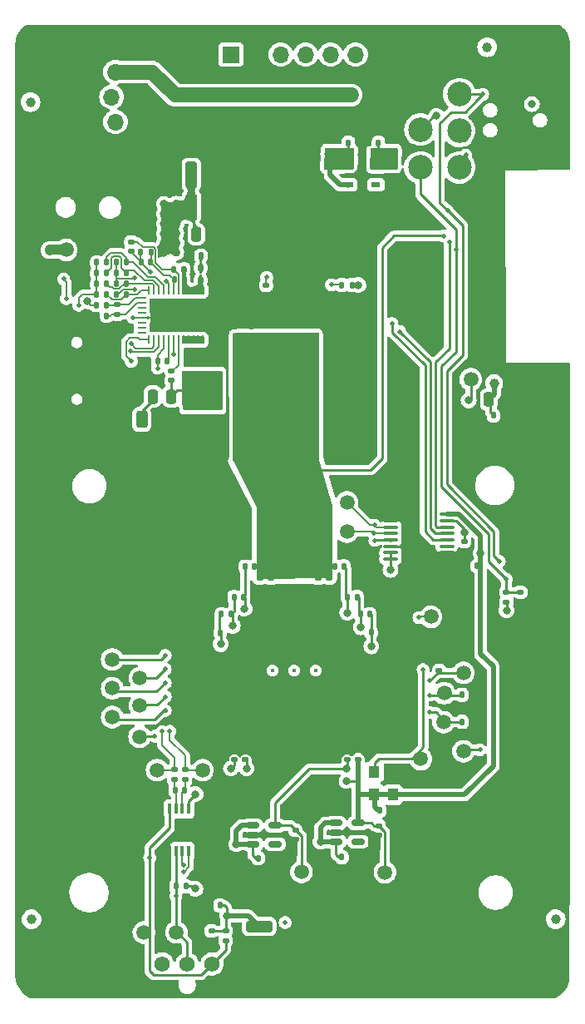
<source format=gbr>
%TF.GenerationSoftware,KiCad,Pcbnew,8.0.1*%
%TF.CreationDate,2024-11-01T23:52:36-04:00*%
%TF.ProjectId,bitaxeGamma,62697461-7865-4476-916d-6d612e6b6963,rev?*%
%TF.SameCoordinates,Original*%
%TF.FileFunction,Copper,L1,Top*%
%TF.FilePolarity,Positive*%
%FSLAX46Y46*%
G04 Gerber Fmt 4.6, Leading zero omitted, Abs format (unit mm)*
G04 Created by KiCad (PCBNEW 8.0.1) date 2024-11-01 23:52:36*
%MOMM*%
%LPD*%
G01*
G04 APERTURE LIST*
G04 Aperture macros list*
%AMRoundRect*
0 Rectangle with rounded corners*
0 $1 Rounding radius*
0 $2 $3 $4 $5 $6 $7 $8 $9 X,Y pos of 4 corners*
0 Add a 4 corners polygon primitive as box body*
4,1,4,$2,$3,$4,$5,$6,$7,$8,$9,$2,$3,0*
0 Add four circle primitives for the rounded corners*
1,1,$1+$1,$2,$3*
1,1,$1+$1,$4,$5*
1,1,$1+$1,$6,$7*
1,1,$1+$1,$8,$9*
0 Add four rect primitives between the rounded corners*
20,1,$1+$1,$2,$3,$4,$5,0*
20,1,$1+$1,$4,$5,$6,$7,0*
20,1,$1+$1,$6,$7,$8,$9,0*
20,1,$1+$1,$8,$9,$2,$3,0*%
G04 Aperture macros list end*
%TA.AperFunction,EtchedComponent*%
%ADD10C,0.000100*%
%TD*%
%TA.AperFunction,ComponentPad*%
%ADD11C,0.400000*%
%TD*%
%TA.AperFunction,SMDPad,CuDef*%
%ADD12RoundRect,0.250000X-0.325000X-0.650000X0.325000X-0.650000X0.325000X0.650000X-0.325000X0.650000X0*%
%TD*%
%TA.AperFunction,SMDPad,CuDef*%
%ADD13RoundRect,0.250000X0.475000X-0.250000X0.475000X0.250000X-0.475000X0.250000X-0.475000X-0.250000X0*%
%TD*%
%TA.AperFunction,SMDPad,CuDef*%
%ADD14RoundRect,0.250000X-1.100000X0.325000X-1.100000X-0.325000X1.100000X-0.325000X1.100000X0.325000X0*%
%TD*%
%TA.AperFunction,SMDPad,CuDef*%
%ADD15C,1.500000*%
%TD*%
%TA.AperFunction,SMDPad,CuDef*%
%ADD16RoundRect,0.140000X-0.140000X-0.170000X0.140000X-0.170000X0.140000X0.170000X-0.140000X0.170000X0*%
%TD*%
%TA.AperFunction,SMDPad,CuDef*%
%ADD17C,1.000000*%
%TD*%
%TA.AperFunction,SMDPad,CuDef*%
%ADD18R,0.250000X0.250000*%
%TD*%
%TA.AperFunction,SMDPad,CuDef*%
%ADD19RoundRect,0.140000X0.140000X0.170000X-0.140000X0.170000X-0.140000X-0.170000X0.140000X-0.170000X0*%
%TD*%
%TA.AperFunction,SMDPad,CuDef*%
%ADD20RoundRect,0.140000X0.170000X-0.140000X0.170000X0.140000X-0.170000X0.140000X-0.170000X-0.140000X0*%
%TD*%
%TA.AperFunction,SMDPad,CuDef*%
%ADD21RoundRect,0.140000X-0.170000X0.140000X-0.170000X-0.140000X0.170000X-0.140000X0.170000X0.140000X0*%
%TD*%
%TA.AperFunction,SMDPad,CuDef*%
%ADD22RoundRect,0.135000X-0.185000X0.135000X-0.185000X-0.135000X0.185000X-0.135000X0.185000X0.135000X0*%
%TD*%
%TA.AperFunction,SMDPad,CuDef*%
%ADD23RoundRect,0.250000X0.312500X0.625000X-0.312500X0.625000X-0.312500X-0.625000X0.312500X-0.625000X0*%
%TD*%
%TA.AperFunction,SMDPad,CuDef*%
%ADD24RoundRect,0.150000X-0.512500X-0.150000X0.512500X-0.150000X0.512500X0.150000X-0.512500X0.150000X0*%
%TD*%
%TA.AperFunction,SMDPad,CuDef*%
%ADD25RoundRect,0.135000X-0.135000X-0.185000X0.135000X-0.185000X0.135000X0.185000X-0.135000X0.185000X0*%
%TD*%
%TA.AperFunction,SMDPad,CuDef*%
%ADD26RoundRect,0.135000X0.135000X0.185000X-0.135000X0.185000X-0.135000X-0.185000X0.135000X-0.185000X0*%
%TD*%
%TA.AperFunction,SMDPad,CuDef*%
%ADD27RoundRect,0.250000X-0.250000X-0.475000X0.250000X-0.475000X0.250000X0.475000X-0.250000X0.475000X0*%
%TD*%
%TA.AperFunction,SMDPad,CuDef*%
%ADD28C,2.500000*%
%TD*%
%TA.AperFunction,SMDPad,CuDef*%
%ADD29RoundRect,0.250000X-0.325000X-1.100000X0.325000X-1.100000X0.325000X1.100000X-0.325000X1.100000X0*%
%TD*%
%TA.AperFunction,SMDPad,CuDef*%
%ADD30R,1.100000X1.300000*%
%TD*%
%TA.AperFunction,ComponentPad*%
%ADD31C,0.800000*%
%TD*%
%TA.AperFunction,ComponentPad*%
%ADD32C,6.000000*%
%TD*%
%TA.AperFunction,SMDPad,CuDef*%
%ADD33RoundRect,0.250000X-0.650000X0.325000X-0.650000X-0.325000X0.650000X-0.325000X0.650000X0.325000X0*%
%TD*%
%TA.AperFunction,SMDPad,CuDef*%
%ADD34RoundRect,0.135000X0.185000X-0.135000X0.185000X0.135000X-0.185000X0.135000X-0.185000X-0.135000X0*%
%TD*%
%TA.AperFunction,SMDPad,CuDef*%
%ADD35R,0.400000X1.100000*%
%TD*%
%TA.AperFunction,ComponentPad*%
%ADD36R,1.700000X1.700000*%
%TD*%
%TA.AperFunction,ComponentPad*%
%ADD37O,1.700000X1.700000*%
%TD*%
%TA.AperFunction,SMDPad,CuDef*%
%ADD38RoundRect,0.100000X-0.637500X-0.100000X0.637500X-0.100000X0.637500X0.100000X-0.637500X0.100000X0*%
%TD*%
%TA.AperFunction,SMDPad,CuDef*%
%ADD39R,4.000000X4.000000*%
%TD*%
%TA.AperFunction,SMDPad,CuDef*%
%ADD40RoundRect,0.062500X0.062500X-0.337500X0.062500X0.337500X-0.062500X0.337500X-0.062500X-0.337500X0*%
%TD*%
%TA.AperFunction,SMDPad,CuDef*%
%ADD41RoundRect,0.062500X0.337500X-0.062500X0.337500X0.062500X-0.337500X0.062500X-0.337500X-0.062500X0*%
%TD*%
%TA.AperFunction,SMDPad,CuDef*%
%ADD42R,5.300000X3.300000*%
%TD*%
%TA.AperFunction,SMDPad,CuDef*%
%ADD43R,0.952500X0.558800*%
%TD*%
%TA.AperFunction,ComponentPad*%
%ADD44C,1.574800*%
%TD*%
%TA.AperFunction,ComponentPad*%
%ADD45C,1.700000*%
%TD*%
%TA.AperFunction,ComponentPad*%
%ADD46O,1.800000X1.000000*%
%TD*%
%TA.AperFunction,ComponentPad*%
%ADD47O,2.100000X1.000000*%
%TD*%
%TA.AperFunction,ViaPad*%
%ADD48C,0.500000*%
%TD*%
%TA.AperFunction,ViaPad*%
%ADD49C,0.800000*%
%TD*%
%TA.AperFunction,ViaPad*%
%ADD50C,1.000000*%
%TD*%
%TA.AperFunction,ViaPad*%
%ADD51C,1.200000*%
%TD*%
%TA.AperFunction,Conductor*%
%ADD52C,0.254000*%
%TD*%
%TA.AperFunction,Conductor*%
%ADD53C,1.000000*%
%TD*%
%TA.AperFunction,Conductor*%
%ADD54C,0.200000*%
%TD*%
%TA.AperFunction,Conductor*%
%ADD55C,0.508000*%
%TD*%
%TA.AperFunction,Conductor*%
%ADD56C,1.500000*%
%TD*%
G04 APERTURE END LIST*
%TO.C,T1*%
D10*
X90654500Y-77715000D02*
X90724500Y-77715000D01*
X90724500Y-77965000D01*
X90654500Y-77965000D01*
X90654500Y-77715000D01*
%TA.AperFunction,EtchedComponent*%
G36*
X90654500Y-77715000D02*
G01*
X90724500Y-77715000D01*
X90724500Y-77965000D01*
X90654500Y-77965000D01*
X90654500Y-77715000D01*
G37*
%TD.AperFunction*%
%TD*%
D11*
%TO.P,U8,33*%
%TO.N,GND*%
X103310562Y-119746000D03*
X103410562Y-117846000D03*
X103410562Y-115946000D03*
%TO.N,/VDD*%
X103410562Y-113746000D03*
%TO.N,GND*%
X105510562Y-119746000D03*
X105610562Y-117846000D03*
X105610562Y-115946000D03*
%TO.N,/VDD*%
X105610562Y-113746000D03*
%TO.N,GND*%
X107710562Y-119746000D03*
X107810562Y-117846000D03*
X107810562Y-115946000D03*
%TO.N,/VDD*%
X107810562Y-113746000D03*
%TD*%
D12*
%TO.P,C20,1*%
%TO.N,/VDD*%
X107435000Y-81120000D03*
%TO.P,C20,2*%
%TO.N,GND*%
X110385000Y-81120000D03*
%TD*%
D13*
%TO.P,C15,1*%
%TO.N,/VDD*%
X100360000Y-79860000D03*
%TO.P,C15,2*%
%TO.N,GND*%
X100360000Y-77960000D03*
%TD*%
D14*
%TO.P,C51,1*%
%TO.N,/5V*%
X102045000Y-139815000D03*
%TO.P,C51,2*%
%TO.N,GND*%
X102045000Y-142765000D03*
%TD*%
D15*
%TO.P,TP19,1,1*%
%TO.N,/BM1370/1V2*%
X114860000Y-134280000D03*
%TD*%
D16*
%TO.P,C9,1*%
%TO.N,/5V*%
X96090000Y-72760000D03*
%TO.P,C9,2*%
%TO.N,GND*%
X97050000Y-72760000D03*
%TD*%
D17*
%TO.P,FID2,*%
%TO.N,*%
X125270000Y-50310000D03*
%TD*%
%TO.P,FID4,*%
%TO.N,*%
X132260000Y-139060000D03*
%TD*%
%TO.P,FID3,*%
%TO.N,*%
X78850000Y-139070000D03*
%TD*%
D18*
%TO.P,T1,1*%
%TO.N,/Power/AGND*%
X90535000Y-77840000D03*
%TO.P,T1,2*%
%TO.N,GND*%
X90845000Y-77840000D03*
%TD*%
D19*
%TO.P,C41,1*%
%TO.N,/VDD*%
X101570000Y-103154000D03*
%TO.P,C41,2*%
%TO.N,/BM1370/VDD1_1*%
X100610000Y-103154000D03*
%TD*%
D15*
%TO.P,TP21,1,1*%
%TO.N,Net-(U8-INV_CLKO)*%
X122860000Y-121970000D03*
%TD*%
%TO.P,TP18,1,1*%
%TO.N,Net-(U8-LITE_PAD)*%
X120820000Y-119010000D03*
%TD*%
D20*
%TO.P,C42,1*%
%TO.N,Net-(U8-VDDIO_12_1)*%
X100655438Y-122810000D03*
%TO.P,C42,2*%
%TO.N,GND*%
X100655438Y-121850000D03*
%TD*%
D15*
%TO.P,TP8,1,1*%
%TO.N,/3V3*%
X123610000Y-84120000D03*
%TD*%
D21*
%TO.P,C40,1*%
%TO.N,/VDD*%
X108072400Y-104360000D03*
%TO.P,C40,2*%
%TO.N,GND*%
X108072400Y-105320000D03*
%TD*%
D22*
%TO.P,R23,1,1*%
%TO.N,/Fan/TEMP_P*%
X94520000Y-123850000D03*
%TO.P,R23,2,2*%
%TO.N,/Fan/TEMP_DP*%
X94520000Y-124870000D03*
%TD*%
D19*
%TO.P,C46,1*%
%TO.N,/BM1370/VDD2_1*%
X99161000Y-108024000D03*
%TO.P,C46,2*%
%TO.N,/BM1370/VDD3_1*%
X98201000Y-108024000D03*
%TD*%
D21*
%TO.P,C39,1*%
%TO.N,/VDD*%
X102110000Y-104360000D03*
%TO.P,C39,2*%
%TO.N,GND*%
X102110000Y-105320000D03*
%TD*%
D23*
%TO.P,R12,1*%
%TO.N,GND*%
X93012500Y-88210000D03*
%TO.P,R12,2*%
%TO.N,Net-(C11-Pad1)*%
X90087500Y-88210000D03*
%TD*%
D21*
%TO.P,C13,1*%
%TO.N,Net-(U2-VOSNS)*%
X87600000Y-76520000D03*
%TO.P,C13,2*%
%TO.N,Net-(U2-GOSNS)*%
X87600000Y-77480000D03*
%TD*%
D13*
%TO.P,C14,1*%
%TO.N,/VDD*%
X104580000Y-79880000D03*
%TO.P,C14,2*%
%TO.N,GND*%
X104580000Y-77980000D03*
%TD*%
D24*
%TO.P,U6,1,VIN*%
%TO.N,/5V*%
X101392500Y-129520000D03*
%TO.P,U6,2,GND*%
%TO.N,GND*%
X101392500Y-130470000D03*
%TO.P,U6,3,EN*%
%TO.N,/5V*%
X101392500Y-131420000D03*
%TO.P,U6,4,PG*%
%TO.N,unconnected-(U6-PG-Pad4)*%
X103667500Y-131420000D03*
%TO.P,U6,5,VOUT*%
%TO.N,/BM1370/0V8*%
X103667500Y-129520000D03*
%TD*%
D25*
%TO.P,R1,1*%
%TO.N,Net-(U2-BP1V5)*%
X85490000Y-75500000D03*
%TO.P,R1,2*%
%TO.N,Net-(U2-MSEL1)*%
X86510000Y-75500000D03*
%TD*%
D15*
%TO.P,TP13,1,1*%
%TO.N,/BM1370/RST_N*%
X110990000Y-96640000D03*
%TD*%
%TO.P,TP37,1,1*%
%TO.N,/Fan/FAN_TACH*%
X93610000Y-140380000D03*
%TD*%
%TO.P,TP35,1,1*%
%TO.N,/Fan/TEMP_P*%
X96280000Y-123890000D03*
%TD*%
D26*
%TO.P,R8,1*%
%TO.N,Net-(U2-EN{slash}UVLO)*%
X91010000Y-71200000D03*
%TO.P,R8,2*%
%TO.N,/Power/AGND*%
X89990000Y-71200000D03*
%TD*%
%TO.P,R11,1*%
%TO.N,/5V*%
X94390000Y-72930000D03*
%TO.P,R11,2*%
%TO.N,Net-(U2-AVIN)*%
X93370000Y-72930000D03*
%TD*%
D12*
%TO.P,C18,1*%
%TO.N,/VDD*%
X107435000Y-87660000D03*
%TO.P,C18,2*%
%TO.N,GND*%
X110385000Y-87660000D03*
%TD*%
D15*
%TO.P,TP38,1,1*%
%TO.N,/Fan/FAN_PWM*%
X90300000Y-140410000D03*
%TD*%
%TO.P,TP33,1,1*%
%TO.N,/BM1370/BO*%
X87080000Y-118492000D03*
%TD*%
%TO.P,TP3,1,1*%
%TO.N,/VDD*%
X101980000Y-91230000D03*
%TD*%
D27*
%TO.P,C24,1*%
%TO.N,/3V3*%
X125440000Y-86180000D03*
%TO.P,C24,2*%
%TO.N,GND*%
X127340000Y-86180000D03*
%TD*%
D28*
%TO.P,TP9,1,1*%
%TO.N,/ESP32/IO0*%
X122440000Y-55090000D03*
%TD*%
D13*
%TO.P,C16,1*%
%TO.N,/VDD*%
X102480000Y-79860000D03*
%TO.P,C16,2*%
%TO.N,GND*%
X102480000Y-77960000D03*
%TD*%
D20*
%TO.P,C45,1*%
%TO.N,Net-(U8-VDDIO_08_1)*%
X99525438Y-122820000D03*
%TO.P,C45,2*%
%TO.N,GND*%
X99525438Y-121860000D03*
%TD*%
D21*
%TO.P,C10,1*%
%TO.N,Net-(U2-VDD5)*%
X102750000Y-74560000D03*
%TO.P,C10,2*%
%TO.N,GND*%
X102750000Y-75520000D03*
%TD*%
D25*
%TO.P,R2,1*%
%TO.N,Net-(U2-BP1V5)*%
X85490000Y-72200000D03*
%TO.P,R2,2*%
%TO.N,Net-(U2-MSEL2)*%
X86510000Y-72200000D03*
%TD*%
D20*
%TO.P,C35,1*%
%TO.N,/BM1370/1V2*%
X112140000Y-122790000D03*
%TO.P,C35,2*%
%TO.N,GND*%
X112140000Y-121830000D03*
%TD*%
D29*
%TO.P,C4,1*%
%TO.N,/5V*%
X95125000Y-66550000D03*
%TO.P,C4,2*%
%TO.N,GND*%
X98075000Y-66550000D03*
%TD*%
D16*
%TO.P,C6,1*%
%TO.N,/5V*%
X96090000Y-74000000D03*
%TO.P,C6,2*%
%TO.N,GND*%
X97050000Y-74000000D03*
%TD*%
%TO.P,C25,1*%
%TO.N,/3V3*%
X125910000Y-87790000D03*
%TO.P,C25,2*%
%TO.N,GND*%
X126870000Y-87790000D03*
%TD*%
D30*
%TO.P,U7,1,EN*%
%TO.N,/BM1370/1V2*%
X115680000Y-126370000D03*
%TO.P,U7,2,GND*%
%TO.N,GND*%
X115680000Y-124070000D03*
%TO.P,U7,3,OUT*%
%TO.N,/BM1370/CLKI*%
X113780000Y-124070000D03*
%TO.P,U7,4,VIN*%
%TO.N,/BM1370/1V2*%
X113780000Y-126370000D03*
%TD*%
D16*
%TO.P,C27,1*%
%TO.N,/5V*%
X101940000Y-132840000D03*
%TO.P,C27,2*%
%TO.N,GND*%
X102900000Y-132840000D03*
%TD*%
D31*
%TO.P,H1,1,1*%
%TO.N,GND*%
X127985010Y-51120990D03*
X128644020Y-49530000D03*
X128644020Y-52711980D03*
X130235010Y-48870990D03*
D32*
X130235010Y-51120990D03*
D31*
X130235010Y-53370990D03*
X131826000Y-49530000D03*
X131826000Y-52711980D03*
X132485010Y-51120990D03*
%TD*%
D15*
%TO.P,TP4,1,1*%
%TO.N,GND*%
X97220000Y-91210000D03*
%TD*%
D26*
%TO.P,R7,1*%
%TO.N,Net-(U2-ADRSEL)*%
X88520000Y-74400000D03*
%TO.P,R7,2*%
%TO.N,/Power/AGND*%
X87500000Y-74400000D03*
%TD*%
D28*
%TO.P,TP11,1,1*%
%TO.N,/3V3*%
X118480000Y-58690000D03*
%TD*%
D19*
%TO.P,C29,1*%
%TO.N,GND*%
X115270000Y-128010000D03*
%TO.P,C29,2*%
%TO.N,/BM1370/1V2*%
X114310000Y-128010000D03*
%TD*%
D17*
%TO.P,FID1,*%
%TO.N,*%
X78750000Y-55900000D03*
%TD*%
D21*
%TO.P,C12,1*%
%TO.N,Net-(U2-BOOT)*%
X93100000Y-83280000D03*
%TO.P,C12,2*%
%TO.N,/Power/SW*%
X93100000Y-84240000D03*
%TD*%
D15*
%TO.P,TP14,1,1*%
%TO.N,/BM1370/CI*%
X110990000Y-99610000D03*
%TD*%
D26*
%TO.P,R19,1*%
%TO.N,GND*%
X123720000Y-118980000D03*
%TO.P,R19,2*%
%TO.N,Net-(U8-LITE_PAD)*%
X122700000Y-118980000D03*
%TD*%
D28*
%TO.P,TP5,1,1*%
%TO.N,/ESP32/EN*%
X118460000Y-62540000D03*
%TD*%
D15*
%TO.P,TP36,1,1*%
%TO.N,/Fan/TEMP_N*%
X91650000Y-123880000D03*
%TD*%
D33*
%TO.P,C43,1*%
%TO.N,/VDD*%
X105670000Y-103375000D03*
%TO.P,C43,2*%
%TO.N,GND*%
X105670000Y-106325000D03*
%TD*%
D15*
%TO.P,TP15,1,1*%
%TO.N,/BM1370/RO*%
X119550000Y-108280000D03*
%TD*%
%TO.P,TP22,1,1*%
%TO.N,/BM1370/CLKI*%
X118520000Y-122760000D03*
%TD*%
D34*
%TO.P,R25,1*%
%TO.N,/Fan/FAN_PWM*%
X98640000Y-141260000D03*
%TO.P,R25,2*%
%TO.N,/5V*%
X98640000Y-140240000D03*
%TD*%
D21*
%TO.P,C22,1*%
%TO.N,/ESP32/EN*%
X128670000Y-105770000D03*
%TO.P,C22,2*%
%TO.N,GND*%
X128670000Y-106730000D03*
%TD*%
D35*
%TO.P,U10,1,VDD*%
%TO.N,/3V3*%
X94870000Y-127840000D03*
%TO.P,U10,2,DP*%
%TO.N,/Fan/TEMP_DP*%
X94220000Y-127840000D03*
%TO.P,U10,3,DN*%
%TO.N,/Fan/TEMP_DN*%
X93570000Y-127840000D03*
%TO.P,U10,4,FAN*%
%TO.N,/Fan/FAN_PWM*%
X92920000Y-127840000D03*
%TO.P,U10,5,GND*%
%TO.N,GND*%
X92920000Y-132140000D03*
%TO.P,U10,6,ALERT/TACH*%
%TO.N,/Fan/FAN_TACH*%
X93570000Y-132140000D03*
%TO.P,U10,7,SMDATA*%
%TO.N,/SDA*%
X94220000Y-132140000D03*
%TO.P,U10,8,SMCLK*%
%TO.N,/SCL*%
X94870000Y-132140000D03*
%TD*%
D19*
%TO.P,C8,1*%
%TO.N,Net-(U2-EN{slash}UVLO)*%
X90980000Y-72200000D03*
%TO.P,C8,2*%
%TO.N,/Power/AGND*%
X90020000Y-72200000D03*
%TD*%
D25*
%TO.P,R5,1*%
%TO.N,/Power/AGND*%
X87490000Y-75500000D03*
%TO.P,R5,2*%
%TO.N,Net-(U2-MSEL1)*%
X88510000Y-75500000D03*
%TD*%
D26*
%TO.P,R6,1*%
%TO.N,Net-(U2-MSEL2)*%
X88510000Y-72200000D03*
%TO.P,R6,2*%
%TO.N,/Power/AGND*%
X87490000Y-72200000D03*
%TD*%
D15*
%TO.P,TP29,1,1*%
%TO.N,/BM1370/NRSTO*%
X87080000Y-112616000D03*
%TD*%
D24*
%TO.P,U5,1,VIN*%
%TO.N,/5V*%
X109843500Y-129279000D03*
%TO.P,U5,2,GND*%
%TO.N,GND*%
X109843500Y-130229000D03*
%TO.P,U5,3,EN*%
%TO.N,/5V*%
X109843500Y-131179000D03*
%TO.P,U5,4,PG*%
%TO.N,unconnected-(U5-PG-Pad4)*%
X112118500Y-131179000D03*
%TO.P,U5,5,VOUT*%
%TO.N,/BM1370/1V2*%
X112118500Y-129279000D03*
%TD*%
D31*
%TO.P,H3,1,1*%
%TO.N,GND*%
X128052000Y-143728000D03*
X128711010Y-142137010D03*
X128711010Y-145318990D03*
X130302000Y-141478000D03*
D32*
X130302000Y-143728000D03*
D31*
X130302000Y-145978000D03*
X131892990Y-142137010D03*
X131892990Y-145318990D03*
X132552000Y-143728000D03*
%TD*%
D21*
%TO.P,C49,1*%
%TO.N,/3V3*%
X122930000Y-100640000D03*
%TO.P,C49,2*%
%TO.N,GND*%
X122930000Y-101600000D03*
%TD*%
D15*
%TO.P,TP2,1,1*%
%TO.N,GND*%
X82310000Y-62100000D03*
%TD*%
D26*
%TO.P,R9,1*%
%TO.N,/5V*%
X94400000Y-73990000D03*
%TO.P,R9,2*%
%TO.N,Net-(U2-EN{slash}UVLO)*%
X93380000Y-73990000D03*
%TD*%
D21*
%TO.P,C38,1*%
%TO.N,/VDD*%
X103240000Y-104360000D03*
%TO.P,C38,2*%
%TO.N,GND*%
X103240000Y-105320000D03*
%TD*%
D19*
%TO.P,C23,1*%
%TO.N,/3V3*%
X114200000Y-60030000D03*
%TO.P,C23,2*%
%TO.N,GND*%
X113240000Y-60030000D03*
%TD*%
D28*
%TO.P,TP6,1,1*%
%TO.N,/ESP32/P_TX*%
X122430000Y-62540000D03*
%TD*%
D12*
%TO.P,C19,1*%
%TO.N,/VDD*%
X107435000Y-84400000D03*
%TO.P,C19,2*%
%TO.N,GND*%
X110385000Y-84400000D03*
%TD*%
D25*
%TO.P,R4,1*%
%TO.N,Net-(U2-BP1V5)*%
X85490000Y-73300000D03*
%TO.P,R4,2*%
%TO.N,Net-(U2-VSEL)*%
X86510000Y-73300000D03*
%TD*%
D22*
%TO.P,R17,1*%
%TO.N,GND*%
X120380000Y-112750000D03*
%TO.P,R17,2*%
%TO.N,/BM1370/BI*%
X120380000Y-113770000D03*
%TD*%
D16*
%TO.P,C7,1*%
%TO.N,/5V*%
X96110000Y-71540000D03*
%TO.P,C7,2*%
%TO.N,GND*%
X97070000Y-71540000D03*
%TD*%
D36*
%TO.P,J4,1,Pin_1*%
%TO.N,/5V*%
X99171505Y-51054000D03*
D37*
%TO.P,J4,2,Pin_2*%
%TO.N,GND*%
X101711505Y-51054000D03*
%TO.P,J4,3,Pin_3*%
%TO.N,Net-(J4-Pin_3)*%
X104251505Y-51054000D03*
%TO.P,J4,4,Pin_4*%
%TO.N,Net-(J4-Pin_4)*%
X106791505Y-51054000D03*
%TO.P,J4,5,Pin_5*%
%TO.N,Net-(J4-Pin_5)*%
X109331505Y-51054000D03*
%TO.P,J4,6,Pin_6*%
%TO.N,Net-(J4-Pin_6)*%
X111871505Y-51054000D03*
%TD*%
D15*
%TO.P,TP16,1,1*%
%TO.N,/BM1370/BI*%
X122860000Y-113980000D03*
%TD*%
%TO.P,TP34,1,1*%
%TO.N,/BM1370/PIN_MODE*%
X89860000Y-120480000D03*
%TD*%
D31*
%TO.P,H4,1,1*%
%TO.N,GND*%
X78455010Y-143830990D03*
X79114020Y-142240000D03*
X79114020Y-145421980D03*
X80705010Y-141580990D03*
D32*
X80705010Y-143830990D03*
D31*
X80705010Y-146080990D03*
X82296000Y-142240000D03*
X82296000Y-145421980D03*
X82955010Y-143830990D03*
%TD*%
D15*
%TO.P,TP1,1,1*%
%TO.N,/5V*%
X82390000Y-70940000D03*
%TD*%
D26*
%TO.P,R13,1*%
%TO.N,Net-(U2-GOSNS)*%
X86510000Y-77640000D03*
%TO.P,R13,2*%
%TO.N,GND*%
X85490000Y-77640000D03*
%TD*%
D21*
%TO.P,C53,1*%
%TO.N,/5V*%
X97200000Y-140250000D03*
%TO.P,C53,2*%
%TO.N,GND*%
X97200000Y-141210000D03*
%TD*%
D19*
%TO.P,C48,1*%
%TO.N,/BM1370/VDD3_1*%
X98090000Y-109925000D03*
%TO.P,C48,2*%
%TO.N,GND*%
X97130000Y-109925000D03*
%TD*%
%TO.P,C28,1*%
%TO.N,GND*%
X114410000Y-109860000D03*
%TO.P,C28,2*%
%TO.N,/BM1370/VDD3_0*%
X113450000Y-109860000D03*
%TD*%
D38*
%TO.P,U9,1,DIR1*%
%TO.N,GND*%
X115427500Y-97855000D03*
%TO.P,U9,2,DIR2*%
X115427500Y-98505000D03*
%TO.P,U9,3,A1*%
%TO.N,/BM1370/RST_N*%
X115427500Y-99155000D03*
%TO.P,U9,4,A2*%
%TO.N,/BM1370/CI*%
X115427500Y-99805000D03*
%TO.P,U9,5,A3*%
%TO.N,/BM1370/RO*%
X115427500Y-100455000D03*
%TO.P,U9,6,A4*%
%TO.N,GND*%
X115427500Y-101105000D03*
%TO.P,U9,7,DIR3*%
%TO.N,/BM1370/1V2*%
X115427500Y-101755000D03*
%TO.P,U9,8,DIR4*%
X115427500Y-102405000D03*
%TO.P,U9,9,OE*%
%TO.N,GND*%
X121152500Y-102405000D03*
%TO.P,U9,10,GND*%
X121152500Y-101755000D03*
%TO.P,U9,11,B4*%
%TO.N,unconnected-(U9-B4-Pad11)*%
X121152500Y-101105000D03*
%TO.P,U9,12,B3*%
%TO.N,/RX*%
X121152500Y-100455000D03*
%TO.P,U9,13,B2*%
%TO.N,/TX*%
X121152500Y-99805000D03*
%TO.P,U9,14,B1*%
%TO.N,/RST*%
X121152500Y-99155000D03*
%TO.P,U9,15,VCCB*%
%TO.N,/3V3*%
X121152500Y-98505000D03*
%TO.P,U9,16,VCCA*%
%TO.N,/BM1370/1V2*%
X121152500Y-97855000D03*
%TD*%
D25*
%TO.P,R24,1*%
%TO.N,/Fan/FAN_TACH*%
X93560000Y-135710000D03*
%TO.P,R24,2*%
%TO.N,/3V3*%
X94580000Y-135710000D03*
%TD*%
D20*
%TO.P,C5,1*%
%TO.N,/Power/AGND*%
X89000000Y-71080000D03*
%TO.P,C5,2*%
%TO.N,Net-(U2-AVIN)*%
X89000000Y-70120000D03*
%TD*%
D19*
%TO.P,C34,1*%
%TO.N,/BM1370/VDD2_0*%
X112010000Y-106266000D03*
%TO.P,C34,2*%
%TO.N,/BM1370/VDD1_0*%
X111050000Y-106266000D03*
%TD*%
D34*
%TO.P,R22,1,1*%
%TO.N,/Fan/TEMP_DN*%
X93380000Y-124870000D03*
%TO.P,R22,2,2*%
%TO.N,/Fan/TEMP_N*%
X93380000Y-123850000D03*
%TD*%
D39*
%TO.P,L1,1,1*%
%TO.N,/Power/SW*%
X96295000Y-85255000D03*
%TO.P,L1,2,2*%
%TO.N,/VDD*%
X104245000Y-85255000D03*
%TD*%
D12*
%TO.P,C17,1*%
%TO.N,/VDD*%
X107415000Y-90910000D03*
%TO.P,C17,2*%
%TO.N,GND*%
X110365000Y-90910000D03*
%TD*%
D16*
%TO.P,C26,1*%
%TO.N,/5V*%
X110481000Y-132739000D03*
%TO.P,C26,2*%
%TO.N,GND*%
X111441000Y-132739000D03*
%TD*%
D19*
%TO.P,C47,1*%
%TO.N,/BM1370/1V2*%
X124270000Y-103110000D03*
%TO.P,C47,2*%
%TO.N,GND*%
X123310000Y-103110000D03*
%TD*%
D20*
%TO.P,C33,1*%
%TO.N,/BM1370/0V8*%
X111000000Y-122790000D03*
%TO.P,C33,2*%
%TO.N,GND*%
X111000000Y-121830000D03*
%TD*%
D31*
%TO.P,H2,1,1*%
%TO.N,GND*%
X78558000Y-51054000D03*
X79217010Y-49463010D03*
X79217010Y-52644990D03*
X80808000Y-48804000D03*
D32*
X80808000Y-51054000D03*
D31*
X80808000Y-53304000D03*
X82398990Y-49463010D03*
X82398990Y-52644990D03*
X83058000Y-51054000D03*
%TD*%
D21*
%TO.P,C37,1*%
%TO.N,/VDD*%
X109190000Y-104360000D03*
%TO.P,C37,2*%
%TO.N,GND*%
X109190000Y-105320000D03*
%TD*%
D19*
%TO.P,C1,1*%
%TO.N,Net-(U2-DRTN)*%
X92650000Y-82220000D03*
%TO.P,C1,2*%
%TO.N,Net-(U2-BP1V5)*%
X91690000Y-82220000D03*
%TD*%
D26*
%TO.P,R18,1*%
%TO.N,GND*%
X123720000Y-116220000D03*
%TO.P,R18,2*%
%TO.N,Net-(U8-ROSC_SEL)*%
X122700000Y-116220000D03*
%TD*%
D19*
%TO.P,C36,1*%
%TO.N,/BM1370/VDD1_0*%
X110695000Y-103146000D03*
%TO.P,C36,2*%
%TO.N,/VDD*%
X109735000Y-103146000D03*
%TD*%
D15*
%TO.P,TP20,1,1*%
%TO.N,/BM1370/0V8*%
X106360000Y-134230000D03*
%TD*%
%TO.P,TP17,1,1*%
%TO.N,Net-(U8-ROSC_SEL)*%
X120900000Y-116060000D03*
%TD*%
%TO.P,TP30,1,1*%
%TO.N,/BM1370/CO*%
X89890000Y-114520000D03*
%TD*%
D25*
%TO.P,R15,1*%
%TO.N,/Power/PGOOD*%
X110480000Y-74510000D03*
%TO.P,R15,2*%
%TO.N,/3V3*%
X111500000Y-74510000D03*
%TD*%
D40*
%TO.P,U2,1,PGD*%
%TO.N,/Power/PGOOD*%
X90830000Y-80090000D03*
%TO.P,U2,2,PMB_DATA*%
%TO.N,/SDA*%
X91330000Y-80090000D03*
%TO.P,U2,3,PMB_CLK*%
%TO.N,/SCL*%
X91830000Y-80090000D03*
%TO.P,U2,4,BP1V5*%
%TO.N,Net-(U2-BP1V5)*%
X92330000Y-80090000D03*
%TO.P,U2,5,DRTN*%
%TO.N,Net-(U2-DRTN)*%
X92830000Y-80090000D03*
%TO.P,U2,6,SMB_ALRT*%
%TO.N,/Power/PMB_ALRT*%
X93330000Y-80090000D03*
%TO.P,U2,7,BOOT*%
%TO.N,Net-(U2-BOOT)*%
X93830000Y-80090000D03*
%TO.P,U2,8,SW*%
%TO.N,/Power/SW*%
X94330000Y-80090000D03*
%TO.P,U2,9,SW*%
X94830000Y-80090000D03*
%TO.P,U2,10,SW*%
X95330000Y-80090000D03*
%TO.P,U2,11,SW*%
X95830000Y-80090000D03*
%TO.P,U2,12,SW*%
X96330000Y-80090000D03*
D41*
%TO.P,U2,13,PGND*%
%TO.N,GND*%
X97080000Y-79340000D03*
%TO.P,U2,14,PGND*%
X97080000Y-78840000D03*
%TO.P,U2,15,PGND*%
X97080000Y-78340000D03*
%TO.P,U2,16,PGND*%
X97080000Y-77840000D03*
%TO.P,U2,17,PGND*%
X97080000Y-77340000D03*
%TO.P,U2,18,PGND*%
X97080000Y-76840000D03*
%TO.P,U2,19,PGND*%
X97080000Y-76340000D03*
%TO.P,U2,20,PGND*%
X97080000Y-75840000D03*
D40*
%TO.P,U2,21,PVIN*%
%TO.N,/5V*%
X96330000Y-75090000D03*
%TO.P,U2,22,PVIN*%
X95830000Y-75090000D03*
%TO.P,U2,23,PVIN*%
X95330000Y-75090000D03*
%TO.P,U2,24,PVIN*%
X94830000Y-75090000D03*
%TO.P,U2,25,PVIN*%
X94330000Y-75090000D03*
%TO.P,U2,26,AVIN*%
%TO.N,Net-(U2-AVIN)*%
X93830000Y-75090000D03*
%TO.P,U2,27,EN/UVLO*%
%TO.N,Net-(U2-EN{slash}UVLO)*%
X93330000Y-75090000D03*
%TO.P,U2,28,VDD5*%
%TO.N,Net-(U2-VDD5)*%
X92830000Y-75090000D03*
%TO.P,U2,29,MSEL2*%
%TO.N,Net-(U2-MSEL2)*%
X92330000Y-75090000D03*
%TO.P,U2,30,VSEL*%
%TO.N,Net-(U2-VSEL)*%
X91830000Y-75090000D03*
%TO.P,U2,31,ADRSEL*%
%TO.N,Net-(U2-ADRSEL)*%
X91330000Y-75090000D03*
%TO.P,U2,32,MSEL1*%
%TO.N,Net-(U2-MSEL1)*%
X90830000Y-75090000D03*
D41*
%TO.P,U2,33,VOSNS*%
%TO.N,Net-(U2-VOSNS)*%
X90080000Y-75840000D03*
%TO.P,U2,34,GOSNS*%
%TO.N,Net-(U2-GOSNS)*%
X90080000Y-76340000D03*
%TO.P,U2,35,VSHARE*%
%TO.N,unconnected-(U2-VSHARE-Pad35)*%
X90080000Y-76840000D03*
%TO.P,U2,36,NC*%
%TO.N,unconnected-(U2-NC-Pad36)*%
X90080000Y-77340000D03*
%TO.P,U2,37,AGND*%
%TO.N,/Power/AGND*%
X90080000Y-77840000D03*
%TO.P,U2,38,SYNC*%
%TO.N,unconnected-(U2-SYNC-Pad38)*%
X90080000Y-78340000D03*
%TO.P,U2,39,BCX_CLK*%
%TO.N,unconnected-(U2-BCX_CLK-Pad39)*%
X90080000Y-78840000D03*
%TO.P,U2,40,BCX_DAT*%
%TO.N,unconnected-(U2-BCX_DAT-Pad40)*%
X90080000Y-79340000D03*
D11*
%TO.P,U2,41,PAD*%
%TO.N,GND*%
X92180000Y-78870000D03*
X93580000Y-78870000D03*
X94980000Y-78870000D03*
X91180000Y-77590000D03*
X92180000Y-77590000D03*
X93580000Y-77590000D03*
D42*
X93580000Y-77590000D03*
D11*
X94980000Y-77590000D03*
X95980000Y-77590000D03*
X92180000Y-76310000D03*
X93580000Y-76310000D03*
X94980000Y-76310000D03*
%TD*%
D29*
%TO.P,C3,1*%
%TO.N,/5V*%
X95125000Y-63300000D03*
%TO.P,C3,2*%
%TO.N,GND*%
X98075000Y-63300000D03*
%TD*%
D25*
%TO.P,R3,1*%
%TO.N,Net-(U2-BP1V5)*%
X85490000Y-74400000D03*
%TO.P,R3,2*%
%TO.N,Net-(U2-ADRSEL)*%
X86510000Y-74400000D03*
%TD*%
D19*
%TO.P,C50,1*%
%TO.N,/Fan/TEMP_DP*%
X94440000Y-125940000D03*
%TO.P,C50,2*%
%TO.N,/Fan/TEMP_DN*%
X93480000Y-125940000D03*
%TD*%
D26*
%TO.P,R10,1*%
%TO.N,Net-(U2-VSEL)*%
X88520000Y-73300000D03*
%TO.P,R10,2*%
%TO.N,/Power/AGND*%
X87500000Y-73300000D03*
%TD*%
D19*
%TO.P,C32,1*%
%TO.N,/BM1370/VDD3_0*%
X113310000Y-108026000D03*
%TO.P,C32,2*%
%TO.N,/BM1370/VDD2_0*%
X112350000Y-108026000D03*
%TD*%
D34*
%TO.P,R16,1*%
%TO.N,/3V3*%
X127240000Y-106770000D03*
%TO.P,R16,2*%
%TO.N,/ESP32/EN*%
X127240000Y-105750000D03*
%TD*%
D19*
%TO.P,C52,1*%
%TO.N,/5V*%
X98040000Y-137640000D03*
%TO.P,C52,2*%
%TO.N,GND*%
X97080000Y-137640000D03*
%TD*%
D27*
%TO.P,C11,1*%
%TO.N,Net-(C11-Pad1)*%
X91190000Y-85860000D03*
%TO.P,C11,2*%
%TO.N,/Power/SW*%
X93090000Y-85860000D03*
%TD*%
D16*
%TO.P,C21,1*%
%TO.N,/5V*%
X111140000Y-60030000D03*
%TO.P,C21,2*%
%TO.N,GND*%
X112100000Y-60030000D03*
%TD*%
D15*
%TO.P,TP31,1,1*%
%TO.N,/BM1370/RI*%
X87080000Y-115554000D03*
%TD*%
D28*
%TO.P,TP7,1,1*%
%TO.N,/ESP32/P_RX*%
X122420000Y-58830000D03*
%TD*%
D15*
%TO.P,TP32,1,1*%
%TO.N,/BM1370/CLKO*%
X89890000Y-117310000D03*
%TD*%
D25*
%TO.P,R14,1*%
%TO.N,/VDD*%
X85490000Y-76570000D03*
%TO.P,R14,2*%
%TO.N,Net-(U2-VOSNS)*%
X86510000Y-76570000D03*
%TD*%
D21*
%TO.P,C30,1*%
%TO.N,/BM1370/1V2*%
X114240000Y-129540000D03*
%TO.P,C30,2*%
%TO.N,GND*%
X114240000Y-130500000D03*
%TD*%
D27*
%TO.P,C2,1*%
%TO.N,/5V*%
X95650000Y-69350000D03*
%TO.P,C2,2*%
%TO.N,GND*%
X97550000Y-69350000D03*
%TD*%
D19*
%TO.P,C44,1*%
%TO.N,/BM1370/VDD1_1*%
X100441000Y-106284000D03*
%TO.P,C44,2*%
%TO.N,/BM1370/VDD2_1*%
X99481000Y-106284000D03*
%TD*%
D43*
%TO.P,U3,1,VIN*%
%TO.N,/5V*%
X111185050Y-62440200D03*
%TO.P,U3,2,GND*%
%TO.N,GND*%
X111185050Y-63380000D03*
%TO.P,U3,3,EN*%
%TO.N,/5V*%
X111185050Y-64319800D03*
%TO.P,U3,4,NC*%
%TO.N,unconnected-(U3-NC-Pad4)*%
X113940950Y-64319800D03*
%TO.P,U3,5,VOUT*%
%TO.N,/3V3*%
X113940950Y-62440200D03*
%TD*%
D28*
%TO.P,TP10,1,1*%
%TO.N,GND*%
X118480000Y-55140000D03*
%TD*%
D21*
%TO.P,C31,1*%
%TO.N,/BM1370/0V8*%
X105750000Y-129990000D03*
%TO.P,C31,2*%
%TO.N,GND*%
X105750000Y-130950000D03*
%TD*%
D44*
%TO.P,J6,1,Pin_1*%
%TO.N,GND*%
X89621000Y-143622000D03*
%TO.P,J6,2,Pin_2*%
%TO.N,/5V*%
X92161000Y-143622000D03*
%TO.P,J6,3,Pin_3*%
%TO.N,/Fan/FAN_TACH*%
X94701000Y-143622000D03*
%TO.P,J6,4,Pin_4*%
%TO.N,/Fan/FAN_PWM*%
X97241000Y-143622000D03*
%TD*%
D45*
%TO.P,J3,1,Pin_1*%
%TO.N,GND*%
X87005000Y-50292000D03*
D37*
%TO.P,J3,2,Pin_2*%
%TO.N,/3V3*%
X87405000Y-52832000D03*
%TO.P,J3,3,Pin_3*%
%TO.N,/SCL*%
X87005000Y-55372000D03*
%TO.P,J3,4,Pin_4*%
%TO.N,/SDA*%
X87405000Y-57912000D03*
%TD*%
D46*
%TO.P,J5,S1,SHIELD*%
%TO.N,GND*%
X79790000Y-87580000D03*
D47*
X83970000Y-87580000D03*
D46*
X79790000Y-78940000D03*
D47*
X83970000Y-78940000D03*
%TD*%
D48*
%TO.N,GND*%
X106750000Y-119000000D03*
X104500000Y-119000000D03*
X106750000Y-117000000D03*
X104500000Y-117000000D03*
D49*
X112180000Y-119260000D03*
X113580000Y-132650000D03*
X98050000Y-114260000D03*
X100050000Y-61700000D03*
X112180000Y-120800000D03*
X101350000Y-62800000D03*
X97450000Y-60200000D03*
X111900000Y-87400000D03*
X104640000Y-130470000D03*
X105540000Y-132550000D03*
X100050000Y-65750000D03*
D50*
X116540000Y-70920000D03*
D49*
X125600000Y-65940000D03*
X116770000Y-124080000D03*
D48*
X95080000Y-91220000D03*
D49*
X115260000Y-109040000D03*
X123750000Y-117530000D03*
X111900000Y-89050000D03*
X101400000Y-60700000D03*
X100050000Y-63800000D03*
X100100000Y-60700000D03*
X98450000Y-78230000D03*
X96070000Y-137650000D03*
X116050000Y-128010000D03*
X120300000Y-53900000D03*
X128130000Y-56090000D03*
X112980000Y-114270000D03*
D50*
X81444307Y-58757907D03*
X104600000Y-143100000D03*
D49*
X99550000Y-67970000D03*
X101350000Y-63800000D03*
X91790000Y-89910000D03*
X112000000Y-86150000D03*
X117090000Y-100360000D03*
X121580000Y-112400000D03*
X101350000Y-61700000D03*
X111860000Y-83000000D03*
X111850000Y-85100000D03*
X98750000Y-61100000D03*
X122640000Y-102460000D03*
X96070000Y-141200000D03*
X113180000Y-130220000D03*
D50*
X117910000Y-70950000D03*
D49*
X119440000Y-103510000D03*
X99370000Y-119240000D03*
X111900000Y-90200000D03*
X97450000Y-61100000D03*
X123710000Y-120230000D03*
X111900000Y-91400000D03*
X100050000Y-64750000D03*
X96600000Y-108920000D03*
X100490000Y-76620000D03*
X100050000Y-62800000D03*
X98460000Y-76630000D03*
X99490000Y-70390000D03*
X98440000Y-121490000D03*
X92680000Y-133370000D03*
X128690000Y-107620000D03*
X112512000Y-61250000D03*
X104560000Y-76600000D03*
D50*
X119454234Y-70914234D03*
X128020000Y-84450000D03*
D49*
X101350000Y-64750000D03*
X115440000Y-96940000D03*
X98750000Y-60200000D03*
X102570000Y-76600000D03*
X101350000Y-65750000D03*
X132297000Y-108743000D03*
X98460000Y-74920000D03*
%TO.N,/VDD*%
X102500000Y-101300000D03*
X103750000Y-100100000D03*
D48*
X120850000Y-69510000D03*
D49*
X105000000Y-99000000D03*
X106250000Y-99000000D03*
X102500000Y-97900000D03*
X107500000Y-101300000D03*
X84500000Y-76160000D03*
X107500000Y-97900000D03*
X108750000Y-97880000D03*
X102500000Y-99000000D03*
X106250000Y-100100000D03*
X103750000Y-99000000D03*
X108750000Y-101280000D03*
X107500000Y-99000000D03*
X108750000Y-102380000D03*
X103750000Y-101300000D03*
X103750000Y-97900000D03*
X102500000Y-100100000D03*
X106250000Y-97900000D03*
D48*
X99780000Y-81020000D03*
D49*
X107500000Y-100100000D03*
X106250000Y-101300000D03*
X108750000Y-98980000D03*
X105000000Y-97900000D03*
X105000000Y-101300000D03*
X108750000Y-100080000D03*
X102500000Y-102400000D03*
X107500000Y-102400000D03*
X103750000Y-102400000D03*
X105000000Y-100100000D03*
D48*
%TO.N,/ESP32/EN*%
X122101300Y-70905000D03*
X127228000Y-104448000D03*
D49*
%TO.N,/5V*%
X93620000Y-68280000D03*
X92350000Y-66250000D03*
X93600000Y-69250000D03*
X93600000Y-71200000D03*
X92350000Y-68300000D03*
D51*
X109280000Y-61185155D03*
D49*
X108290000Y-131179000D03*
X93600000Y-67250000D03*
X92350000Y-70250000D03*
X99710000Y-131420000D03*
D50*
X80680000Y-70950000D03*
D49*
X93620000Y-70230000D03*
X92330000Y-71220000D03*
X92330000Y-69270000D03*
X98770000Y-138720000D03*
X93620000Y-66230000D03*
X92330000Y-67270000D03*
D48*
X104700000Y-139400000D03*
D49*
%TO.N,/3V3*%
X129830000Y-56090000D03*
D50*
X126000000Y-84500000D03*
D49*
X123394000Y-86260000D03*
X112160000Y-74520000D03*
X95550000Y-135970000D03*
D51*
X111440000Y-55180000D03*
D49*
X122930000Y-99700000D03*
X120100000Y-57300000D03*
X127250000Y-107630000D03*
D50*
X115370000Y-61560000D03*
D49*
X95560000Y-126330000D03*
D48*
%TO.N,/TX*%
X116380000Y-79250000D03*
%TO.N,/RX*%
X115580000Y-78420000D03*
%TO.N,/RST*%
X121476817Y-70170000D03*
%TO.N,/SCL*%
X94317599Y-134229617D03*
X88970000Y-81220000D03*
%TO.N,/Fan/FAN_PWM*%
X90900000Y-132800000D03*
%TO.N,Net-(U2-BP1V5)*%
X91690000Y-82980000D03*
X83660000Y-76570000D03*
%TO.N,/ESP32/P_TX*%
X123105000Y-61285000D03*
%TO.N,/ESP32/P_RX*%
X123040000Y-59730000D03*
%TO.N,/ESP32/IO0*%
X121244400Y-66945600D03*
X124830000Y-55100000D03*
X126520000Y-102640000D03*
%TO.N,Net-(U2-VDD5)*%
X92570000Y-74110000D03*
X102820000Y-73740000D03*
%TO.N,/Power/PGOOD*%
X89020000Y-82280000D03*
X109410000Y-74490000D03*
%TO.N,/SDA*%
X82130000Y-73910000D03*
X94340000Y-133580000D03*
X88990000Y-80510000D03*
X82390000Y-75900000D03*
D49*
%TO.N,Net-(U8-VDDIO_12_1)*%
X100770000Y-123700000D03*
%TO.N,Net-(U8-VDDIO_08_1)*%
X99180000Y-123710000D03*
D48*
%TO.N,Net-(U8-ROSC_SEL)*%
X119430000Y-116250000D03*
%TO.N,Net-(U8-LITE_PAD)*%
X119420000Y-118020000D03*
%TO.N,Net-(U8-INV_CLKO)*%
X124540000Y-121820000D03*
%TO.N,/Fan/TEMP_N*%
X92180000Y-119960000D03*
%TO.N,/Fan/TEMP_P*%
X92940000Y-119930000D03*
%TO.N,/Power/AGND*%
X89340000Y-73770000D03*
X89170000Y-77830000D03*
X91000000Y-73200000D03*
X89340000Y-74960000D03*
%TO.N,/Power/PMB_ALRT*%
X93330000Y-81550000D03*
D49*
%TO.N,/BM1370/VDD3_0*%
X113470000Y-111290000D03*
%TO.N,/BM1370/1V2*%
X110950000Y-124990000D03*
X124600000Y-101830000D03*
X115430000Y-103510000D03*
%TO.N,/BM1370/0V8*%
X110970000Y-123700000D03*
%TO.N,/BM1370/VDD2_0*%
X112390000Y-109350000D03*
%TO.N,/BM1370/VDD1_0*%
X111030000Y-107870000D03*
%TO.N,/BM1370/VDD1_1*%
X100553800Y-107457400D03*
%TO.N,/BM1370/VDD2_1*%
X99360000Y-109210000D03*
%TO.N,/BM1370/VDD3_1*%
X98140000Y-111060000D03*
D48*
%TO.N,/BM1370/BI*%
X119420000Y-114790000D03*
%TO.N,/BM1370/RST_N*%
X113800000Y-98950000D03*
%TO.N,/BM1370/CI*%
X113770000Y-99770000D03*
%TO.N,/BM1370/RO*%
X113830000Y-100500000D03*
X118320000Y-108370000D03*
%TO.N,/BM1370/CLKI*%
X118740000Y-113660000D03*
%TO.N,/BM1370/NRSTO*%
X92480000Y-112210000D03*
%TO.N,/BM1370/CO*%
X92480000Y-113611428D03*
%TO.N,/BM1370/RI*%
X92480000Y-115012856D03*
%TO.N,/BM1370/CLKO*%
X92480000Y-116414284D03*
%TO.N,/BM1370/BO*%
X92480000Y-117815712D03*
%TO.N,/BM1370/PIN_MODE*%
X91400000Y-120430000D03*
%TO.N,/Fan/FAN_TACH*%
X93570000Y-136700000D03*
%TD*%
D52*
%TO.N,/5V*%
X111140000Y-60030000D02*
X111140000Y-60850000D01*
X111140000Y-60850000D02*
X111150000Y-60860000D01*
D53*
%TO.N,GND*%
X81444307Y-61234307D02*
X82310000Y-62100000D01*
D54*
X112640000Y-61122000D02*
X112512000Y-61250000D01*
D55*
X111185050Y-63380000D02*
X111189050Y-63376000D01*
X104265000Y-142765000D02*
X102045000Y-142765000D01*
X127340000Y-85130000D02*
X127340000Y-86180000D01*
D52*
X119775000Y-101755000D02*
X121152500Y-101755000D01*
X83970000Y-78350000D02*
X83970000Y-78940000D01*
X97200000Y-141210000D02*
X96080000Y-141210000D01*
X123310000Y-103110000D02*
X123290000Y-103110000D01*
D54*
X121152500Y-102405000D02*
X119445000Y-102405000D01*
D55*
X111189050Y-63376000D02*
X111824000Y-63376000D01*
D54*
X119445000Y-102405000D02*
X119440000Y-102410000D01*
D52*
X123720000Y-116220000D02*
X123720000Y-117500000D01*
X119440000Y-102090000D02*
X119775000Y-101755000D01*
D55*
X115690000Y-124080000D02*
X115680000Y-124070000D01*
D52*
X121230000Y-112750000D02*
X121580000Y-112400000D01*
D55*
X101392500Y-130470000D02*
X104640000Y-130470000D01*
X83850000Y-87700000D02*
X83970000Y-87580000D01*
D54*
X95090000Y-91210000D02*
X95080000Y-91220000D01*
D52*
X116050000Y-128010000D02*
X115440000Y-128010000D01*
X120380000Y-112750000D02*
X121230000Y-112750000D01*
D54*
X115440000Y-98492500D02*
X115427500Y-98505000D01*
D52*
X123720000Y-120220000D02*
X123710000Y-120230000D01*
X85490000Y-77640000D02*
X84680000Y-77640000D01*
X112650000Y-60030000D02*
X112650000Y-61112000D01*
X126870000Y-87790000D02*
X127260000Y-87400000D01*
X112100000Y-60030000D02*
X112650000Y-60030000D01*
X123290000Y-103110000D02*
X122640000Y-102460000D01*
X119440000Y-103510000D02*
X119440000Y-102410000D01*
D53*
X81444307Y-58757907D02*
X81444307Y-61234307D01*
D52*
X111441000Y-132739000D02*
X113491000Y-132739000D01*
D55*
X128020000Y-84450000D02*
X127340000Y-85130000D01*
D54*
X97220000Y-91210000D02*
X95090000Y-91210000D01*
D52*
X102900000Y-132840000D02*
X105250000Y-132840000D01*
D55*
X109852500Y-130220000D02*
X109843500Y-130229000D01*
D52*
X128670000Y-106730000D02*
X128670000Y-107600000D01*
X96080000Y-141210000D02*
X96070000Y-141200000D01*
X115427500Y-101105000D02*
X116345000Y-101105000D01*
X92920000Y-133130000D02*
X92680000Y-133370000D01*
X120300000Y-53900000D02*
X119720000Y-53900000D01*
X114240000Y-131990000D02*
X113580000Y-132650000D01*
X123720000Y-118980000D02*
X123720000Y-120220000D01*
X112650000Y-61112000D02*
X112512000Y-61250000D01*
X105250000Y-132840000D02*
X105540000Y-132550000D01*
X84680000Y-77640000D02*
X83970000Y-78350000D01*
X114240000Y-130500000D02*
X114240000Y-131990000D01*
X113491000Y-132739000D02*
X113580000Y-132650000D01*
X91790000Y-89910000D02*
X92112500Y-89910000D01*
X115422500Y-101110000D02*
X115427500Y-101105000D01*
X122930000Y-101600000D02*
X122930000Y-102170000D01*
X105750000Y-132340000D02*
X105540000Y-132550000D01*
X127260000Y-87400000D02*
X127260000Y-86260000D01*
D55*
X112512000Y-62688000D02*
X112512000Y-61250000D01*
D54*
X109175000Y-105690000D02*
X109060000Y-105690000D01*
D52*
X112650000Y-60030000D02*
X113240000Y-60030000D01*
X115440000Y-97842500D02*
X115427500Y-97855000D01*
X92112500Y-89910000D02*
X93182500Y-88840000D01*
X127260000Y-86260000D02*
X127340000Y-86180000D01*
X119720000Y-53900000D02*
X118480000Y-55140000D01*
D54*
X128670000Y-107600000D02*
X128690000Y-107620000D01*
D52*
X97070000Y-137650000D02*
X97080000Y-137640000D01*
D54*
X115440000Y-96940000D02*
X115440000Y-98492500D01*
D55*
X113180000Y-130220000D02*
X109852500Y-130220000D01*
X104600000Y-143100000D02*
X104265000Y-142765000D01*
D52*
X92920000Y-132140000D02*
X92920000Y-133130000D01*
X119440000Y-102410000D02*
X119440000Y-102090000D01*
X122930000Y-102170000D02*
X122640000Y-102460000D01*
X105750000Y-130950000D02*
X105750000Y-132340000D01*
D55*
X116770000Y-124080000D02*
X115690000Y-124080000D01*
D52*
X123720000Y-117500000D02*
X123750000Y-117530000D01*
X96070000Y-137650000D02*
X97070000Y-137650000D01*
X116345000Y-101105000D02*
X117090000Y-100360000D01*
D55*
X111824000Y-63376000D02*
X112512000Y-62688000D01*
D52*
%TO.N,/VDD*%
X120840000Y-69500000D02*
X115800000Y-69500000D01*
D54*
X85490000Y-76570000D02*
X84910000Y-76570000D01*
D52*
X114570000Y-70730000D02*
X114570000Y-92190000D01*
D54*
X84910000Y-76570000D02*
X84500000Y-76160000D01*
D52*
X114570000Y-92190000D02*
X113420000Y-93340000D01*
X115800000Y-69500000D02*
X114570000Y-70730000D01*
X113420000Y-93340000D02*
X107510000Y-93340000D01*
X120850000Y-69510000D02*
X120840000Y-69500000D01*
%TO.N,/ESP32/EN*%
X128670000Y-105770000D02*
X127260000Y-105770000D01*
X122101300Y-68911300D02*
X122101300Y-70905000D01*
X127260000Y-105770000D02*
X127240000Y-105750000D01*
X127228000Y-105738000D02*
X127240000Y-105750000D01*
X118460000Y-65270000D02*
X122101300Y-68911300D01*
X120600000Y-82790000D02*
X122101300Y-81288700D01*
X120600000Y-95060000D02*
X120600000Y-82790000D01*
X125440000Y-102660000D02*
X125440000Y-99900000D01*
X127228000Y-104448000D02*
X125440000Y-102660000D01*
X125440000Y-99900000D02*
X120600000Y-95060000D01*
X122101300Y-81288700D02*
X122101300Y-70905000D01*
X127228000Y-104448000D02*
X127228000Y-105738000D01*
X118460000Y-62540000D02*
X118460000Y-65270000D01*
%TO.N,/5V*%
X98500000Y-137640000D02*
X98770000Y-137910000D01*
X111051000Y-64453850D02*
X111185050Y-64319800D01*
D55*
X99710000Y-130060000D02*
X100250000Y-129520000D01*
X109280000Y-63317000D02*
X110282800Y-64319800D01*
D52*
X98640000Y-140240000D02*
X98640000Y-138850000D01*
X109843500Y-132443500D02*
X109843500Y-131179000D01*
D55*
X99710000Y-131420000D02*
X99710000Y-130060000D01*
D52*
X98770000Y-137910000D02*
X98770000Y-138720000D01*
X101690000Y-132840000D02*
X101392500Y-132542500D01*
D55*
X99710000Y-131420000D02*
X101392500Y-131420000D01*
D52*
X97200000Y-140250000D02*
X98630000Y-140250000D01*
X110481000Y-132739000D02*
X110139000Y-132739000D01*
X98630000Y-140250000D02*
X98640000Y-140240000D01*
D55*
X100250000Y-129520000D02*
X101392500Y-129520000D01*
D52*
X101392500Y-132542500D02*
X101392500Y-131420000D01*
D55*
X108290000Y-131179000D02*
X108290000Y-129730000D01*
D52*
X98640000Y-138850000D02*
X98770000Y-138720000D01*
X101940000Y-132840000D02*
X101690000Y-132840000D01*
D55*
X108290000Y-129730000D02*
X108741000Y-129279000D01*
X110282800Y-64319800D02*
X111185050Y-64319800D01*
X102045000Y-139815000D02*
X100950000Y-138720000D01*
D52*
X110139000Y-132739000D02*
X109843500Y-132443500D01*
D55*
X100950000Y-138720000D02*
X98770000Y-138720000D01*
D53*
X80690000Y-70940000D02*
X80680000Y-70950000D01*
D55*
X108290000Y-131179000D02*
X109843500Y-131179000D01*
D52*
X98040000Y-137640000D02*
X98500000Y-137640000D01*
D55*
X108741000Y-129279000D02*
X109843500Y-129279000D01*
D53*
X82390000Y-70940000D02*
X80690000Y-70940000D01*
D55*
X109280000Y-61185155D02*
X109280000Y-63317000D01*
%TO.N,/3V3*%
X126000000Y-84500000D02*
X126060000Y-84560000D01*
D52*
X94870000Y-127840000D02*
X94870000Y-127020000D01*
D56*
X91132000Y-52832000D02*
X93480000Y-55180000D01*
D52*
X122095000Y-98505000D02*
X122930000Y-99340000D01*
X125910000Y-87790000D02*
X125580000Y-87460000D01*
X121152500Y-98505000D02*
X122095000Y-98505000D01*
X123610000Y-84120000D02*
X123610000Y-86044000D01*
X127250000Y-106780000D02*
X127240000Y-106770000D01*
D55*
X126000000Y-84500000D02*
X126000000Y-85620000D01*
D52*
X111500000Y-74510000D02*
X112150000Y-74510000D01*
X125580000Y-86320000D02*
X125440000Y-86180000D01*
X125580000Y-87460000D02*
X125580000Y-86320000D01*
X120100000Y-57300000D02*
X119870000Y-57300000D01*
X119870000Y-57300000D02*
X118480000Y-58690000D01*
D56*
X93480000Y-55180000D02*
X111440000Y-55180000D01*
D52*
X94870000Y-127020000D02*
X95560000Y-126330000D01*
X114200000Y-60030000D02*
X114200000Y-60910000D01*
X95550000Y-135970000D02*
X95290000Y-135710000D01*
D56*
X91132000Y-52832000D02*
X87355000Y-52832000D01*
D52*
X122930000Y-99340000D02*
X122930000Y-99700000D01*
X123610000Y-86044000D02*
X123394000Y-86260000D01*
X122930000Y-100640000D02*
X122930000Y-99700000D01*
X95290000Y-135710000D02*
X94580000Y-135710000D01*
X127250000Y-107630000D02*
X127250000Y-106780000D01*
X112150000Y-74510000D02*
X112160000Y-74520000D01*
D55*
X126000000Y-85620000D02*
X125440000Y-86180000D01*
D52*
%TO.N,/TX*%
X119474200Y-82354200D02*
X119474200Y-99304200D01*
X119975000Y-99805000D02*
X121152500Y-99805000D01*
X116380000Y-79250000D02*
X116380000Y-79260000D01*
X119474200Y-99304200D02*
X119975000Y-99805000D01*
X116380000Y-79260000D02*
X119474200Y-82354200D01*
%TO.N,/RX*%
X119795000Y-100455000D02*
X121152500Y-100455000D01*
X115580000Y-78420000D02*
X115580000Y-79330000D01*
X118960000Y-99620000D02*
X119795000Y-100455000D01*
X115580000Y-79330000D02*
X118960000Y-82710000D01*
X118960000Y-82710000D02*
X118960000Y-99620000D01*
%TO.N,/RST*%
X120030000Y-82370000D02*
X120030000Y-99010000D01*
X121476817Y-70170000D02*
X121410000Y-70236817D01*
X121410000Y-80990000D02*
X120030000Y-82370000D01*
X121410000Y-70236817D02*
X121410000Y-80990000D01*
X120030000Y-99010000D02*
X120175000Y-99155000D01*
X120175000Y-99155000D02*
X121152500Y-99155000D01*
D54*
%TO.N,/SCL*%
X88970000Y-81220000D02*
X89070000Y-81320000D01*
X94397490Y-134229617D02*
X94317599Y-134229617D01*
X89070000Y-81320000D02*
X91310000Y-81320000D01*
X94870000Y-133757107D02*
X94397490Y-134229617D01*
X94870000Y-132140000D02*
X94870000Y-133757107D01*
X91310000Y-81320000D02*
X91830000Y-80800000D01*
X91830000Y-80800000D02*
X91830000Y-80090000D01*
D52*
%TO.N,/Fan/FAN_PWM*%
X90900000Y-144090000D02*
X90900000Y-132800000D01*
X90900000Y-144171600D02*
X90900000Y-144090000D01*
X98640000Y-142223000D02*
X97241000Y-143622000D01*
X96153000Y-144710000D02*
X97241000Y-143622000D01*
X89800000Y-140410000D02*
X89850000Y-140460000D01*
X90900000Y-144090000D02*
X90900000Y-144310000D01*
X90900000Y-131800000D02*
X92920000Y-129780000D01*
X91300000Y-144710000D02*
X96153000Y-144710000D01*
X92920000Y-129780000D02*
X92920000Y-127840000D01*
X98640000Y-141260000D02*
X98640000Y-142223000D01*
X90900000Y-132800000D02*
X90900000Y-131800000D01*
X90900000Y-144310000D02*
X91300000Y-144710000D01*
%TO.N,/Power/SW*%
X93110000Y-85840000D02*
X93090000Y-85860000D01*
X93110000Y-84350000D02*
X93110000Y-85840000D01*
D54*
X96280000Y-85270000D02*
X96295000Y-85255000D01*
X95990000Y-85560000D02*
X96295000Y-85255000D01*
D52*
X93090000Y-85860000D02*
X93695000Y-85255000D01*
X93695000Y-85255000D02*
X96295000Y-85255000D01*
D54*
X95800000Y-85750000D02*
X96295000Y-85255000D01*
D52*
X95950000Y-85600000D02*
X96295000Y-85255000D01*
D54*
%TO.N,Net-(U2-DRTN)*%
X92830000Y-82040000D02*
X92650000Y-82220000D01*
X92830000Y-80090000D02*
X92830000Y-82040000D01*
%TO.N,Net-(U2-BP1V5)*%
X83660000Y-76570000D02*
X83660000Y-75850000D01*
X84010000Y-75500000D02*
X85490000Y-75500000D01*
X83660000Y-75850000D02*
X84010000Y-75500000D01*
X85490000Y-74400000D02*
X85490000Y-75500000D01*
X85490000Y-73300000D02*
X85490000Y-74400000D01*
X91690000Y-82980000D02*
X91690000Y-82220000D01*
X92330000Y-80090000D02*
X92330000Y-81020000D01*
X92330000Y-81020000D02*
X91690000Y-81660000D01*
X85490000Y-72200000D02*
X85490000Y-73300000D01*
X91690000Y-81660000D02*
X91690000Y-82220000D01*
%TO.N,Net-(U2-AVIN)*%
X93830000Y-75090000D02*
X93851600Y-75068400D01*
X92130000Y-72930000D02*
X91500000Y-72300000D01*
X93370000Y-72930000D02*
X92130000Y-72930000D01*
X91288166Y-70678400D02*
X90178400Y-70678400D01*
X93851600Y-73411600D02*
X93370000Y-72930000D01*
X91500000Y-70890234D02*
X91288166Y-70678400D01*
X89620000Y-70120000D02*
X89000000Y-70120000D01*
X90178400Y-70678400D02*
X89620000Y-70120000D01*
X93851600Y-75068400D02*
X93851600Y-73411600D01*
X91500000Y-72300000D02*
X91500000Y-70890234D01*
%TO.N,Net-(U2-EN{slash}UVLO)*%
X92900000Y-73510000D02*
X92283474Y-73510000D01*
X93330000Y-75090000D02*
X93330000Y-74040000D01*
X93330000Y-74040000D02*
X93380000Y-73990000D01*
X91010000Y-72170000D02*
X90980000Y-72200000D01*
X91098400Y-72324926D02*
X91098400Y-72318400D01*
X92283474Y-73510000D02*
X91098400Y-72324926D01*
X93380000Y-73990000D02*
X92900000Y-73510000D01*
X91010000Y-71200000D02*
X91010000Y-72170000D01*
X91098400Y-72318400D02*
X90980000Y-72200000D01*
D52*
%TO.N,/ESP32/P_TX*%
X123105000Y-61285000D02*
X123105000Y-61865000D01*
X123105000Y-61865000D02*
X122430000Y-62540000D01*
%TO.N,/ESP32/P_RX*%
X123040000Y-59730000D02*
X123040000Y-59450000D01*
X123040000Y-59450000D02*
X122420000Y-58830000D01*
%TO.N,/ESP32/IO0*%
X120440000Y-66141200D02*
X120440000Y-58060000D01*
X124260000Y-55677000D02*
X124260000Y-55670000D01*
X125960000Y-99600000D02*
X121160000Y-94800000D01*
X126520000Y-102640000D02*
X125960000Y-102080000D01*
X124260000Y-55670000D02*
X124830000Y-55100000D01*
X121160000Y-94800000D02*
X121160000Y-83290000D01*
X124830000Y-55100000D02*
X122450000Y-55100000D01*
X122780700Y-81669300D02*
X122780700Y-68481900D01*
X122780700Y-68481900D02*
X121244400Y-66945600D01*
X121160000Y-83290000D02*
X122780700Y-81669300D01*
X122450000Y-55100000D02*
X122440000Y-55090000D01*
X121244400Y-66945600D02*
X120440000Y-66141200D01*
X125960000Y-102080000D02*
X125960000Y-99600000D01*
X123037000Y-56900000D02*
X124260000Y-55677000D01*
X121600000Y-56900000D02*
X123037000Y-56900000D01*
X120440000Y-58060000D02*
X121600000Y-56900000D01*
D54*
%TO.N,Net-(U2-VDD5)*%
X92830000Y-75090000D02*
X92830000Y-74370000D01*
X92830000Y-74370000D02*
X92570000Y-74110000D01*
X102820000Y-73740000D02*
X102750000Y-73810000D01*
X102750000Y-73810000D02*
X102750000Y-74560000D01*
%TO.N,/Power/PGOOD*%
X90830000Y-80090000D02*
X89870000Y-80090000D01*
X88470000Y-81730000D02*
X89020000Y-82280000D01*
X88470000Y-80300000D02*
X88470000Y-81730000D01*
X89700000Y-79920000D02*
X88850000Y-79920000D01*
X109410000Y-74490000D02*
X110460000Y-74490000D01*
X89870000Y-80090000D02*
X89700000Y-79920000D01*
X110460000Y-74490000D02*
X110480000Y-74510000D01*
X88850000Y-79920000D02*
X88470000Y-80300000D01*
%TO.N,/SDA*%
X89430000Y-80950000D02*
X91100000Y-80950000D01*
X94220000Y-133460000D02*
X94340000Y-133580000D01*
X91330000Y-80720000D02*
X91330000Y-80090000D01*
X88990000Y-80510000D02*
X89430000Y-80950000D01*
X94220000Y-132140000D02*
X94220000Y-133460000D01*
X82390000Y-75900000D02*
X82390000Y-74170000D01*
X91100000Y-80950000D02*
X91330000Y-80720000D01*
X82390000Y-74170000D02*
X82130000Y-73910000D01*
%TO.N,Net-(U2-BOOT)*%
X93830000Y-80090000D02*
X93830000Y-82670000D01*
X93830000Y-82670000D02*
X93110000Y-83390000D01*
%TO.N,Net-(U2-VOSNS)*%
X90080000Y-75840000D02*
X89480000Y-75840000D01*
X88800000Y-76520000D02*
X87600000Y-76520000D01*
X87550000Y-76570000D02*
X86510000Y-76570000D01*
X87600000Y-76520000D02*
X87550000Y-76570000D01*
X89480000Y-75840000D02*
X88800000Y-76520000D01*
%TO.N,Net-(U2-GOSNS)*%
X88460000Y-77480000D02*
X87600000Y-77480000D01*
X90080000Y-76340000D02*
X89600000Y-76340000D01*
X86860000Y-77640000D02*
X86510000Y-77640000D01*
X87020000Y-77480000D02*
X86860000Y-77640000D01*
X87600000Y-77480000D02*
X87020000Y-77480000D01*
X89600000Y-76340000D02*
X88460000Y-77480000D01*
D52*
%TO.N,Net-(U8-VDDIO_12_1)*%
X100770000Y-122924562D02*
X100655438Y-122810000D01*
X100770000Y-123700000D02*
X100770000Y-122924562D01*
%TO.N,Net-(U8-VDDIO_08_1)*%
X99525438Y-123364562D02*
X99525438Y-122820000D01*
X99180000Y-123710000D02*
X99525438Y-123364562D01*
D54*
%TO.N,Net-(U2-MSEL1)*%
X87031600Y-76021600D02*
X86510000Y-75500000D01*
X87988400Y-76021600D02*
X87031600Y-76021600D01*
X88520000Y-75510000D02*
X88510000Y-75500000D01*
X90820000Y-75080000D02*
X90010000Y-75080000D01*
X90010000Y-75080000D02*
X89580000Y-75510000D01*
X88510000Y-75500000D02*
X87988400Y-76021600D01*
X89580000Y-75510000D02*
X88520000Y-75510000D01*
X90830000Y-75090000D02*
X90820000Y-75080000D01*
%TO.N,Net-(U2-MSEL2)*%
X92330000Y-75090000D02*
X92330000Y-74577107D01*
X88510000Y-72200000D02*
X88510000Y-71780001D01*
X89170000Y-72200000D02*
X88510000Y-72200000D01*
X88510000Y-71780001D02*
X88006799Y-71276800D01*
X86510000Y-71690000D02*
X86510000Y-72200000D01*
X92330000Y-74577107D02*
X91469693Y-73716800D01*
X91469693Y-73716800D02*
X90686800Y-73716800D01*
X90686800Y-73716800D02*
X89170000Y-72200000D01*
X86923200Y-71276800D02*
X86510000Y-71690000D01*
X88006799Y-71276800D02*
X86923200Y-71276800D01*
%TO.N,Net-(U2-ADRSEL)*%
X87221834Y-74921600D02*
X87048634Y-74748400D01*
X86858400Y-74748400D02*
X86510000Y-74400000D01*
X88299766Y-74400000D02*
X87778166Y-74921600D01*
X87778166Y-74921600D02*
X87221834Y-74921600D01*
X88520000Y-74400000D02*
X88299766Y-74400000D01*
X91200000Y-74400000D02*
X88520000Y-74400000D01*
X91330000Y-75090000D02*
X91330000Y-74530000D01*
X91330000Y-74530000D02*
X91200000Y-74400000D01*
X87048634Y-74748400D02*
X86858400Y-74748400D01*
%TO.N,Net-(U2-VSEL)*%
X87971600Y-71781834D02*
X87768166Y-71578400D01*
X91830000Y-75090000D02*
X91830000Y-74603474D01*
X88520000Y-73300000D02*
X87971600Y-72751600D01*
X87211834Y-71578400D02*
X87000000Y-71790234D01*
X87971600Y-72751600D02*
X87971600Y-71781834D01*
X87000000Y-72810000D02*
X86510000Y-73300000D01*
X90338400Y-74018400D02*
X89300000Y-72980000D01*
X87000000Y-71790234D02*
X87000000Y-72810000D01*
X91244926Y-74018400D02*
X90338400Y-74018400D01*
X89300000Y-72980000D02*
X88530000Y-72980000D01*
X87768166Y-71578400D02*
X87211834Y-71578400D01*
X91830000Y-74603474D02*
X91244926Y-74018400D01*
D52*
%TO.N,Net-(U8-ROSC_SEL)*%
X119430000Y-116250000D02*
X122670000Y-116250000D01*
X122670000Y-116250000D02*
X122700000Y-116220000D01*
%TO.N,Net-(U8-LITE_PAD)*%
X120100000Y-118020000D02*
X121060000Y-118980000D01*
X121060000Y-118980000D02*
X122700000Y-118980000D01*
X119420000Y-118020000D02*
X120100000Y-118020000D01*
%TO.N,Net-(U8-INV_CLKO)*%
X123010000Y-121820000D02*
X122860000Y-121970000D01*
X124540000Y-121820000D02*
X123010000Y-121820000D01*
D54*
%TO.N,/Fan/TEMP_N*%
X91650000Y-123880000D02*
X93350000Y-123880000D01*
X93350000Y-123880000D02*
X93380000Y-123850000D01*
X92180000Y-119960000D02*
X92180000Y-121400000D01*
X92180000Y-121400000D02*
X93380000Y-122600000D01*
X93380000Y-122600000D02*
X93380000Y-123850000D01*
%TO.N,/Fan/TEMP_P*%
X96280000Y-123890000D02*
X94560000Y-123890000D01*
X92940000Y-120830000D02*
X94520000Y-122410000D01*
X94560000Y-123890000D02*
X94520000Y-123850000D01*
X92940000Y-119930000D02*
X92940000Y-120830000D01*
X94520000Y-122410000D02*
X94520000Y-123850000D01*
%TO.N,/Power/AGND*%
X89990000Y-72170000D02*
X90020000Y-72200000D01*
X87628400Y-73878400D02*
X89231600Y-73878400D01*
X89000000Y-71180000D02*
X89000000Y-71080000D01*
X90070000Y-77830000D02*
X90080000Y-77840000D01*
X88166293Y-74960000D02*
X89340000Y-74960000D01*
X90020000Y-72220000D02*
X90020000Y-72200000D01*
X87626293Y-75500000D02*
X88166293Y-74960000D01*
X89170000Y-77830000D02*
X90070000Y-77830000D01*
X87500000Y-73300000D02*
X87500000Y-73750000D01*
X90020000Y-72200000D02*
X89000000Y-71180000D01*
X87490000Y-73290000D02*
X87500000Y-73300000D01*
X87500000Y-73750000D02*
X87500000Y-74400000D01*
X87490000Y-72200000D02*
X87490000Y-73290000D01*
X89231600Y-73878400D02*
X89340000Y-73770000D01*
X87500000Y-73750000D02*
X87628400Y-73878400D01*
X89990000Y-71200000D02*
X89990000Y-72170000D01*
X87490000Y-75500000D02*
X87626293Y-75500000D01*
X91000000Y-73200000D02*
X90020000Y-72220000D01*
%TO.N,/Power/PMB_ALRT*%
X93330000Y-80090000D02*
X93330000Y-81550000D01*
D52*
%TO.N,Net-(C11-Pad1)*%
X91190000Y-85860000D02*
X91190000Y-86240000D01*
X91190000Y-86240000D02*
X90087500Y-87342500D01*
X90087500Y-87342500D02*
X90087500Y-88210000D01*
D54*
%TO.N,/Fan/TEMP_DP*%
X94520000Y-125860000D02*
X94440000Y-125940000D01*
X94220000Y-126160000D02*
X94440000Y-125940000D01*
X94220000Y-127840000D02*
X94220000Y-126160000D01*
X94520000Y-124870000D02*
X94520000Y-125860000D01*
%TO.N,/Fan/TEMP_DN*%
X93380000Y-124870000D02*
X93380000Y-125840000D01*
X93380000Y-125840000D02*
X93480000Y-125940000D01*
X93570000Y-127840000D02*
X93570000Y-126030000D01*
X93570000Y-126030000D02*
X93480000Y-125940000D01*
D52*
%TO.N,/BM1370/VDD3_0*%
X113470000Y-109880000D02*
X113450000Y-109860000D01*
X113310000Y-108026000D02*
X113390000Y-108026000D01*
X113470000Y-111290000D02*
X113470000Y-109880000D01*
X113480000Y-109886000D02*
X113480000Y-108026000D01*
D55*
%TO.N,/BM1370/1V2*%
X112140000Y-124170000D02*
X112140000Y-122790000D01*
X112118500Y-126360000D02*
X112128500Y-126370000D01*
X114140000Y-128010000D02*
X113790000Y-127660000D01*
D52*
X114240000Y-129540000D02*
X114860000Y-130160000D01*
X110970000Y-124970000D02*
X111900000Y-124970000D01*
X115430000Y-103510000D02*
X115430000Y-101757500D01*
D55*
X112118500Y-124191500D02*
X112118500Y-126360000D01*
X112140000Y-124170000D02*
X112118500Y-124191500D01*
X124600000Y-101830000D02*
X124600000Y-100060000D01*
X124600000Y-100060000D02*
X122395000Y-97855000D01*
X122395000Y-97855000D02*
X121152500Y-97855000D01*
X113790000Y-127660000D02*
X113790000Y-126380000D01*
X124600000Y-112040000D02*
X124600000Y-101830000D01*
D52*
X114240000Y-129540000D02*
X113720000Y-129540000D01*
X114860000Y-130160000D02*
X114860000Y-134280000D01*
D55*
X113790000Y-126380000D02*
X113780000Y-126370000D01*
X112128500Y-126370000D02*
X113780000Y-126370000D01*
D52*
X113459000Y-129279000D02*
X112118500Y-129279000D01*
D55*
X125900000Y-113340000D02*
X124600000Y-112040000D01*
D52*
X111900000Y-124970000D02*
X112140000Y-124730000D01*
D55*
X125900000Y-123480000D02*
X125900000Y-113340000D01*
D52*
X115430000Y-101757500D02*
X115427500Y-101755000D01*
D55*
X122980000Y-126400000D02*
X125900000Y-123480000D01*
D52*
X110950000Y-124990000D02*
X110970000Y-124970000D01*
X113720000Y-129540000D02*
X113459000Y-129279000D01*
D55*
X112118500Y-126360000D02*
X112118500Y-129279000D01*
X114220000Y-126400000D02*
X122980000Y-126400000D01*
D52*
%TO.N,/BM1370/0V8*%
X103667500Y-129520000D02*
X103667500Y-127202500D01*
X110970000Y-123700000D02*
X110970000Y-123440000D01*
X103667500Y-127202500D02*
X107100000Y-123770000D01*
X105750000Y-129990000D02*
X106360000Y-130600000D01*
X105750000Y-129990000D02*
X105280000Y-129520000D01*
X106360000Y-130600000D02*
X106360000Y-134230000D01*
X107100000Y-123770000D02*
X110900000Y-123770000D01*
X111000000Y-123410000D02*
X111000000Y-122790000D01*
X110970000Y-123440000D02*
X111000000Y-123410000D01*
X110900000Y-123770000D02*
X110970000Y-123700000D01*
X105280000Y-129520000D02*
X103667500Y-129520000D01*
%TO.N,/BM1370/VDD2_0*%
X112390000Y-108236000D02*
X112180000Y-108026000D01*
X112180000Y-108026000D02*
X112180000Y-106266000D01*
X112390000Y-109350000D02*
X112390000Y-108236000D01*
X111990000Y-106246000D02*
X112010000Y-106266000D01*
%TO.N,/BM1370/VDD1_0*%
X111030000Y-106286000D02*
X111050000Y-106266000D01*
X110890000Y-103341000D02*
X110695000Y-103146000D01*
X111030000Y-107870000D02*
X111030000Y-106286000D01*
X110890000Y-106106000D02*
X110890000Y-103341000D01*
X111050000Y-106266000D02*
X110890000Y-106106000D01*
%TO.N,/BM1370/VDD1_1*%
X100611000Y-107400200D02*
X100611000Y-106284000D01*
X100553800Y-107457400D02*
X100611000Y-107400200D01*
X100600000Y-106125000D02*
X100441000Y-106284000D01*
X100600000Y-103164000D02*
X100600000Y-106125000D01*
X100610000Y-103154000D02*
X100600000Y-103164000D01*
%TO.N,/BM1370/VDD2_1*%
X99481000Y-107704000D02*
X99161000Y-108024000D01*
X99360000Y-109210000D02*
X99360000Y-108053000D01*
X99481000Y-106284000D02*
X99481000Y-107704000D01*
X99360000Y-108053000D02*
X99331000Y-108024000D01*
%TO.N,/BM1370/VDD3_1*%
X98081000Y-109974000D02*
X98031000Y-109924000D01*
X98140000Y-109975000D02*
X98125000Y-109960000D01*
X98031000Y-109924000D02*
X98031000Y-108024000D01*
X98140000Y-111060000D02*
X98140000Y-109975000D01*
%TO.N,/BM1370/BI*%
X119420000Y-114790000D02*
X120230000Y-113980000D01*
X120230000Y-113980000D02*
X122860000Y-113980000D01*
D54*
%TO.N,/BM1370/RST_N*%
X113800000Y-98950000D02*
X113300000Y-98950000D01*
D52*
X113800000Y-98950000D02*
X113670000Y-98950000D01*
D54*
X114005000Y-99155000D02*
X113800000Y-98950000D01*
X115427500Y-99155000D02*
X114005000Y-99155000D01*
X113300000Y-98950000D02*
X110990000Y-96640000D01*
%TO.N,/BM1370/CI*%
X113805000Y-99805000D02*
X113770000Y-99770000D01*
X113770000Y-99770000D02*
X113610000Y-99610000D01*
X115427500Y-99805000D02*
X113805000Y-99805000D01*
X113610000Y-99610000D02*
X110990000Y-99610000D01*
D52*
%TO.N,/BM1370/RO*%
X115427500Y-100455000D02*
X113875000Y-100455000D01*
D54*
X118410000Y-108280000D02*
X118320000Y-108370000D01*
D52*
X113875000Y-100455000D02*
X113830000Y-100500000D01*
X115383100Y-100499400D02*
X115427500Y-100455000D01*
D54*
X119550000Y-108280000D02*
X118410000Y-108280000D01*
D52*
%TO.N,/BM1370/CLKI*%
X118740000Y-113660000D02*
X118760000Y-113680000D01*
X113790000Y-123140000D02*
X113790000Y-124060000D01*
X114230000Y-122700000D02*
X113790000Y-123140000D01*
X118760000Y-113680000D02*
X118760000Y-121550000D01*
X117610000Y-122700000D02*
X114230000Y-122700000D01*
X118760000Y-121550000D02*
X117610000Y-122700000D01*
X113790000Y-124060000D02*
X113780000Y-124070000D01*
%TO.N,/BM1370/NRSTO*%
X92480000Y-112210000D02*
X92060000Y-112630000D01*
X92060000Y-112630000D02*
X87325600Y-112630000D01*
X87325600Y-112630000D02*
X87025800Y-112929800D01*
%TO.N,/BM1370/CO*%
X92480000Y-113611428D02*
X91571428Y-114520000D01*
X91571428Y-114520000D02*
X89900000Y-114520000D01*
%TO.N,/BM1370/RI*%
X87481400Y-115900000D02*
X87127400Y-115546000D01*
X91592856Y-115900000D02*
X87481400Y-115900000D01*
X92480000Y-115012856D02*
X91592856Y-115900000D01*
%TO.N,/BM1370/CLKO*%
X91684284Y-117210000D02*
X89860000Y-117210000D01*
X92480000Y-116414284D02*
X91684284Y-117210000D01*
%TO.N,/BM1370/BO*%
X87430000Y-118700000D02*
X87110000Y-118380000D01*
X92304288Y-117815712D02*
X91420000Y-118700000D01*
X92560000Y-117895712D02*
X92480000Y-117815712D01*
X92480000Y-117815712D02*
X92304288Y-117815712D01*
X91420000Y-118700000D02*
X87430000Y-118700000D01*
%TO.N,/BM1370/PIN_MODE*%
X91400000Y-120430000D02*
X89910000Y-120430000D01*
X89910000Y-120430000D02*
X89860000Y-120480000D01*
%TO.N,/Fan/FAN_TACH*%
X93570000Y-136700000D02*
X93570000Y-132140000D01*
X93570000Y-140270000D02*
X94701000Y-141401000D01*
X93570000Y-136700000D02*
X93570000Y-140270000D01*
X94701000Y-141401000D02*
X94701000Y-143622000D01*
%TD*%
%TA.AperFunction,Conductor*%
%TO.N,/3V3*%
G36*
X116122098Y-60569891D02*
G01*
X116168042Y-60622531D01*
X116179431Y-60675009D01*
X116170559Y-62627001D01*
X116150570Y-62693950D01*
X116097558Y-62739464D01*
X116047000Y-62750436D01*
X113476148Y-62759552D01*
X113409039Y-62740105D01*
X113363097Y-62687464D01*
X113351720Y-62633862D01*
X113378338Y-60681872D01*
X113398934Y-60615107D01*
X113452357Y-60570077D01*
X113501879Y-60559564D01*
X116054990Y-60550446D01*
X116122098Y-60569891D01*
G37*
%TD.AperFunction*%
%TD*%
%TA.AperFunction,Conductor*%
%TO.N,/5V*%
G36*
X94571637Y-72623647D02*
G01*
X94573463Y-72624367D01*
X94602869Y-72640898D01*
X94604187Y-72641897D01*
X94628090Y-72665796D01*
X94629090Y-72667114D01*
X94645621Y-72696510D01*
X94646342Y-72698337D01*
X94654999Y-72743856D01*
X94654999Y-73116142D01*
X94646354Y-73161631D01*
X94606599Y-73262444D01*
X94601747Y-73280444D01*
X94590103Y-73310910D01*
X94590099Y-73310924D01*
X94575673Y-73379279D01*
X94575672Y-73379284D01*
X94570969Y-73438342D01*
X94567420Y-73482909D01*
X94591694Y-73598991D01*
X94593389Y-73607095D01*
X94618210Y-73672398D01*
X94618212Y-73672402D01*
X94621999Y-73679237D01*
X94628998Y-73691867D01*
X94635889Y-73706475D01*
X94656353Y-73758367D01*
X94664999Y-73803858D01*
X94664999Y-74166581D01*
X94678724Y-74271180D01*
X94695225Y-74332980D01*
X94695226Y-74332984D01*
X94695228Y-74332989D01*
X94710000Y-74370288D01*
X94729840Y-74420384D01*
X94744915Y-74440200D01*
X94806654Y-74521357D01*
X94857136Y-74569663D01*
X94909794Y-74608449D01*
X94940828Y-74631308D01*
X94940829Y-74631308D01*
X94940830Y-74631309D01*
X95060039Y-74674722D01*
X95128622Y-74688066D01*
X95160993Y-74689665D01*
X95176321Y-74695000D01*
X95211723Y-74695000D01*
X95285491Y-74695000D01*
X95285500Y-74695000D01*
X95371699Y-74685732D01*
X95423210Y-74674526D01*
X95494860Y-74651810D01*
X95602557Y-74584750D01*
X95655361Y-74538995D01*
X95724542Y-74461423D01*
X95778889Y-74346785D01*
X95798574Y-74279746D01*
X95815000Y-74165500D01*
X95815000Y-73827906D01*
X95823642Y-73782424D01*
X95824962Y-73779076D01*
X95841517Y-73749632D01*
X95860686Y-73724354D01*
X95879199Y-73699941D01*
X95897216Y-73674164D01*
X95907611Y-73657990D01*
X95917954Y-73640993D01*
X95963248Y-73522486D01*
X95969172Y-73494412D01*
X96002274Y-73432886D01*
X96063388Y-73399020D01*
X96133109Y-73403571D01*
X96189302Y-73445093D01*
X96211874Y-73494640D01*
X96220035Y-73533673D01*
X96220037Y-73533678D01*
X96238272Y-73581657D01*
X96244861Y-73598991D01*
X96300795Y-73699934D01*
X96338483Y-73749634D01*
X96355026Y-73779052D01*
X96356348Y-73782403D01*
X96365000Y-73827909D01*
X96365000Y-74177850D01*
X96360653Y-74210395D01*
X96340530Y-74284374D01*
X96332142Y-74337881D01*
X96327514Y-74415286D01*
X96351861Y-74539795D01*
X96351863Y-74539801D01*
X96375828Y-74605415D01*
X96375831Y-74605422D01*
X96430451Y-74707090D01*
X96430765Y-74707586D01*
X96430820Y-74707778D01*
X96432550Y-74710997D01*
X96431861Y-74711366D01*
X96450000Y-74773920D01*
X96450000Y-75361000D01*
X96430315Y-75428039D01*
X96377511Y-75473794D01*
X96326000Y-75485000D01*
X96277430Y-75485000D01*
X96239482Y-75479050D01*
X96235162Y-75477661D01*
X96223053Y-75474105D01*
X96214301Y-75471643D01*
X96088151Y-75458211D01*
X96088148Y-75458211D01*
X96076250Y-75458818D01*
X96018379Y-75461772D01*
X96018365Y-75461774D01*
X95911867Y-75482678D01*
X95887984Y-75485000D01*
X95777430Y-75485000D01*
X95739482Y-75479050D01*
X95735162Y-75477661D01*
X95723053Y-75474105D01*
X95714301Y-75471643D01*
X95588151Y-75458211D01*
X95588148Y-75458211D01*
X95576250Y-75458818D01*
X95518379Y-75461772D01*
X95518365Y-75461774D01*
X95411867Y-75482678D01*
X95387984Y-75485000D01*
X95277430Y-75485000D01*
X95239482Y-75479050D01*
X95235162Y-75477661D01*
X95223053Y-75474105D01*
X95214301Y-75471643D01*
X95088151Y-75458211D01*
X95088148Y-75458211D01*
X95076250Y-75458818D01*
X95018379Y-75461772D01*
X95018365Y-75461774D01*
X94911867Y-75482678D01*
X94887984Y-75485000D01*
X94777430Y-75485000D01*
X94739482Y-75479050D01*
X94735162Y-75477661D01*
X94723053Y-75474105D01*
X94714301Y-75471643D01*
X94588151Y-75458211D01*
X94588148Y-75458211D01*
X94576250Y-75458818D01*
X94518379Y-75461772D01*
X94518365Y-75461774D01*
X94411867Y-75482678D01*
X94387984Y-75485000D01*
X94314000Y-75485000D01*
X94246961Y-75465315D01*
X94201206Y-75412511D01*
X94190000Y-75361000D01*
X94190000Y-72739000D01*
X94209685Y-72671961D01*
X94262489Y-72626206D01*
X94314000Y-72615000D01*
X94526143Y-72615000D01*
X94571637Y-72623647D01*
G37*
%TD.AperFunction*%
%TA.AperFunction,Conductor*%
G36*
X96297568Y-71243640D02*
G01*
X96299620Y-71244449D01*
X96300915Y-71244959D01*
X96330363Y-71261515D01*
X96332784Y-71263350D01*
X96356652Y-71287219D01*
X96358479Y-71289628D01*
X96375028Y-71319055D01*
X96376351Y-71322410D01*
X96385000Y-71367907D01*
X96385000Y-71712091D01*
X96376349Y-71757596D01*
X96375029Y-71760942D01*
X96358485Y-71790360D01*
X96318385Y-71843241D01*
X96300341Y-71869059D01*
X96289954Y-71885223D01*
X96279629Y-71902192D01*
X96234333Y-72020703D01*
X96223561Y-72071745D01*
X96190457Y-72133275D01*
X96158638Y-72150905D01*
X96196567Y-72178933D01*
X96219139Y-72228480D01*
X96237618Y-72316859D01*
X96237619Y-72316863D01*
X96237620Y-72316865D01*
X96244315Y-72334481D01*
X96262444Y-72382178D01*
X96318381Y-72483124D01*
X96338483Y-72509633D01*
X96355026Y-72539051D01*
X96356348Y-72542402D01*
X96365000Y-72587908D01*
X96365000Y-72932091D01*
X96356349Y-72977596D01*
X96355029Y-72980942D01*
X96338485Y-73010361D01*
X96300797Y-73060060D01*
X96282764Y-73085864D01*
X96272361Y-73102054D01*
X96262044Y-73119010D01*
X96262043Y-73119011D01*
X96216750Y-73237516D01*
X96210826Y-73265588D01*
X96177722Y-73327118D01*
X96116607Y-73360982D01*
X96046886Y-73356429D01*
X95990694Y-73314905D01*
X95968124Y-73265359D01*
X95959962Y-73226324D01*
X95935139Y-73161012D01*
X95879199Y-73060059D01*
X95841516Y-73010366D01*
X95824962Y-72980923D01*
X95823642Y-72977575D01*
X95815000Y-72932093D01*
X95815000Y-72587904D01*
X95823642Y-72542422D01*
X95823650Y-72542402D01*
X95824963Y-72539070D01*
X95841515Y-72509633D01*
X95881617Y-72456750D01*
X95899633Y-72430975D01*
X95910028Y-72414801D01*
X95920371Y-72397804D01*
X95965665Y-72279297D01*
X95976438Y-72228251D01*
X96009539Y-72166725D01*
X96041359Y-72149091D01*
X96003429Y-72121062D01*
X95980859Y-72071517D01*
X95978346Y-72059500D01*
X95962378Y-71983133D01*
X95937555Y-71917822D01*
X95937551Y-71917814D01*
X95881618Y-71816874D01*
X95870299Y-71801947D01*
X95861514Y-71790362D01*
X95844958Y-71760910D01*
X95843638Y-71757561D01*
X95835000Y-71712091D01*
X95835000Y-71367904D01*
X95843644Y-71322417D01*
X95844963Y-71319072D01*
X95861506Y-71289646D01*
X95863342Y-71287224D01*
X95887207Y-71263354D01*
X95889626Y-71261520D01*
X95919094Y-71244954D01*
X95922453Y-71243629D01*
X95967904Y-71235000D01*
X96252093Y-71235000D01*
X96297568Y-71243640D01*
G37*
%TD.AperFunction*%
%TA.AperFunction,Conductor*%
G36*
X95501814Y-61959923D02*
G01*
X95518227Y-61964691D01*
X95533027Y-61968990D01*
X95561551Y-61981333D01*
X95587876Y-61996901D01*
X95612431Y-62015948D01*
X95634046Y-62037562D01*
X95653093Y-62062117D01*
X95668663Y-62088444D01*
X95681004Y-62116962D01*
X95681007Y-62116972D01*
X95690076Y-62148183D01*
X95695000Y-62182781D01*
X95695000Y-64417219D01*
X95690076Y-64451815D01*
X95681006Y-64483033D01*
X95668661Y-64511560D01*
X95649272Y-64544344D01*
X95639094Y-64559026D01*
X95591502Y-64618085D01*
X95591497Y-64618091D01*
X95562998Y-64662436D01*
X95528393Y-64729170D01*
X95528392Y-64729173D01*
X95499658Y-64852744D01*
X95499657Y-64852752D01*
X95494675Y-64922429D01*
X95494675Y-64922433D01*
X95500611Y-65026215D01*
X95543244Y-65145697D01*
X95543248Y-65145706D01*
X95576727Y-65207016D01*
X95576732Y-65207024D01*
X95640353Y-65292009D01*
X95647819Y-65303200D01*
X95668661Y-65338442D01*
X95681004Y-65366963D01*
X95690075Y-65398181D01*
X95695000Y-65432781D01*
X95695000Y-67667219D01*
X95690076Y-67701815D01*
X95681006Y-67733033D01*
X95668663Y-67761557D01*
X95616883Y-67849112D01*
X95606208Y-67868334D01*
X95600044Y-67880178D01*
X95595305Y-67889576D01*
X95558178Y-68010877D01*
X95558177Y-68010881D01*
X95548431Y-68080067D01*
X95547243Y-68184007D01*
X95581593Y-68306134D01*
X95610803Y-68369615D01*
X95610804Y-68369617D01*
X95665990Y-68457684D01*
X95665993Y-68457687D01*
X95665995Y-68457690D01*
X95752579Y-68534464D01*
X95760926Y-68541865D01*
X95819801Y-68579463D01*
X95819802Y-68579464D01*
X95819804Y-68579465D01*
X95819806Y-68579466D01*
X95924929Y-68627111D01*
X95983027Y-68643989D01*
X96011554Y-68656335D01*
X96037874Y-68671901D01*
X96062429Y-68690947D01*
X96073233Y-68701750D01*
X96084043Y-68712560D01*
X96103093Y-68737117D01*
X96118662Y-68763442D01*
X96131005Y-68791963D01*
X96140076Y-68823183D01*
X96145000Y-68857781D01*
X96145000Y-69842219D01*
X96140076Y-69876815D01*
X96131006Y-69908033D01*
X96118661Y-69936560D01*
X96103099Y-69962873D01*
X96084049Y-69987431D01*
X96062431Y-70009049D01*
X96037871Y-70028100D01*
X96011557Y-70043662D01*
X95983034Y-70056005D01*
X95951818Y-70065075D01*
X95917220Y-70070000D01*
X95382780Y-70070000D01*
X95348182Y-70065075D01*
X95316966Y-70056005D01*
X95288443Y-70043662D01*
X95262124Y-70028097D01*
X95237564Y-70009046D01*
X95215951Y-69987433D01*
X95196901Y-69962874D01*
X95181335Y-69936554D01*
X95168991Y-69908030D01*
X95159922Y-69876816D01*
X95155000Y-69842225D01*
X95155000Y-68857777D01*
X95159923Y-68823185D01*
X95168990Y-68791973D01*
X95181332Y-68763449D01*
X95222384Y-68694036D01*
X95222384Y-68694034D01*
X95222388Y-68694029D01*
X95255846Y-68622262D01*
X95255848Y-68622258D01*
X95255850Y-68622253D01*
X95271856Y-68576779D01*
X95288920Y-68511290D01*
X95289759Y-68452465D01*
X95290730Y-68384443D01*
X95290729Y-68384442D01*
X95290730Y-68384435D01*
X95280786Y-68315277D01*
X95252930Y-68215140D01*
X95185870Y-68107443D01*
X95185869Y-68107442D01*
X95185868Y-68107440D01*
X95140121Y-68054645D01*
X95140117Y-68054641D01*
X95140115Y-68054639D01*
X95062543Y-67985458D01*
X95062541Y-67985457D01*
X95062540Y-67985456D01*
X94947907Y-67931111D01*
X94880867Y-67911426D01*
X94880859Y-67911424D01*
X94780573Y-67897006D01*
X94772272Y-67895812D01*
X94755326Y-67892151D01*
X94734765Y-67886177D01*
X94686772Y-67872234D01*
X94681328Y-67870693D01*
X94678082Y-67869798D01*
X94678078Y-67869797D01*
X94604335Y-67860963D01*
X94557866Y-67855396D01*
X94557862Y-67855396D01*
X94488025Y-67857535D01*
X94385403Y-67874005D01*
X94385402Y-67874006D01*
X94270878Y-67928585D01*
X94270875Y-67928587D01*
X94270873Y-67928588D01*
X94213279Y-67968144D01*
X94213278Y-67968145D01*
X94135852Y-68037480D01*
X94069011Y-68145315D01*
X94041944Y-68209731D01*
X94012832Y-68321410D01*
X94009096Y-68354568D01*
X94002918Y-68381635D01*
X93982748Y-68439279D01*
X93970700Y-68464296D01*
X93948769Y-68499198D01*
X93948767Y-68499203D01*
X93903037Y-68600701D01*
X93903036Y-68600704D01*
X93884038Y-68665407D01*
X93867918Y-68763941D01*
X93882895Y-68889920D01*
X93882897Y-68889929D01*
X93896407Y-68937736D01*
X93901897Y-68957160D01*
X93948771Y-69062629D01*
X93950702Y-69065702D01*
X93962747Y-69090716D01*
X93982919Y-69148365D01*
X93989097Y-69175434D01*
X93995934Y-69236109D01*
X93995934Y-69263878D01*
X93989096Y-69324567D01*
X93982918Y-69351636D01*
X93962750Y-69409276D01*
X93950707Y-69434286D01*
X93945630Y-69442367D01*
X93945629Y-69442369D01*
X93899901Y-69543863D01*
X93899899Y-69543870D01*
X93880899Y-69608574D01*
X93880899Y-69608575D01*
X93877859Y-69627158D01*
X93867021Y-69693398D01*
X93864777Y-69707110D01*
X93879753Y-69833086D01*
X93879755Y-69833096D01*
X93896237Y-69891422D01*
X93898754Y-69900327D01*
X93926135Y-69961937D01*
X93945626Y-70005795D01*
X93970700Y-70045700D01*
X93982748Y-70070718D01*
X94002919Y-70128365D01*
X94009097Y-70155435D01*
X94015934Y-70216114D01*
X94015934Y-70243881D01*
X94009097Y-70304562D01*
X94002919Y-70331632D01*
X93982749Y-70389277D01*
X93970701Y-70414296D01*
X93948766Y-70449204D01*
X93903037Y-70550701D01*
X93903036Y-70550704D01*
X93884038Y-70615407D01*
X93867918Y-70713941D01*
X93882895Y-70839920D01*
X93882897Y-70839929D01*
X93886182Y-70851551D01*
X93901897Y-70907160D01*
X93948771Y-71012629D01*
X93950702Y-71015702D01*
X93962747Y-71040716D01*
X93982919Y-71098365D01*
X93989097Y-71125435D01*
X93995934Y-71186114D01*
X93995934Y-71213881D01*
X93989097Y-71274562D01*
X93982919Y-71301633D01*
X93962748Y-71359280D01*
X93950700Y-71384298D01*
X93918209Y-71436007D01*
X93900896Y-71457716D01*
X93857716Y-71500896D01*
X93836007Y-71518209D01*
X93784298Y-71550700D01*
X93759280Y-71562748D01*
X93701634Y-71582919D01*
X93674568Y-71589097D01*
X93652774Y-71591553D01*
X93599339Y-71602632D01*
X93529700Y-71596967D01*
X93516974Y-71591237D01*
X93506349Y-71585714D01*
X93506338Y-71585709D01*
X93440719Y-71562748D01*
X93415701Y-71550700D01*
X93361335Y-71516539D01*
X93349502Y-71508098D01*
X93281921Y-71453638D01*
X93281920Y-71453637D01*
X93281916Y-71453634D01*
X93237569Y-71425133D01*
X93237566Y-71425131D01*
X93237564Y-71425130D01*
X93170835Y-71390526D01*
X93170830Y-71390524D01*
X93047257Y-71361790D01*
X93047249Y-71361789D01*
X92977569Y-71356807D01*
X92977567Y-71356807D01*
X92925681Y-71359774D01*
X92873794Y-71362741D01*
X92795926Y-71390525D01*
X92754306Y-71405375D01*
X92754304Y-71405375D01*
X92754301Y-71405377D01*
X92692988Y-71438856D01*
X92692987Y-71438857D01*
X92692983Y-71438860D01*
X92600587Y-71508027D01*
X92600581Y-71508033D01*
X92587712Y-71520901D01*
X92566009Y-71538207D01*
X92514299Y-71570699D01*
X92489280Y-71582748D01*
X92431633Y-71602919D01*
X92404564Y-71609097D01*
X92343889Y-71615934D01*
X92316120Y-71615934D01*
X92280591Y-71611930D01*
X92243407Y-71609461D01*
X92220691Y-71608999D01*
X92220689Y-71608999D01*
X92220688Y-71608999D01*
X92209705Y-71609122D01*
X92195058Y-71609287D01*
X92070730Y-71634479D01*
X92070719Y-71634482D01*
X92005264Y-71658895D01*
X92005260Y-71658897D01*
X92005256Y-71658898D01*
X92005256Y-71658899D01*
X91955789Y-71685000D01*
X91913331Y-71707403D01*
X91913327Y-71707406D01*
X91912514Y-71708197D01*
X91911511Y-71708726D01*
X91906157Y-71712616D01*
X91905597Y-71711845D01*
X91850716Y-71740798D01*
X91781103Y-71734814D01*
X91725776Y-71692144D01*
X91702302Y-71626336D01*
X91702100Y-71619266D01*
X91702100Y-70850035D01*
X91702098Y-70850029D01*
X91669328Y-70770916D01*
X91659899Y-70725020D01*
X91658648Y-70625135D01*
X91677490Y-70557859D01*
X91712438Y-70521371D01*
X91765361Y-70485027D01*
X91842793Y-70415692D01*
X91909636Y-70307860D01*
X91936705Y-70243447D01*
X91943889Y-70215885D01*
X91946835Y-70206215D01*
X91947373Y-70204676D01*
X91947375Y-70204677D01*
X91987253Y-70090707D01*
X91999300Y-70065694D01*
X92004373Y-70057623D01*
X92035997Y-69987431D01*
X92050096Y-69956138D01*
X92050102Y-69956123D01*
X92069099Y-69891424D01*
X92069100Y-69891422D01*
X92085222Y-69792883D01*
X92070243Y-69666902D01*
X92051242Y-69599666D01*
X92051239Y-69599661D01*
X92051239Y-69599658D01*
X92004374Y-69494209D01*
X92004372Y-69494206D01*
X92004370Y-69494201D01*
X91979296Y-69454297D01*
X91967252Y-69429286D01*
X91960250Y-69409276D01*
X91947077Y-69371628D01*
X91940901Y-69344565D01*
X91934063Y-69283884D01*
X91934063Y-69256129D01*
X91940901Y-69195425D01*
X91947077Y-69168368D01*
X91967252Y-69110709D01*
X91979293Y-69085706D01*
X92001232Y-69050793D01*
X92046960Y-68949295D01*
X92065959Y-68884589D01*
X92082079Y-68786061D01*
X92067103Y-68660080D01*
X92048103Y-68592843D01*
X92001230Y-68487372D01*
X92001229Y-68487370D01*
X92001228Y-68487368D01*
X91999303Y-68484305D01*
X91987249Y-68459278D01*
X91986693Y-68457690D01*
X91967080Y-68401639D01*
X91960901Y-68374567D01*
X91960343Y-68369617D01*
X91954064Y-68313883D01*
X91954063Y-68286128D01*
X91960901Y-68225425D01*
X91967076Y-68198370D01*
X91987254Y-68140705D01*
X91999298Y-68115696D01*
X92020081Y-68082623D01*
X92065807Y-67981131D01*
X92084807Y-67916425D01*
X92100929Y-67817891D01*
X92085953Y-67691910D01*
X92066953Y-67624673D01*
X92020080Y-67519202D01*
X91979293Y-67454291D01*
X91967250Y-67429281D01*
X91947077Y-67371632D01*
X91940901Y-67344572D01*
X91934063Y-67283885D01*
X91934063Y-67256126D01*
X91935856Y-67240212D01*
X91940901Y-67195425D01*
X91947077Y-67168368D01*
X91967251Y-67110712D01*
X91979295Y-67085704D01*
X92016938Y-67025799D01*
X92062667Y-66924300D01*
X92081667Y-66859592D01*
X92097789Y-66761060D01*
X92082812Y-66635078D01*
X92063812Y-66567842D01*
X92042506Y-66519902D01*
X92016940Y-66462375D01*
X91999299Y-66434301D01*
X91987251Y-66409286D01*
X91967077Y-66351631D01*
X91960900Y-66324563D01*
X91959764Y-66314477D01*
X91954064Y-66263885D01*
X91954064Y-66236125D01*
X91960902Y-66175429D01*
X91967077Y-66148366D01*
X91987253Y-66090706D01*
X91999294Y-66065704D01*
X92031791Y-66013986D01*
X92049097Y-65992286D01*
X92092286Y-65949097D01*
X92113985Y-65931792D01*
X92165710Y-65899291D01*
X92190712Y-65887251D01*
X92248367Y-65867077D01*
X92275423Y-65860901D01*
X92336112Y-65854064D01*
X92363872Y-65854064D01*
X92424568Y-65860902D01*
X92451633Y-65867078D01*
X92509287Y-65887252D01*
X92534296Y-65899296D01*
X92547676Y-65907704D01*
X92588660Y-65933456D01*
X92600494Y-65941898D01*
X92600586Y-65941972D01*
X92600587Y-65941973D01*
X92668084Y-65996366D01*
X92712431Y-66024867D01*
X92712435Y-66024869D01*
X92779164Y-66059473D01*
X92779169Y-66059475D01*
X92902741Y-66088209D01*
X92902743Y-66088209D01*
X92902750Y-66088210D01*
X92924497Y-66089764D01*
X92972433Y-66093193D01*
X93076204Y-66087259D01*
X93195694Y-66044625D01*
X93257017Y-66011140D01*
X93325175Y-65960116D01*
X93349402Y-65941980D01*
X93349403Y-65941978D01*
X93349415Y-65941970D01*
X93362289Y-65929095D01*
X93383987Y-65911791D01*
X93435710Y-65879291D01*
X93460709Y-65867252D01*
X93518367Y-65847077D01*
X93545423Y-65840901D01*
X93606112Y-65834064D01*
X93633872Y-65834064D01*
X93694566Y-65840902D01*
X93721639Y-65847081D01*
X93871490Y-65899517D01*
X93881016Y-65901535D01*
X93886197Y-65903113D01*
X93889654Y-65904167D01*
X93889679Y-65904173D01*
X93889683Y-65904174D01*
X93938710Y-65915838D01*
X93938707Y-65915838D01*
X94065557Y-65917648D01*
X94065557Y-65917647D01*
X94065565Y-65917648D01*
X94134723Y-65907704D01*
X94234860Y-65879848D01*
X94342557Y-65812788D01*
X94395361Y-65767033D01*
X94464542Y-65689461D01*
X94518889Y-65574823D01*
X94538574Y-65507784D01*
X94547617Y-65444884D01*
X94551278Y-65427939D01*
X94566787Y-65374554D01*
X94568992Y-65366962D01*
X94581329Y-65338452D01*
X94600730Y-65305646D01*
X94610902Y-65290976D01*
X94618008Y-65282158D01*
X94658497Y-65231916D01*
X94686998Y-65187569D01*
X94721606Y-65120831D01*
X94750340Y-64997259D01*
X94755324Y-64927567D01*
X94749390Y-64823796D01*
X94706756Y-64704306D01*
X94673271Y-64642983D01*
X94654635Y-64618088D01*
X94609638Y-64557979D01*
X94602173Y-64546790D01*
X94600726Y-64544344D01*
X94581333Y-64511551D01*
X94568991Y-64483030D01*
X94559922Y-64451816D01*
X94555000Y-64417225D01*
X94555000Y-62182776D01*
X94559922Y-62148185D01*
X94559923Y-62148183D01*
X94568992Y-62116963D01*
X94581331Y-62088448D01*
X94596904Y-62062117D01*
X94615944Y-62037569D01*
X94637568Y-62015945D01*
X94662115Y-61996905D01*
X94688452Y-61981329D01*
X94716966Y-61968991D01*
X94748177Y-61959923D01*
X94782772Y-61955000D01*
X95467222Y-61955000D01*
X95501814Y-61959923D01*
G37*
%TD.AperFunction*%
%TD*%
%TA.AperFunction,Conductor*%
%TO.N,/VDD*%
G36*
X108140001Y-92320003D02*
G01*
X109473007Y-97023556D01*
X109477780Y-97057374D01*
X109508527Y-104257571D01*
X109488816Y-104325776D01*
X109435359Y-104372498D01*
X109383453Y-104384106D01*
X101897273Y-104439065D01*
X101829007Y-104419563D01*
X101782122Y-104366250D01*
X101770348Y-104312723D01*
X101770499Y-104257571D01*
X101790000Y-97130000D01*
X99393636Y-92416820D01*
X99387174Y-92389942D01*
X108140000Y-92320000D01*
X108140001Y-92320003D01*
G37*
%TD.AperFunction*%
%TD*%
%TA.AperFunction,Conductor*%
%TO.N,/VDD*%
G36*
X108072301Y-79360145D02*
G01*
X108118476Y-79412582D01*
X108130096Y-79464896D01*
X108140000Y-92320000D01*
X99387060Y-92389943D01*
X99379954Y-92360389D01*
X99379892Y-92319998D01*
X99360189Y-79533200D01*
X99379770Y-79466133D01*
X99432504Y-79420297D01*
X99483195Y-79409016D01*
X108005108Y-79340996D01*
X108072301Y-79360145D01*
G37*
%TD.AperFunction*%
%TD*%
%TA.AperFunction,Conductor*%
%TO.N,/Power/SW*%
G36*
X94340111Y-83243532D02*
G01*
X94340254Y-83243574D01*
X94340261Y-83243575D01*
X94340260Y-83243575D01*
X94356050Y-83245845D01*
X94454500Y-83260000D01*
X98165999Y-83260000D01*
X98233038Y-83279685D01*
X98278793Y-83332489D01*
X98289999Y-83384000D01*
X98289999Y-87125999D01*
X98270314Y-87193038D01*
X98217510Y-87238793D01*
X98165999Y-87249999D01*
X94424000Y-87249999D01*
X94356961Y-87230314D01*
X94311206Y-87177510D01*
X94300000Y-87125999D01*
X94300000Y-86980208D01*
X94295836Y-86937778D01*
X94292265Y-86901384D01*
X94282894Y-86854095D01*
X94264245Y-86789040D01*
X94264244Y-86789039D01*
X94264244Y-86789037D01*
X94201229Y-86678927D01*
X94191955Y-86667386D01*
X94165309Y-86602798D01*
X94164619Y-86589100D01*
X94181169Y-83361866D01*
X94201197Y-83294932D01*
X94254235Y-83249449D01*
X94323443Y-83239860D01*
X94340111Y-83243532D01*
G37*
%TD.AperFunction*%
%TA.AperFunction,Conductor*%
G36*
X94420533Y-79700953D02*
G01*
X94424792Y-79702322D01*
X94424799Y-79702324D01*
X94436926Y-79705885D01*
X94445686Y-79708351D01*
X94571841Y-79721785D01*
X94641620Y-79718224D01*
X94722611Y-79702329D01*
X94748130Y-79697321D01*
X94772010Y-79695000D01*
X94882575Y-79695000D01*
X94920533Y-79700953D01*
X94924792Y-79702322D01*
X94924799Y-79702324D01*
X94936926Y-79705885D01*
X94945686Y-79708351D01*
X95071841Y-79721785D01*
X95141620Y-79718224D01*
X95222611Y-79702329D01*
X95248130Y-79697321D01*
X95272010Y-79695000D01*
X95344688Y-79695000D01*
X95345227Y-79695001D01*
X95345695Y-79695003D01*
X95383638Y-79695168D01*
X95421056Y-79701120D01*
X95424799Y-79702324D01*
X95436926Y-79705885D01*
X95445686Y-79708351D01*
X95571841Y-79721785D01*
X95641620Y-79718224D01*
X95641624Y-79718223D01*
X95641627Y-79718223D01*
X95676477Y-79711383D01*
X95738832Y-79699145D01*
X95763235Y-79696826D01*
X95890683Y-79697382D01*
X95925065Y-79702403D01*
X95932730Y-79704653D01*
X95936926Y-79705885D01*
X95945686Y-79708351D01*
X96071841Y-79721785D01*
X96141620Y-79718224D01*
X96141624Y-79718223D01*
X96141627Y-79718223D01*
X96176477Y-79711383D01*
X96227949Y-79701281D01*
X96252352Y-79698962D01*
X96326546Y-79699286D01*
X96393494Y-79719262D01*
X96439018Y-79772266D01*
X96450000Y-79823284D01*
X96450000Y-80361000D01*
X96430315Y-80428039D01*
X96377511Y-80473794D01*
X96326000Y-80485000D01*
X96277430Y-80485000D01*
X96239482Y-80479050D01*
X96235162Y-80477661D01*
X96223053Y-80474105D01*
X96214301Y-80471643D01*
X96088151Y-80458211D01*
X96088148Y-80458211D01*
X96076250Y-80458818D01*
X96018379Y-80461772D01*
X96018365Y-80461774D01*
X95911867Y-80482678D01*
X95887984Y-80485000D01*
X95777430Y-80485000D01*
X95739482Y-80479050D01*
X95735162Y-80477661D01*
X95723053Y-80474105D01*
X95714301Y-80471643D01*
X95588151Y-80458211D01*
X95588148Y-80458211D01*
X95576250Y-80458818D01*
X95518379Y-80461772D01*
X95518365Y-80461774D01*
X95411867Y-80482678D01*
X95387984Y-80485000D01*
X95277430Y-80485000D01*
X95239482Y-80479050D01*
X95235162Y-80477661D01*
X95223053Y-80474105D01*
X95214301Y-80471643D01*
X95088151Y-80458211D01*
X95088148Y-80458211D01*
X95076250Y-80458818D01*
X95018379Y-80461772D01*
X95018365Y-80461774D01*
X94911867Y-80482678D01*
X94887984Y-80485000D01*
X94777430Y-80485000D01*
X94739482Y-80479050D01*
X94735162Y-80477661D01*
X94723053Y-80474105D01*
X94714301Y-80471643D01*
X94588151Y-80458211D01*
X94588148Y-80458211D01*
X94576250Y-80458818D01*
X94518379Y-80461772D01*
X94518366Y-80461774D01*
X94405110Y-80484004D01*
X94403561Y-80484425D01*
X94403024Y-80484413D01*
X94400767Y-80484857D01*
X94400670Y-80484365D01*
X94399756Y-80484346D01*
X94399933Y-80485074D01*
X94349656Y-80497246D01*
X94279867Y-80493889D01*
X94222972Y-80453334D01*
X94197035Y-80388457D01*
X94196481Y-80376103D01*
X94199341Y-79818361D01*
X94219369Y-79751427D01*
X94272407Y-79705943D01*
X94323339Y-79695000D01*
X94382575Y-79695000D01*
X94420533Y-79700953D01*
G37*
%TD.AperFunction*%
%TD*%
%TA.AperFunction,Conductor*%
%TO.N,/5V*%
G36*
X111669847Y-60559883D02*
G01*
X111715776Y-60612535D01*
X111727121Y-60667225D01*
X111682732Y-62629206D01*
X111661536Y-62695783D01*
X111607711Y-62740332D01*
X111559175Y-62750400D01*
X108787257Y-62759578D01*
X108720152Y-62740116D01*
X108674223Y-62687464D01*
X108662878Y-62632774D01*
X108707267Y-60670793D01*
X108728463Y-60604216D01*
X108782288Y-60559667D01*
X108830819Y-60549599D01*
X111602743Y-60540421D01*
X111669847Y-60559883D01*
G37*
%TD.AperFunction*%
%TD*%
%TA.AperFunction,Conductor*%
%TO.N,GND*%
G36*
X120470952Y-70046113D02*
G01*
X120471118Y-70045798D01*
X120472694Y-70046625D01*
X120474600Y-70047185D01*
X120477723Y-70049264D01*
X120617634Y-70122696D01*
X120652190Y-70131212D01*
X120738804Y-70152561D01*
X120799184Y-70187715D01*
X120830973Y-70249934D01*
X120832225Y-70258010D01*
X120840579Y-70326817D01*
X120846748Y-70343082D01*
X120874442Y-70416106D01*
X120882500Y-70460075D01*
X120882500Y-80720140D01*
X120862815Y-80787179D01*
X120846181Y-80807821D01*
X119847681Y-81806321D01*
X119786358Y-81839806D01*
X119716666Y-81834822D01*
X119672319Y-81806321D01*
X117054379Y-79188382D01*
X117020894Y-79127059D01*
X117018964Y-79115644D01*
X117016237Y-79093182D01*
X117016237Y-79093181D01*
X116989849Y-79023602D01*
X116960220Y-78945477D01*
X116870483Y-78815470D01*
X116752240Y-78710717D01*
X116752238Y-78710716D01*
X116752237Y-78710715D01*
X116612365Y-78637303D01*
X116458986Y-78599500D01*
X116458985Y-78599500D01*
X116353450Y-78599500D01*
X116286411Y-78579815D01*
X116240656Y-78527011D01*
X116230354Y-78460554D01*
X116235278Y-78420000D01*
X116235278Y-78419999D01*
X116216237Y-78263181D01*
X116173339Y-78150069D01*
X116160220Y-78115477D01*
X116070483Y-77985470D01*
X115952240Y-77880717D01*
X115952238Y-77880716D01*
X115952237Y-77880715D01*
X115812365Y-77807303D01*
X115658986Y-77769500D01*
X115658985Y-77769500D01*
X115501015Y-77769500D01*
X115501014Y-77769500D01*
X115347634Y-77807303D01*
X115279126Y-77843260D01*
X115210618Y-77856986D01*
X115145564Y-77831493D01*
X115104620Y-77774878D01*
X115097500Y-77733464D01*
X115097500Y-70999859D01*
X115117185Y-70932820D01*
X115133819Y-70912178D01*
X115982178Y-70063819D01*
X116043501Y-70030334D01*
X116069859Y-70027500D01*
X120407561Y-70027500D01*
X120470952Y-70046113D01*
G37*
%TD.AperFunction*%
%TA.AperFunction,Conductor*%
G36*
X132636577Y-48073576D02*
G01*
X132852573Y-48155449D01*
X132896301Y-48183717D01*
X133085076Y-48372493D01*
X133095006Y-48383701D01*
X133275843Y-48614523D01*
X133284349Y-48626846D01*
X133435125Y-48876260D01*
X133442084Y-48889519D01*
X133561700Y-49155295D01*
X133567010Y-49169296D01*
X133653713Y-49447539D01*
X133657296Y-49462077D01*
X133710506Y-49752432D01*
X133711633Y-49759838D01*
X133720035Y-49829039D01*
X133720653Y-49835564D01*
X133730587Y-49981504D01*
X133730869Y-49988989D01*
X133731996Y-50138230D01*
X133732000Y-50139166D01*
X133732000Y-62674086D01*
X133712315Y-62741125D01*
X133659511Y-62786880D01*
X133608611Y-62798084D01*
X127130001Y-62829999D01*
X127129999Y-62830001D01*
X127240000Y-82459999D01*
X127240000Y-82460000D01*
X133607394Y-82428825D01*
X133674528Y-82448182D01*
X133720541Y-82500761D01*
X133732000Y-82552824D01*
X133732000Y-128130143D01*
X133727528Y-130092696D01*
X133727443Y-130129851D01*
X133727442Y-130130133D01*
X133658504Y-145253924D01*
X133657567Y-145268585D01*
X133640019Y-145410410D01*
X133635344Y-145432069D01*
X133591499Y-145572771D01*
X133589065Y-145579827D01*
X133566105Y-145640366D01*
X133563239Y-145647285D01*
X133442085Y-145916480D01*
X133435126Y-145929739D01*
X133284349Y-146179153D01*
X133275843Y-146191476D01*
X133096113Y-146420885D01*
X133086183Y-146432093D01*
X132880093Y-146638183D01*
X132868885Y-146648113D01*
X132639476Y-146827843D01*
X132627153Y-146836349D01*
X132374525Y-146989069D01*
X132368000Y-146992749D01*
X132310022Y-147023178D01*
X132303288Y-147026457D01*
X132173848Y-147084713D01*
X132145287Y-147093610D01*
X132015385Y-147117392D01*
X131993012Y-147119419D01*
X78852377Y-147100795D01*
X78830049Y-147098760D01*
X78753465Y-147084713D01*
X78751064Y-147084272D01*
X78722545Y-147075383D01*
X78641024Y-147038693D01*
X78634291Y-147035415D01*
X78617223Y-147026457D01*
X78552982Y-146992740D01*
X78546491Y-146989079D01*
X78411261Y-146907329D01*
X78293846Y-146836349D01*
X78281523Y-146827843D01*
X78052114Y-146648113D01*
X78040906Y-146638183D01*
X77834816Y-146432093D01*
X77824886Y-146420885D01*
X77645156Y-146191476D01*
X77636650Y-146179153D01*
X77485874Y-145929739D01*
X77478915Y-145916480D01*
X77359299Y-145650704D01*
X77353995Y-145636719D01*
X77267282Y-145358445D01*
X77263705Y-145343932D01*
X77210488Y-145053536D01*
X77209370Y-145046192D01*
X77200961Y-144976938D01*
X77200348Y-144970458D01*
X77190410Y-144824467D01*
X77190130Y-144817035D01*
X77189004Y-144667769D01*
X77189000Y-144666833D01*
X77189000Y-139070000D01*
X77844659Y-139070000D01*
X77863975Y-139266129D01*
X77883046Y-139328997D01*
X77918154Y-139444733D01*
X77921188Y-139454733D01*
X78014086Y-139628532D01*
X78014090Y-139628539D01*
X78139116Y-139780883D01*
X78291460Y-139905909D01*
X78291467Y-139905913D01*
X78465266Y-139998811D01*
X78465269Y-139998811D01*
X78465273Y-139998814D01*
X78653868Y-140056024D01*
X78850000Y-140075341D01*
X79046132Y-140056024D01*
X79234727Y-139998814D01*
X79246340Y-139992607D01*
X79346100Y-139939284D01*
X79408538Y-139905910D01*
X79560883Y-139780883D01*
X79685910Y-139628538D01*
X79761058Y-139487947D01*
X79778811Y-139454733D01*
X79778811Y-139454732D01*
X79778814Y-139454727D01*
X79836024Y-139266132D01*
X79855341Y-139070000D01*
X79836024Y-138873868D01*
X79778814Y-138685273D01*
X79778811Y-138685269D01*
X79778811Y-138685266D01*
X79685913Y-138511467D01*
X79685909Y-138511460D01*
X79560883Y-138359116D01*
X79408539Y-138234090D01*
X79408532Y-138234086D01*
X79234733Y-138141188D01*
X79234727Y-138141186D01*
X79046132Y-138083976D01*
X79046129Y-138083975D01*
X78850000Y-138064659D01*
X78653870Y-138083975D01*
X78465266Y-138141188D01*
X78291467Y-138234086D01*
X78291460Y-138234090D01*
X78139116Y-138359116D01*
X78014090Y-138511460D01*
X78014086Y-138511467D01*
X77921188Y-138685266D01*
X77863975Y-138873870D01*
X77844659Y-139070000D01*
X77189000Y-139070000D01*
X77189000Y-136491127D01*
X82709500Y-136491127D01*
X82716354Y-136543182D01*
X82743730Y-136751116D01*
X82808928Y-136994438D01*
X82811602Y-137004418D01*
X82811605Y-137004428D01*
X82911953Y-137246690D01*
X82911958Y-137246700D01*
X83043075Y-137473803D01*
X83202718Y-137681851D01*
X83202726Y-137681860D01*
X83388140Y-137867274D01*
X83388148Y-137867281D01*
X83596196Y-138026924D01*
X83823299Y-138158041D01*
X83823309Y-138158046D01*
X84006896Y-138234090D01*
X84065581Y-138258398D01*
X84318884Y-138326270D01*
X84578880Y-138360500D01*
X84578887Y-138360500D01*
X84841113Y-138360500D01*
X84841120Y-138360500D01*
X85101116Y-138326270D01*
X85354419Y-138258398D01*
X85596697Y-138158043D01*
X85823803Y-138026924D01*
X86031851Y-137867282D01*
X86031855Y-137867277D01*
X86031860Y-137867274D01*
X86217274Y-137681860D01*
X86217277Y-137681855D01*
X86217282Y-137681851D01*
X86376924Y-137473803D01*
X86508043Y-137246697D01*
X86608398Y-137004419D01*
X86676270Y-136751116D01*
X86710500Y-136491120D01*
X86710500Y-136228880D01*
X86676270Y-135968884D01*
X86608398Y-135715581D01*
X86549800Y-135574112D01*
X86508046Y-135473309D01*
X86508041Y-135473299D01*
X86376924Y-135246196D01*
X86254424Y-135086554D01*
X86217282Y-135038149D01*
X86217281Y-135038148D01*
X86217274Y-135038140D01*
X86031860Y-134852726D01*
X86031851Y-134852718D01*
X85823803Y-134693075D01*
X85596700Y-134561958D01*
X85596690Y-134561953D01*
X85354428Y-134461605D01*
X85354421Y-134461603D01*
X85354419Y-134461602D01*
X85101116Y-134393730D01*
X85043339Y-134386123D01*
X84841127Y-134359500D01*
X84841120Y-134359500D01*
X84578880Y-134359500D01*
X84578872Y-134359500D01*
X84347772Y-134389926D01*
X84318884Y-134393730D01*
X84285404Y-134402701D01*
X84065581Y-134461602D01*
X84065571Y-134461605D01*
X83823309Y-134561953D01*
X83823299Y-134561958D01*
X83596196Y-134693075D01*
X83388148Y-134852718D01*
X83202718Y-135038148D01*
X83043075Y-135246196D01*
X82911958Y-135473299D01*
X82911953Y-135473309D01*
X82811605Y-135715571D01*
X82811602Y-135715581D01*
X82743730Y-135968885D01*
X82709500Y-136228872D01*
X82709500Y-136491127D01*
X77189000Y-136491127D01*
X77189000Y-118492000D01*
X85924571Y-118492000D01*
X85944244Y-118704310D01*
X85958120Y-118753080D01*
X86002596Y-118909392D01*
X86002596Y-118909394D01*
X86097632Y-119100253D01*
X86226127Y-119270406D01*
X86226128Y-119270407D01*
X86383698Y-119414052D01*
X86564981Y-119526298D01*
X86763802Y-119603321D01*
X86973390Y-119642500D01*
X86973392Y-119642500D01*
X87186608Y-119642500D01*
X87186610Y-119642500D01*
X87396198Y-119603321D01*
X87595019Y-119526298D01*
X87776302Y-119414052D01*
X87933872Y-119270407D01*
X87933880Y-119270395D01*
X87936098Y-119267965D01*
X87937454Y-119267140D01*
X87938108Y-119266545D01*
X87938224Y-119266672D01*
X87995808Y-119231682D01*
X88027738Y-119227500D01*
X89261575Y-119227500D01*
X89328614Y-119247185D01*
X89374369Y-119299989D01*
X89384313Y-119369147D01*
X89355288Y-119432703D01*
X89326855Y-119456924D01*
X89264603Y-119495470D01*
X89163699Y-119557947D01*
X89006127Y-119701593D01*
X88877632Y-119871746D01*
X88782596Y-120062605D01*
X88782596Y-120062607D01*
X88724244Y-120267689D01*
X88704571Y-120479999D01*
X88704571Y-120480000D01*
X88724244Y-120692310D01*
X88782596Y-120897392D01*
X88782596Y-120897394D01*
X88877632Y-121088253D01*
X88967536Y-121207304D01*
X89006128Y-121258407D01*
X89163698Y-121402052D01*
X89344981Y-121514298D01*
X89543802Y-121591321D01*
X89753390Y-121630500D01*
X89753392Y-121630500D01*
X89966608Y-121630500D01*
X89966610Y-121630500D01*
X90176198Y-121591321D01*
X90375019Y-121514298D01*
X90556302Y-121402052D01*
X90713872Y-121258407D01*
X90842366Y-121088255D01*
X90871282Y-121030182D01*
X90918784Y-120978946D01*
X90986446Y-120961524D01*
X91039903Y-120975656D01*
X91167635Y-121042696D01*
X91188940Y-121047947D01*
X91321014Y-121080500D01*
X91321015Y-121080500D01*
X91478985Y-121080500D01*
X91525825Y-121068955D01*
X91595627Y-121072024D01*
X91652689Y-121112344D01*
X91678895Y-121177113D01*
X91679500Y-121189352D01*
X91679500Y-121334108D01*
X91679500Y-121465892D01*
X91692470Y-121514297D01*
X91713608Y-121593187D01*
X91728769Y-121619446D01*
X91779500Y-121707314D01*
X92326716Y-122254530D01*
X92843181Y-122770994D01*
X92876666Y-122832317D01*
X92879500Y-122858675D01*
X92879500Y-123220602D01*
X92859815Y-123287641D01*
X92830426Y-123319405D01*
X92823110Y-123324953D01*
X92757799Y-123349777D01*
X92689435Y-123335350D01*
X92639723Y-123286252D01*
X92637201Y-123281455D01*
X92632366Y-123271745D01*
X92503872Y-123101593D01*
X92346302Y-122957948D01*
X92165019Y-122845702D01*
X92165017Y-122845701D01*
X92065608Y-122807190D01*
X91966198Y-122768679D01*
X91756610Y-122729500D01*
X91543390Y-122729500D01*
X91333802Y-122768679D01*
X91333799Y-122768679D01*
X91333799Y-122768680D01*
X91134982Y-122845701D01*
X91134980Y-122845702D01*
X90953699Y-122957947D01*
X90796127Y-123101593D01*
X90667632Y-123271746D01*
X90572596Y-123462605D01*
X90572596Y-123462607D01*
X90514244Y-123667689D01*
X90494641Y-123879249D01*
X90494571Y-123880000D01*
X90514244Y-124092310D01*
X90554690Y-124234462D01*
X90572596Y-124297392D01*
X90572596Y-124297394D01*
X90667632Y-124488253D01*
X90795276Y-124657279D01*
X90796128Y-124658407D01*
X90953698Y-124802052D01*
X91134981Y-124914298D01*
X91333802Y-124991321D01*
X91543390Y-125030500D01*
X91543392Y-125030500D01*
X91756608Y-125030500D01*
X91756610Y-125030500D01*
X91966198Y-124991321D01*
X92165019Y-124914298D01*
X92346302Y-124802052D01*
X92451962Y-124705729D01*
X92514765Y-124675112D01*
X92584152Y-124683309D01*
X92638093Y-124727719D01*
X92659461Y-124794241D01*
X92659500Y-124797366D01*
X92659500Y-125046919D01*
X92669833Y-125132977D01*
X92723837Y-125269922D01*
X92723838Y-125269924D01*
X92733382Y-125282509D01*
X92812784Y-125387216D01*
X92812788Y-125387219D01*
X92818779Y-125393210D01*
X92817845Y-125394143D01*
X92854175Y-125443314D01*
X92858723Y-125513035D01*
X92853079Y-125531408D01*
X92809929Y-125640827D01*
X92806065Y-125673011D01*
X92799500Y-125727680D01*
X92799500Y-126152320D01*
X92808626Y-126228317D01*
X92809930Y-126239175D01*
X92864436Y-126377392D01*
X92864437Y-126377394D01*
X92954211Y-126495781D01*
X92954214Y-126495784D01*
X92954215Y-126495785D01*
X93020425Y-126545993D01*
X93061948Y-126602183D01*
X93069500Y-126644796D01*
X93069500Y-126765500D01*
X93049815Y-126832539D01*
X92997011Y-126878294D01*
X92945500Y-126889500D01*
X92688482Y-126889500D01*
X92607519Y-126902323D01*
X92594696Y-126904354D01*
X92481658Y-126961950D01*
X92481657Y-126961951D01*
X92481652Y-126961954D01*
X92391954Y-127051652D01*
X92391951Y-127051657D01*
X92391950Y-127051658D01*
X92376234Y-127082502D01*
X92334352Y-127164698D01*
X92319500Y-127258475D01*
X92319500Y-128421517D01*
X92323599Y-128447395D01*
X92334354Y-128515304D01*
X92378985Y-128602898D01*
X92392500Y-128659190D01*
X92392500Y-129510140D01*
X92372815Y-129577179D01*
X92356181Y-129597821D01*
X90576109Y-131377893D01*
X90576107Y-131377895D01*
X90534006Y-131419996D01*
X90477894Y-131476107D01*
X90473071Y-131484462D01*
X90473071Y-131484463D01*
X90408448Y-131596392D01*
X90403971Y-131613102D01*
X90394500Y-131648448D01*
X90372500Y-131730553D01*
X90372500Y-132380458D01*
X90352815Y-132447497D01*
X90350551Y-132450897D01*
X90319780Y-132495476D01*
X90263762Y-132643181D01*
X90244722Y-132799999D01*
X90244722Y-132800000D01*
X90263762Y-132956818D01*
X90319780Y-133104523D01*
X90319781Y-133104524D01*
X90350550Y-133149101D01*
X90372433Y-133215455D01*
X90372500Y-133219541D01*
X90372500Y-139135500D01*
X90352815Y-139202539D01*
X90300011Y-139248294D01*
X90248500Y-139259500D01*
X90193390Y-139259500D01*
X89983802Y-139298679D01*
X89983799Y-139298679D01*
X89983799Y-139298680D01*
X89784982Y-139375701D01*
X89784980Y-139375702D01*
X89603699Y-139487947D01*
X89446127Y-139631593D01*
X89317632Y-139801746D01*
X89222596Y-139992605D01*
X89222596Y-139992607D01*
X89164245Y-140197688D01*
X89164244Y-140197690D01*
X89144571Y-140410000D01*
X89164244Y-140622310D01*
X89221894Y-140824927D01*
X89222596Y-140827392D01*
X89222596Y-140827394D01*
X89317632Y-141018253D01*
X89366583Y-141083074D01*
X89446128Y-141188407D01*
X89603698Y-141332052D01*
X89784981Y-141444298D01*
X89983802Y-141521321D01*
X90193390Y-141560500D01*
X90248500Y-141560500D01*
X90315539Y-141580185D01*
X90361294Y-141632989D01*
X90372500Y-141684500D01*
X90372500Y-144020553D01*
X90372500Y-144240554D01*
X90372500Y-144379446D01*
X90384896Y-144425711D01*
X90408449Y-144513610D01*
X90412144Y-144520011D01*
X90412146Y-144520013D01*
X90477895Y-144633893D01*
X90576107Y-144732105D01*
X90576108Y-144732106D01*
X90877894Y-145033892D01*
X90877895Y-145033893D01*
X90976107Y-145132105D01*
X91096393Y-145201552D01*
X91230553Y-145237500D01*
X91369446Y-145237500D01*
X93768755Y-145237500D01*
X93835794Y-145257185D01*
X93881549Y-145309989D01*
X93891493Y-145379147D01*
X93883316Y-145408952D01*
X93837318Y-145520001D01*
X93837315Y-145520013D01*
X93802800Y-145693531D01*
X93802800Y-145870470D01*
X93837315Y-146043988D01*
X93837318Y-146044000D01*
X93905022Y-146207453D01*
X93905023Y-146207455D01*
X94003322Y-146354569D01*
X94003325Y-146354573D01*
X94128427Y-146479675D01*
X94128431Y-146479678D01*
X94275543Y-146577976D01*
X94275544Y-146577976D01*
X94275545Y-146577977D01*
X94275547Y-146577978D01*
X94420896Y-146638183D01*
X94439005Y-146645684D01*
X94612530Y-146680200D01*
X94612534Y-146680201D01*
X94612535Y-146680201D01*
X94789466Y-146680201D01*
X94789467Y-146680200D01*
X94962995Y-146645684D01*
X95126457Y-146577976D01*
X95273569Y-146479678D01*
X95398677Y-146354570D01*
X95496975Y-146207458D01*
X95564683Y-146043996D01*
X95599200Y-145870466D01*
X95599200Y-145693536D01*
X95564683Y-145520006D01*
X95564681Y-145520001D01*
X95518684Y-145408952D01*
X95511215Y-145339483D01*
X95542491Y-145277004D01*
X95602580Y-145241352D01*
X95633245Y-145237500D01*
X96222445Y-145237500D01*
X96222446Y-145237500D01*
X96222447Y-145237500D01*
X96289527Y-145219526D01*
X96356608Y-145201552D01*
X96416750Y-145166828D01*
X96476893Y-145132105D01*
X96575105Y-145033893D01*
X96575105Y-145033891D01*
X96585309Y-145023688D01*
X96585313Y-145023683D01*
X96805141Y-144803854D01*
X96866462Y-144770371D01*
X96915598Y-144769648D01*
X97130925Y-144809900D01*
X97130928Y-144809900D01*
X97351073Y-144809900D01*
X97351075Y-144809900D01*
X97567477Y-144769447D01*
X97772761Y-144689920D01*
X97959936Y-144574026D01*
X98122630Y-144425711D01*
X98255300Y-144250028D01*
X98353429Y-144052957D01*
X98353430Y-144052950D01*
X98353433Y-144052945D01*
X98413675Y-143841213D01*
X98413676Y-143841210D01*
X98433989Y-143622000D01*
X98433989Y-143621999D01*
X98427218Y-143548929D01*
X98413676Y-143402789D01*
X98387662Y-143311360D01*
X98388248Y-143241497D01*
X98419245Y-143189750D01*
X98953683Y-142655313D01*
X98953688Y-142655309D01*
X98963891Y-142645105D01*
X98963893Y-142645105D01*
X99062105Y-142546893D01*
X99096828Y-142486750D01*
X99131552Y-142426608D01*
X99167500Y-142292446D01*
X99167500Y-142153553D01*
X99167500Y-141868294D01*
X99187185Y-141801255D01*
X99203823Y-141780608D01*
X99207211Y-141777219D01*
X99207216Y-141777216D01*
X99296163Y-141659922D01*
X99350166Y-141522979D01*
X99360500Y-141436927D01*
X99360499Y-141083074D01*
X99350166Y-140997021D01*
X99296163Y-140860078D01*
X99269504Y-140824924D01*
X99244682Y-140759615D01*
X99259109Y-140691251D01*
X99269499Y-140675082D01*
X99296163Y-140639922D01*
X99350166Y-140502979D01*
X99360500Y-140416927D01*
X99360499Y-140063074D01*
X99350166Y-139977021D01*
X99296163Y-139840078D01*
X99291955Y-139834528D01*
X99207214Y-139722781D01*
X99203819Y-139719386D01*
X99170334Y-139658063D01*
X99167500Y-139631705D01*
X99167500Y-139498500D01*
X99187185Y-139431461D01*
X99239989Y-139385706D01*
X99291500Y-139374500D01*
X100170500Y-139374500D01*
X100237539Y-139394185D01*
X100283294Y-139446989D01*
X100294500Y-139498500D01*
X100294500Y-140205701D01*
X100297401Y-140242567D01*
X100297402Y-140242573D01*
X100343254Y-140400393D01*
X100343255Y-140400396D01*
X100426917Y-140541862D01*
X100426923Y-140541870D01*
X100543129Y-140658076D01*
X100543133Y-140658079D01*
X100543135Y-140658081D01*
X100684602Y-140741744D01*
X100713019Y-140750000D01*
X100842426Y-140787597D01*
X100842429Y-140787597D01*
X100842431Y-140787598D01*
X100879306Y-140790500D01*
X100879314Y-140790500D01*
X103210686Y-140790500D01*
X103210694Y-140790500D01*
X103247569Y-140787598D01*
X103247571Y-140787597D01*
X103247573Y-140787597D01*
X103289191Y-140775505D01*
X103405398Y-140741744D01*
X103546865Y-140658081D01*
X103663081Y-140541865D01*
X103746744Y-140400398D01*
X103792598Y-140242569D01*
X103795500Y-140205694D01*
X103795500Y-139424306D01*
X103793587Y-139400000D01*
X104044722Y-139400000D01*
X104063762Y-139556818D01*
X104093200Y-139634438D01*
X104119780Y-139704523D01*
X104209517Y-139834530D01*
X104327760Y-139939283D01*
X104327762Y-139939284D01*
X104467634Y-140012696D01*
X104621014Y-140050500D01*
X104621015Y-140050500D01*
X104778985Y-140050500D01*
X104932365Y-140012696D01*
X105072240Y-139939283D01*
X105190483Y-139834530D01*
X105280220Y-139704523D01*
X105336237Y-139556818D01*
X105355278Y-139400000D01*
X105353543Y-139385706D01*
X105336237Y-139243181D01*
X105300122Y-139147955D01*
X105280220Y-139095477D01*
X105255732Y-139060000D01*
X131254659Y-139060000D01*
X131273975Y-139256129D01*
X131277009Y-139266132D01*
X131324993Y-139424313D01*
X131331188Y-139444733D01*
X131424086Y-139618532D01*
X131424090Y-139618539D01*
X131549116Y-139770883D01*
X131701460Y-139895909D01*
X131701467Y-139895913D01*
X131875266Y-139988811D01*
X131875269Y-139988811D01*
X131875273Y-139988814D01*
X132063868Y-140046024D01*
X132260000Y-140065341D01*
X132456132Y-140046024D01*
X132644727Y-139988814D01*
X132659672Y-139980826D01*
X132737393Y-139939283D01*
X132818538Y-139895910D01*
X132970883Y-139770883D01*
X133095910Y-139618538D01*
X133165712Y-139487948D01*
X133188811Y-139444733D01*
X133188811Y-139444732D01*
X133188814Y-139444727D01*
X133246024Y-139256132D01*
X133265341Y-139060000D01*
X133246024Y-138863868D01*
X133188814Y-138675273D01*
X133188811Y-138675269D01*
X133188811Y-138675266D01*
X133095913Y-138501467D01*
X133095909Y-138501460D01*
X132970883Y-138349116D01*
X132818539Y-138224090D01*
X132818532Y-138224086D01*
X132644733Y-138131188D01*
X132644727Y-138131186D01*
X132511105Y-138090652D01*
X132456129Y-138073975D01*
X132260000Y-138054659D01*
X132063870Y-138073975D01*
X131875266Y-138131188D01*
X131701467Y-138224086D01*
X131701460Y-138224090D01*
X131549116Y-138349116D01*
X131424090Y-138501460D01*
X131424086Y-138501467D01*
X131331188Y-138675266D01*
X131273975Y-138863870D01*
X131254659Y-139060000D01*
X105255732Y-139060000D01*
X105190483Y-138965470D01*
X105072240Y-138860717D01*
X105072238Y-138860716D01*
X105072237Y-138860715D01*
X104932365Y-138787303D01*
X104778986Y-138749500D01*
X104778985Y-138749500D01*
X104621015Y-138749500D01*
X104621014Y-138749500D01*
X104467634Y-138787303D01*
X104327762Y-138860715D01*
X104209516Y-138965471D01*
X104119781Y-139095475D01*
X104119780Y-139095476D01*
X104063762Y-139243181D01*
X104044722Y-139399999D01*
X104044722Y-139400000D01*
X103793587Y-139400000D01*
X103792598Y-139387431D01*
X103789190Y-139375702D01*
X103754451Y-139256129D01*
X103746744Y-139229602D01*
X103663081Y-139088135D01*
X103663079Y-139088133D01*
X103663076Y-139088129D01*
X103546870Y-138971923D01*
X103546862Y-138971917D01*
X103423996Y-138899255D01*
X103405398Y-138888256D01*
X103405397Y-138888255D01*
X103405396Y-138888255D01*
X103405393Y-138888254D01*
X103247573Y-138842402D01*
X103247567Y-138842401D01*
X103210701Y-138839500D01*
X103210694Y-138839500D01*
X102046465Y-138839500D01*
X101979426Y-138819815D01*
X101958784Y-138803181D01*
X101367222Y-138211618D01*
X101367218Y-138211615D01*
X101260028Y-138139992D01*
X101260016Y-138139985D01*
X101140911Y-138090652D01*
X101074263Y-138077395D01*
X101034396Y-138069465D01*
X101014464Y-138065500D01*
X101014463Y-138065500D01*
X99421500Y-138065500D01*
X99354461Y-138045815D01*
X99308706Y-137993011D01*
X99297500Y-137941500D01*
X99297500Y-137840555D01*
X99297500Y-137840553D01*
X99279526Y-137773473D01*
X99261552Y-137706392D01*
X99192106Y-137586108D01*
X98922106Y-137316108D01*
X98922105Y-137316107D01*
X98823893Y-137217895D01*
X98823891Y-137217894D01*
X98823886Y-137217890D01*
X98759749Y-137180861D01*
X98759748Y-137180860D01*
X98759748Y-137180861D01*
X98703609Y-137148448D01*
X98665429Y-137138218D01*
X98632808Y-137129477D01*
X98573148Y-137093113D01*
X98566092Y-137084620D01*
X98565784Y-137084213D01*
X98447394Y-136994437D01*
X98447392Y-136994436D01*
X98309175Y-136939930D01*
X98296766Y-136938440D01*
X98222320Y-136929500D01*
X97857680Y-136929500D01*
X97792539Y-136937322D01*
X97770824Y-136939930D01*
X97632607Y-136994436D01*
X97632605Y-136994437D01*
X97514215Y-137084215D01*
X97424437Y-137202605D01*
X97424436Y-137202607D01*
X97369930Y-137340824D01*
X97369930Y-137340826D01*
X97359500Y-137427680D01*
X97359500Y-137852320D01*
X97361296Y-137867274D01*
X97369930Y-137939175D01*
X97424436Y-138077392D01*
X97424437Y-138077394D01*
X97424438Y-138077395D01*
X97514215Y-138195785D01*
X97596784Y-138258398D01*
X97632605Y-138285562D01*
X97632607Y-138285563D01*
X97701715Y-138312816D01*
X97770826Y-138340070D01*
X97857680Y-138350500D01*
X97876439Y-138350500D01*
X97943478Y-138370185D01*
X97989233Y-138422989D01*
X97999177Y-138492147D01*
X97993481Y-138515453D01*
X97984633Y-138540739D01*
X97984630Y-138540750D01*
X97964435Y-138719996D01*
X97964435Y-138720003D01*
X97984630Y-138899249D01*
X97984631Y-138899254D01*
X98044212Y-139069526D01*
X98093493Y-139147955D01*
X98112500Y-139213927D01*
X98112500Y-139598500D01*
X98092815Y-139665539D01*
X98040011Y-139711294D01*
X97988500Y-139722500D01*
X97795222Y-139722500D01*
X97728183Y-139702815D01*
X97720297Y-139697304D01*
X97637394Y-139634437D01*
X97637392Y-139634436D01*
X97499175Y-139579930D01*
X97486766Y-139578440D01*
X97412320Y-139569500D01*
X96987680Y-139569500D01*
X96922539Y-139577322D01*
X96900824Y-139579930D01*
X96762607Y-139634436D01*
X96762605Y-139634437D01*
X96644215Y-139724215D01*
X96554437Y-139842605D01*
X96554436Y-139842607D01*
X96499930Y-139980824D01*
X96498515Y-139992607D01*
X96489500Y-140067680D01*
X96489500Y-140432320D01*
X96497985Y-140502977D01*
X96499930Y-140519175D01*
X96554436Y-140657392D01*
X96554437Y-140657394D01*
X96568515Y-140675958D01*
X96644215Y-140775785D01*
X96742069Y-140849989D01*
X96762605Y-140865562D01*
X96762607Y-140865563D01*
X96831715Y-140892816D01*
X96900826Y-140920070D01*
X96987680Y-140930500D01*
X96987686Y-140930500D01*
X97412314Y-140930500D01*
X97412320Y-140930500D01*
X97499174Y-140920070D01*
X97637395Y-140865562D01*
X97720297Y-140802696D01*
X97785608Y-140777873D01*
X97795222Y-140777500D01*
X97834209Y-140777500D01*
X97901248Y-140797185D01*
X97947003Y-140849989D01*
X97956947Y-140919147D01*
X97949564Y-140946989D01*
X97929834Y-140997020D01*
X97929833Y-140997021D01*
X97919500Y-141083072D01*
X97919500Y-141436919D01*
X97929833Y-141522977D01*
X97983837Y-141659922D01*
X97983838Y-141659924D01*
X98072779Y-141777211D01*
X98076177Y-141780608D01*
X98109665Y-141841929D01*
X98112500Y-141868294D01*
X98112500Y-141953140D01*
X98092815Y-142020179D01*
X98076181Y-142040821D01*
X97676859Y-142440143D01*
X97615536Y-142473628D01*
X97566396Y-142474350D01*
X97351075Y-142434100D01*
X97130925Y-142434100D01*
X96914523Y-142474553D01*
X96914520Y-142474553D01*
X96914520Y-142474554D01*
X96709241Y-142554078D01*
X96709240Y-142554079D01*
X96522062Y-142669975D01*
X96359371Y-142818286D01*
X96226698Y-142993973D01*
X96128574Y-143191034D01*
X96128566Y-143191054D01*
X96090266Y-143325669D01*
X96052987Y-143384762D01*
X95989678Y-143414320D01*
X95920438Y-143404958D01*
X95867251Y-143359649D01*
X95851734Y-143325669D01*
X95813433Y-143191054D01*
X95813425Y-143191034D01*
X95715301Y-142993973D01*
X95582628Y-142818286D01*
X95419937Y-142669975D01*
X95419936Y-142669974D01*
X95287221Y-142587800D01*
X95240587Y-142535773D01*
X95228500Y-142482374D01*
X95228500Y-141480449D01*
X95228501Y-141480436D01*
X95228501Y-141331556D01*
X95228501Y-141331554D01*
X95192552Y-141197392D01*
X95123106Y-141077108D01*
X94773481Y-140727484D01*
X94739997Y-140666162D01*
X94741898Y-140605865D01*
X94745756Y-140592310D01*
X94765429Y-140380000D01*
X94745756Y-140167690D01*
X94687405Y-139962611D01*
X94687403Y-139962606D01*
X94687403Y-139962605D01*
X94592367Y-139771746D01*
X94463872Y-139601593D01*
X94414756Y-139556818D01*
X94306302Y-139457948D01*
X94192415Y-139387432D01*
X94156222Y-139365022D01*
X94109587Y-139312994D01*
X94097500Y-139259595D01*
X94097500Y-137119541D01*
X94117185Y-137052502D01*
X94119450Y-137049101D01*
X94119784Y-137048616D01*
X94150220Y-137004523D01*
X94206237Y-136856818D01*
X94225278Y-136700000D01*
X94208491Y-136561749D01*
X94219951Y-136492829D01*
X94266855Y-136441042D01*
X94334311Y-136422835D01*
X94346353Y-136423688D01*
X94403073Y-136430500D01*
X94756926Y-136430499D01*
X94806891Y-136424499D01*
X94875798Y-136436051D01*
X94915108Y-136467489D01*
X94915260Y-136467338D01*
X94916622Y-136468700D01*
X94918610Y-136470290D01*
X94920179Y-136472257D01*
X94920184Y-136472262D01*
X95047738Y-136599816D01*
X95138080Y-136656582D01*
X95194829Y-136692240D01*
X95200478Y-136695789D01*
X95370745Y-136755368D01*
X95370750Y-136755369D01*
X95549996Y-136775565D01*
X95550000Y-136775565D01*
X95550004Y-136775565D01*
X95729249Y-136755369D01*
X95729252Y-136755368D01*
X95729255Y-136755368D01*
X95899522Y-136695789D01*
X96052262Y-136599816D01*
X96179816Y-136472262D01*
X96184542Y-136464741D01*
X124379500Y-136464741D01*
X124397284Y-136599815D01*
X124409452Y-136692238D01*
X124426368Y-136755369D01*
X124468842Y-136913887D01*
X124556650Y-137125876D01*
X124556657Y-137125890D01*
X124671392Y-137324617D01*
X124811081Y-137506661D01*
X124811089Y-137506670D01*
X124973330Y-137668911D01*
X124973338Y-137668918D01*
X125155382Y-137808607D01*
X125155385Y-137808608D01*
X125155388Y-137808611D01*
X125354112Y-137923344D01*
X125354117Y-137923346D01*
X125354123Y-137923349D01*
X125392331Y-137939175D01*
X125566113Y-138011158D01*
X125787762Y-138070548D01*
X126015266Y-138100500D01*
X126015273Y-138100500D01*
X126244727Y-138100500D01*
X126244734Y-138100500D01*
X126472238Y-138070548D01*
X126693887Y-138011158D01*
X126905888Y-137923344D01*
X127104612Y-137808611D01*
X127286661Y-137668919D01*
X127286665Y-137668914D01*
X127286670Y-137668911D01*
X127448911Y-137506670D01*
X127448914Y-137506665D01*
X127448919Y-137506661D01*
X127588611Y-137324612D01*
X127703344Y-137125888D01*
X127791158Y-136913887D01*
X127850548Y-136692238D01*
X127880500Y-136464734D01*
X127880500Y-136235266D01*
X127850548Y-136007762D01*
X127791158Y-135786113D01*
X127741190Y-135665480D01*
X127703349Y-135574123D01*
X127703346Y-135574117D01*
X127703344Y-135574112D01*
X127588611Y-135375388D01*
X127588608Y-135375385D01*
X127588607Y-135375382D01*
X127448918Y-135193338D01*
X127448911Y-135193330D01*
X127286670Y-135031089D01*
X127286661Y-135031081D01*
X127104617Y-134891392D01*
X127037645Y-134852726D01*
X127012577Y-134838253D01*
X126905890Y-134776657D01*
X126905876Y-134776650D01*
X126693887Y-134688842D01*
X126472238Y-134629452D01*
X126434215Y-134624446D01*
X126244741Y-134599500D01*
X126244734Y-134599500D01*
X126015266Y-134599500D01*
X126015258Y-134599500D01*
X125798715Y-134628009D01*
X125787762Y-134629452D01*
X125720808Y-134647392D01*
X125566112Y-134688842D01*
X125354123Y-134776650D01*
X125354109Y-134776657D01*
X125155382Y-134891392D01*
X124973338Y-135031081D01*
X124811081Y-135193338D01*
X124671392Y-135375382D01*
X124556657Y-135574109D01*
X124556650Y-135574123D01*
X124468842Y-135786112D01*
X124409453Y-136007759D01*
X124409451Y-136007770D01*
X124379500Y-136235258D01*
X124379500Y-136464741D01*
X96184542Y-136464741D01*
X96275789Y-136319522D01*
X96335368Y-136149255D01*
X96349596Y-136022977D01*
X96355565Y-135970003D01*
X96355565Y-135969996D01*
X96335369Y-135790750D01*
X96335368Y-135790745D01*
X96275788Y-135620476D01*
X96236582Y-135558080D01*
X96179816Y-135467738D01*
X96052262Y-135340184D01*
X96011063Y-135314297D01*
X95899523Y-135244211D01*
X95729254Y-135184631D01*
X95729249Y-135184630D01*
X95550004Y-135164435D01*
X95549996Y-135164435D01*
X95388432Y-135182638D01*
X95367574Y-135182443D01*
X95367574Y-135182500D01*
X95188294Y-135182500D01*
X95121255Y-135162815D01*
X95100608Y-135146177D01*
X95097211Y-135142779D01*
X94979924Y-135053838D01*
X94979922Y-135053837D01*
X94842979Y-134999834D01*
X94842978Y-134999833D01*
X94753247Y-134989058D01*
X94753449Y-134987371D01*
X94694104Y-134965963D01*
X94651632Y-134910485D01*
X94645897Y-134840851D01*
X94678719Y-134779170D01*
X94685114Y-134773085D01*
X94689836Y-134768901D01*
X94689839Y-134768900D01*
X94808082Y-134664147D01*
X94897819Y-134534140D01*
X94947667Y-134402700D01*
X94975924Y-134358995D01*
X95270500Y-134064421D01*
X95336392Y-133950293D01*
X95370500Y-133822999D01*
X95370500Y-133691215D01*
X95370500Y-133006551D01*
X95390185Y-132939512D01*
X95394181Y-132933666D01*
X95398044Y-132928347D01*
X95398050Y-132928342D01*
X95455646Y-132815304D01*
X95455646Y-132815302D01*
X95455647Y-132815301D01*
X95466282Y-132748147D01*
X95470500Y-132721519D01*
X95470499Y-131558482D01*
X95455646Y-131464696D01*
X95398050Y-131351658D01*
X95398046Y-131351654D01*
X95398045Y-131351652D01*
X95308347Y-131261954D01*
X95308344Y-131261952D01*
X95308342Y-131261950D01*
X95231517Y-131222805D01*
X95195301Y-131204352D01*
X95101524Y-131189500D01*
X94638481Y-131189500D01*
X94564396Y-131201233D01*
X94525605Y-131201233D01*
X94451519Y-131189500D01*
X93988481Y-131189500D01*
X93914396Y-131201233D01*
X93875605Y-131201233D01*
X93801519Y-131189500D01*
X93338482Y-131189500D01*
X93257519Y-131202323D01*
X93244696Y-131204354D01*
X93131658Y-131261950D01*
X93131657Y-131261951D01*
X93131652Y-131261954D01*
X93041954Y-131351652D01*
X93041951Y-131351657D01*
X93041950Y-131351658D01*
X93038589Y-131358255D01*
X92984352Y-131464698D01*
X92969500Y-131558475D01*
X92969500Y-132721517D01*
X92973395Y-132746108D01*
X92984354Y-132815304D01*
X93028985Y-132902898D01*
X93042500Y-132959190D01*
X93042500Y-135101458D01*
X93022815Y-135168497D01*
X93017304Y-135176383D01*
X92953838Y-135260075D01*
X92899833Y-135397022D01*
X92889500Y-135483072D01*
X92889500Y-135936919D01*
X92899833Y-136022977D01*
X92953836Y-136159921D01*
X92953837Y-136159922D01*
X93003543Y-136225469D01*
X93028366Y-136290780D01*
X93013938Y-136359144D01*
X93006790Y-136370832D01*
X92989782Y-136395472D01*
X92989780Y-136395476D01*
X92933762Y-136543181D01*
X92914722Y-136699999D01*
X92914722Y-136700000D01*
X92933762Y-136856818D01*
X92989780Y-137004523D01*
X92989781Y-137004524D01*
X93020550Y-137049101D01*
X93042433Y-137115455D01*
X93042500Y-137119541D01*
X93042500Y-139309129D01*
X93022815Y-139376168D01*
X92983778Y-139414555D01*
X92982024Y-139415642D01*
X92913699Y-139457947D01*
X92756127Y-139601593D01*
X92627632Y-139771746D01*
X92532596Y-139962605D01*
X92532596Y-139962607D01*
X92474244Y-140167689D01*
X92467306Y-140242569D01*
X92454571Y-140380000D01*
X92474244Y-140592310D01*
X92519111Y-140750000D01*
X92532596Y-140797392D01*
X92532596Y-140797394D01*
X92627632Y-140988253D01*
X92699243Y-141083080D01*
X92756128Y-141158407D01*
X92913698Y-141302052D01*
X93094981Y-141414298D01*
X93293802Y-141491321D01*
X93503390Y-141530500D01*
X93503392Y-141530500D01*
X93716608Y-141530500D01*
X93716610Y-141530500D01*
X93926198Y-141491321D01*
X93926202Y-141491319D01*
X93926204Y-141491319D01*
X93936712Y-141487248D01*
X94006335Y-141481382D01*
X94068076Y-141514089D01*
X94069192Y-141515190D01*
X94137181Y-141583178D01*
X94170666Y-141644501D01*
X94173500Y-141670860D01*
X94173500Y-142482374D01*
X94153815Y-142549413D01*
X94114778Y-142587801D01*
X93982062Y-142669975D01*
X93819371Y-142818286D01*
X93686698Y-142993973D01*
X93588574Y-143191034D01*
X93588566Y-143191054D01*
X93550266Y-143325669D01*
X93512987Y-143384762D01*
X93449678Y-143414320D01*
X93380438Y-143404958D01*
X93327251Y-143359649D01*
X93311734Y-143325669D01*
X93273433Y-143191054D01*
X93273425Y-143191034D01*
X93175301Y-142993973D01*
X93042628Y-142818286D01*
X92879937Y-142669975D01*
X92879936Y-142669974D01*
X92692761Y-142554080D01*
X92692759Y-142554079D01*
X92692758Y-142554078D01*
X92507665Y-142482374D01*
X92487477Y-142474553D01*
X92271075Y-142434100D01*
X92050925Y-142434100D01*
X91834523Y-142474553D01*
X91834520Y-142474553D01*
X91834520Y-142474554D01*
X91629241Y-142554078D01*
X91629240Y-142554079D01*
X91623633Y-142557550D01*
X91616776Y-142561796D01*
X91549417Y-142580352D01*
X91482718Y-142559544D01*
X91437856Y-142505978D01*
X91427500Y-142456369D01*
X91427500Y-140668623D01*
X91432234Y-140634687D01*
X91435756Y-140622310D01*
X91455429Y-140410000D01*
X91435756Y-140197690D01*
X91432234Y-140185311D01*
X91427500Y-140151377D01*
X91427500Y-133219541D01*
X91447185Y-133152502D01*
X91449450Y-133149101D01*
X91459624Y-133134361D01*
X91480220Y-133104523D01*
X91536237Y-132956818D01*
X91555278Y-132800000D01*
X91548735Y-132746108D01*
X91536237Y-132643181D01*
X91514992Y-132587164D01*
X91480220Y-132495477D01*
X91449448Y-132450896D01*
X91427567Y-132384543D01*
X91427500Y-132380458D01*
X91427500Y-132069859D01*
X91447185Y-132002820D01*
X91463819Y-131982178D01*
X92384223Y-131061774D01*
X93342105Y-130103893D01*
X93363116Y-130067500D01*
X93411552Y-129983607D01*
X93447500Y-129849447D01*
X93447500Y-128914499D01*
X93467185Y-128847460D01*
X93519989Y-128801705D01*
X93571500Y-128790499D01*
X93801522Y-128790499D01*
X93875602Y-128778766D01*
X93914395Y-128778766D01*
X93988481Y-128790500D01*
X94451518Y-128790499D01*
X94451522Y-128790499D01*
X94525602Y-128778766D01*
X94564395Y-128778766D01*
X94638481Y-128790500D01*
X95101518Y-128790499D01*
X95195304Y-128775646D01*
X95308342Y-128718050D01*
X95398050Y-128628342D01*
X95455646Y-128515304D01*
X95455646Y-128515302D01*
X95455647Y-128515301D01*
X95470499Y-128421524D01*
X95470500Y-128421519D01*
X95470499Y-127258482D01*
X95470499Y-127258481D01*
X95470499Y-127256462D01*
X95490184Y-127189423D01*
X95542987Y-127143668D01*
X95580615Y-127133242D01*
X95632236Y-127127425D01*
X95739249Y-127115369D01*
X95739252Y-127115368D01*
X95739255Y-127115368D01*
X95909522Y-127055789D01*
X96062262Y-126959816D01*
X96189816Y-126832262D01*
X96285789Y-126679522D01*
X96345368Y-126509255D01*
X96360225Y-126377394D01*
X96365565Y-126330003D01*
X96365565Y-126329996D01*
X96345369Y-126150750D01*
X96345368Y-126150745D01*
X96285788Y-125980476D01*
X96189815Y-125827737D01*
X96062262Y-125700184D01*
X95909523Y-125604211D01*
X95739254Y-125544631D01*
X95739249Y-125544630D01*
X95560004Y-125524435D01*
X95559996Y-125524435D01*
X95380750Y-125544630D01*
X95380742Y-125544632D01*
X95222116Y-125600138D01*
X95152338Y-125603699D01*
X95091710Y-125568970D01*
X95065808Y-125528586D01*
X95061717Y-125518212D01*
X95055435Y-125448625D01*
X95083435Y-125394994D01*
X95082091Y-125393975D01*
X95176161Y-125269924D01*
X95176163Y-125269922D01*
X95230166Y-125132979D01*
X95240500Y-125046927D01*
X95240499Y-124780016D01*
X95260183Y-124712978D01*
X95312987Y-124667223D01*
X95382146Y-124657279D01*
X95445701Y-124686304D01*
X95448006Y-124688351D01*
X95583698Y-124812052D01*
X95764981Y-124924298D01*
X95963802Y-125001321D01*
X96173390Y-125040500D01*
X96173392Y-125040500D01*
X96386608Y-125040500D01*
X96386610Y-125040500D01*
X96596198Y-125001321D01*
X96795019Y-124924298D01*
X96976302Y-124812052D01*
X97133872Y-124668407D01*
X97262366Y-124498255D01*
X97293471Y-124435788D01*
X97357403Y-124307394D01*
X97357403Y-124307393D01*
X97357405Y-124307389D01*
X97415756Y-124102310D01*
X97435429Y-123890000D01*
X97435359Y-123889249D01*
X97426561Y-123794297D01*
X97418750Y-123710003D01*
X98374435Y-123710003D01*
X98394630Y-123889249D01*
X98394631Y-123889254D01*
X98454211Y-124059523D01*
X98486851Y-124111469D01*
X98550184Y-124212262D01*
X98677738Y-124339816D01*
X98742486Y-124380500D01*
X98814561Y-124425788D01*
X98830478Y-124435789D01*
X98980417Y-124488255D01*
X99000745Y-124495368D01*
X99000750Y-124495369D01*
X99179996Y-124515565D01*
X99180000Y-124515565D01*
X99180004Y-124515565D01*
X99359249Y-124495369D01*
X99359252Y-124495368D01*
X99359255Y-124495368D01*
X99529522Y-124435789D01*
X99682262Y-124339816D01*
X99809816Y-124212262D01*
X99873148Y-124111468D01*
X99925481Y-124065179D01*
X99994535Y-124054530D01*
X100058383Y-124082905D01*
X100083134Y-124111469D01*
X100140182Y-124202260D01*
X100140184Y-124202262D01*
X100267738Y-124329816D01*
X100420478Y-124425789D01*
X100547049Y-124470078D01*
X100590745Y-124485368D01*
X100590750Y-124485369D01*
X100769996Y-124505565D01*
X100770000Y-124505565D01*
X100770004Y-124505565D01*
X100949249Y-124485369D01*
X100949252Y-124485368D01*
X100949255Y-124485368D01*
X101119522Y-124425789D01*
X101272262Y-124329816D01*
X101399816Y-124202262D01*
X101495789Y-124049522D01*
X101555368Y-123879255D01*
X101557352Y-123861648D01*
X101575565Y-123700003D01*
X101575565Y-123699996D01*
X101555369Y-123520750D01*
X101555368Y-123520745D01*
X101505944Y-123379500D01*
X101495789Y-123350478D01*
X101486283Y-123335350D01*
X101452396Y-123281419D01*
X101399816Y-123197738D01*
X101333819Y-123131741D01*
X101300334Y-123070418D01*
X101297500Y-123044060D01*
X101297500Y-122855117D01*
X101297500Y-122855115D01*
X101262780Y-122725537D01*
X101261553Y-122720958D01*
X101261552Y-122720955D01*
X101261552Y-122720954D01*
X101239492Y-122682746D01*
X101209358Y-122630552D01*
X101192106Y-122600671D01*
X101192105Y-122600669D01*
X101093893Y-122502457D01*
X101093892Y-122502456D01*
X101089562Y-122498126D01*
X101089551Y-122498116D01*
X100979332Y-122387897D01*
X100979330Y-122387895D01*
X100894274Y-122338787D01*
X100859047Y-122318448D01*
X100762205Y-122292500D01*
X100724884Y-122282500D01*
X100585992Y-122282500D01*
X100451828Y-122318448D01*
X100331546Y-122387895D01*
X100331543Y-122387897D01*
X100233335Y-122486105D01*
X100233328Y-122486114D01*
X100194937Y-122552609D01*
X100144370Y-122600824D01*
X100075762Y-122614046D01*
X100010898Y-122588078D01*
X99980164Y-122552608D01*
X99947545Y-122496110D01*
X99947541Y-122496105D01*
X99849332Y-122397896D01*
X99849327Y-122397892D01*
X99729047Y-122328449D01*
X99729046Y-122328448D01*
X99729045Y-122328448D01*
X99594885Y-122292500D01*
X99455991Y-122292500D01*
X99321831Y-122328448D01*
X99321828Y-122328449D01*
X99201548Y-122397892D01*
X99201543Y-122397896D01*
X99103334Y-122496105D01*
X99103330Y-122496110D01*
X99033887Y-122616390D01*
X99033886Y-122616393D01*
X98997938Y-122750553D01*
X98997938Y-122837631D01*
X98978253Y-122904670D01*
X98925449Y-122950425D01*
X98914896Y-122954671D01*
X98905536Y-122957947D01*
X98830476Y-122984211D01*
X98677737Y-123080184D01*
X98550184Y-123207737D01*
X98454211Y-123360476D01*
X98394631Y-123530745D01*
X98394630Y-123530750D01*
X98374435Y-123709996D01*
X98374435Y-123710003D01*
X97418750Y-123710003D01*
X97415756Y-123677690D01*
X97357405Y-123472611D01*
X97357403Y-123472606D01*
X97357403Y-123472605D01*
X97262367Y-123281746D01*
X97133872Y-123111593D01*
X97088449Y-123070184D01*
X96976302Y-122967948D01*
X96795019Y-122855702D01*
X96795017Y-122855701D01*
X96692804Y-122816104D01*
X96596198Y-122778679D01*
X96386610Y-122739500D01*
X96173390Y-122739500D01*
X95963802Y-122778679D01*
X95963799Y-122778679D01*
X95963799Y-122778680D01*
X95764982Y-122855701D01*
X95764980Y-122855702D01*
X95583699Y-122967947D01*
X95426127Y-123111593D01*
X95297633Y-123281745D01*
X95287538Y-123302019D01*
X95240034Y-123353255D01*
X95172370Y-123370675D01*
X95106030Y-123348748D01*
X95088858Y-123334426D01*
X95087218Y-123332786D01*
X95087216Y-123332785D01*
X95087216Y-123332784D01*
X95069571Y-123319403D01*
X95028050Y-123263211D01*
X95020500Y-123220602D01*
X95020500Y-122344108D01*
X95016304Y-122328449D01*
X95013624Y-122318448D01*
X94986392Y-122216814D01*
X94938353Y-122133608D01*
X94920500Y-122102686D01*
X94827314Y-122009500D01*
X93476819Y-120659005D01*
X93443334Y-120597682D01*
X93440500Y-120571324D01*
X93440500Y-120388657D01*
X93460185Y-120321618D01*
X93462450Y-120318217D01*
X93520219Y-120234524D01*
X93520220Y-120234523D01*
X93576237Y-120086818D01*
X93595278Y-119930000D01*
X93576972Y-119779231D01*
X93576237Y-119773181D01*
X93548672Y-119700499D01*
X93520220Y-119625477D01*
X93430483Y-119495470D01*
X93312240Y-119390717D01*
X93312238Y-119390716D01*
X93312237Y-119390715D01*
X93172365Y-119317303D01*
X93018986Y-119279500D01*
X93018985Y-119279500D01*
X92861015Y-119279500D01*
X92861014Y-119279500D01*
X92707635Y-119317303D01*
X92589044Y-119379545D01*
X92520536Y-119393270D01*
X92473793Y-119379544D01*
X92412365Y-119347303D01*
X92258986Y-119309500D01*
X92258985Y-119309500D01*
X92101015Y-119309500D01*
X92101014Y-119309500D01*
X91947634Y-119347303D01*
X91807762Y-119420715D01*
X91689516Y-119525471D01*
X91599781Y-119655474D01*
X91583095Y-119699472D01*
X91540916Y-119755175D01*
X91475318Y-119779231D01*
X91467153Y-119779500D01*
X91321014Y-119779500D01*
X91167636Y-119817303D01*
X91110255Y-119847419D01*
X91032371Y-119888296D01*
X90974747Y-119902500D01*
X90927336Y-119902500D01*
X90860297Y-119882815D01*
X90828382Y-119853227D01*
X90713872Y-119701593D01*
X90663282Y-119655474D01*
X90556302Y-119557948D01*
X90393145Y-119456925D01*
X90346512Y-119404899D01*
X90335408Y-119335917D01*
X90363361Y-119271883D01*
X90421496Y-119233127D01*
X90458425Y-119227500D01*
X91489445Y-119227500D01*
X91489446Y-119227500D01*
X91489447Y-119227500D01*
X91566230Y-119206926D01*
X91623608Y-119191552D01*
X91683750Y-119156828D01*
X91743893Y-119122105D01*
X91842105Y-119023893D01*
X91842105Y-119023891D01*
X91852309Y-119013688D01*
X91852313Y-119013683D01*
X92363465Y-118502531D01*
X92424788Y-118469046D01*
X92451146Y-118466212D01*
X92558985Y-118466212D01*
X92712365Y-118428408D01*
X92735669Y-118416177D01*
X92852240Y-118354995D01*
X92970483Y-118250242D01*
X93060220Y-118120235D01*
X93116237Y-117972530D01*
X93135278Y-117815712D01*
X93125782Y-117737500D01*
X93116237Y-117658893D01*
X93079934Y-117563171D01*
X93060220Y-117511189D01*
X92970483Y-117381182D01*
X92852240Y-117276429D01*
X92843081Y-117271622D01*
X92753858Y-117224793D01*
X92703646Y-117176208D01*
X92687672Y-117108189D01*
X92711008Y-117042331D01*
X92753855Y-117005203D01*
X92852240Y-116953567D01*
X92970483Y-116848814D01*
X93060220Y-116718807D01*
X93116237Y-116571102D01*
X93135278Y-116414284D01*
X93134284Y-116406093D01*
X93116237Y-116257465D01*
X93080128Y-116162255D01*
X93060220Y-116109761D01*
X92970483Y-115979754D01*
X92852240Y-115875001D01*
X92843081Y-115870194D01*
X92753858Y-115823365D01*
X92703646Y-115774780D01*
X92687672Y-115706761D01*
X92711008Y-115640903D01*
X92753855Y-115603775D01*
X92852240Y-115552139D01*
X92970483Y-115447386D01*
X93060220Y-115317379D01*
X93116237Y-115169674D01*
X93135278Y-115012856D01*
X93127130Y-114945746D01*
X93116237Y-114856037D01*
X93085728Y-114775593D01*
X93060220Y-114708333D01*
X92970483Y-114578326D01*
X92852240Y-114473573D01*
X92843081Y-114468766D01*
X92753858Y-114421937D01*
X92703646Y-114373352D01*
X92687672Y-114305333D01*
X92711008Y-114239475D01*
X92753855Y-114202347D01*
X92852240Y-114150711D01*
X92970483Y-114045958D01*
X93060220Y-113915951D01*
X93116237Y-113768246D01*
X93118938Y-113746001D01*
X102804880Y-113746001D01*
X102825517Y-113902760D01*
X102825518Y-113902762D01*
X102886026Y-114048841D01*
X102982280Y-114174282D01*
X103107721Y-114270536D01*
X103253800Y-114331044D01*
X103332181Y-114341363D01*
X103410561Y-114351682D01*
X103410562Y-114351682D01*
X103410563Y-114351682D01*
X103462816Y-114344802D01*
X103567324Y-114331044D01*
X103713403Y-114270536D01*
X103838844Y-114174282D01*
X103935098Y-114048841D01*
X103995606Y-113902762D01*
X104013315Y-113768246D01*
X104016244Y-113746001D01*
X105004880Y-113746001D01*
X105025517Y-113902760D01*
X105025518Y-113902762D01*
X105086026Y-114048841D01*
X105182280Y-114174282D01*
X105307721Y-114270536D01*
X105453800Y-114331044D01*
X105532181Y-114341363D01*
X105610561Y-114351682D01*
X105610562Y-114351682D01*
X105610563Y-114351682D01*
X105662816Y-114344802D01*
X105767324Y-114331044D01*
X105913403Y-114270536D01*
X106038844Y-114174282D01*
X106135098Y-114048841D01*
X106195606Y-113902762D01*
X106213315Y-113768246D01*
X106216244Y-113746001D01*
X107204880Y-113746001D01*
X107225517Y-113902760D01*
X107225518Y-113902762D01*
X107286026Y-114048841D01*
X107382280Y-114174282D01*
X107507721Y-114270536D01*
X107653800Y-114331044D01*
X107732181Y-114341363D01*
X107810561Y-114351682D01*
X107810562Y-114351682D01*
X107810563Y-114351682D01*
X107862816Y-114344802D01*
X107967324Y-114331044D01*
X108113403Y-114270536D01*
X108238844Y-114174282D01*
X108335098Y-114048841D01*
X108395606Y-113902762D01*
X108413315Y-113768246D01*
X108416244Y-113746001D01*
X108416244Y-113745998D01*
X108398527Y-113611427D01*
X108395606Y-113589238D01*
X108335098Y-113443159D01*
X108238844Y-113317718D01*
X108113403Y-113221464D01*
X108065430Y-113201593D01*
X107967324Y-113160956D01*
X107967322Y-113160955D01*
X107810563Y-113140318D01*
X107810561Y-113140318D01*
X107653801Y-113160955D01*
X107653799Y-113160956D01*
X107507722Y-113221463D01*
X107382280Y-113317718D01*
X107286025Y-113443160D01*
X107225518Y-113589237D01*
X107225517Y-113589239D01*
X107204880Y-113745998D01*
X107204880Y-113746001D01*
X106216244Y-113746001D01*
X106216244Y-113745998D01*
X106198527Y-113611427D01*
X106195606Y-113589238D01*
X106135098Y-113443159D01*
X106038844Y-113317718D01*
X105913403Y-113221464D01*
X105865430Y-113201593D01*
X105767324Y-113160956D01*
X105767322Y-113160955D01*
X105610563Y-113140318D01*
X105610561Y-113140318D01*
X105453801Y-113160955D01*
X105453799Y-113160956D01*
X105307722Y-113221463D01*
X105182280Y-113317718D01*
X105086025Y-113443160D01*
X105025518Y-113589237D01*
X105025517Y-113589239D01*
X105004880Y-113745998D01*
X105004880Y-113746001D01*
X104016244Y-113746001D01*
X104016244Y-113745998D01*
X103998527Y-113611427D01*
X103995606Y-113589238D01*
X103935098Y-113443159D01*
X103838844Y-113317718D01*
X103713403Y-113221464D01*
X103665430Y-113201593D01*
X103567324Y-113160956D01*
X103567322Y-113160955D01*
X103410563Y-113140318D01*
X103410561Y-113140318D01*
X103253801Y-113160955D01*
X103253799Y-113160956D01*
X103107722Y-113221463D01*
X102982280Y-113317718D01*
X102886025Y-113443160D01*
X102825518Y-113589237D01*
X102825517Y-113589239D01*
X102804880Y-113745998D01*
X102804880Y-113746001D01*
X93118938Y-113746001D01*
X93135278Y-113611428D01*
X93122741Y-113508171D01*
X93116237Y-113454609D01*
X93087945Y-113380011D01*
X93060220Y-113306905D01*
X92970483Y-113176898D01*
X92852240Y-113072145D01*
X92825190Y-113057948D01*
X92753858Y-113020509D01*
X92703646Y-112971924D01*
X92687672Y-112903905D01*
X92711008Y-112838047D01*
X92753855Y-112800919D01*
X92852240Y-112749283D01*
X92970483Y-112644530D01*
X93060220Y-112514523D01*
X93116237Y-112366818D01*
X93135278Y-112210000D01*
X93133895Y-112198605D01*
X93116237Y-112053181D01*
X93094992Y-111997164D01*
X93060220Y-111905477D01*
X92970483Y-111775470D01*
X92852240Y-111670717D01*
X92852238Y-111670716D01*
X92852237Y-111670715D01*
X92712365Y-111597303D01*
X92558986Y-111559500D01*
X92558985Y-111559500D01*
X92401015Y-111559500D01*
X92401014Y-111559500D01*
X92247634Y-111597303D01*
X92107762Y-111670715D01*
X92086201Y-111689816D01*
X91996937Y-111768897D01*
X91989516Y-111775471D01*
X91899781Y-111905475D01*
X91899780Y-111905476D01*
X91855410Y-112022471D01*
X91813232Y-112078174D01*
X91747634Y-112102231D01*
X91739468Y-112102500D01*
X88186326Y-112102500D01*
X88119287Y-112082815D01*
X88075326Y-112033772D01*
X88062366Y-112007746D01*
X88062366Y-112007745D01*
X87933872Y-111837593D01*
X87776302Y-111693948D01*
X87595019Y-111581702D01*
X87595017Y-111581701D01*
X87495608Y-111543190D01*
X87396198Y-111504679D01*
X87186610Y-111465500D01*
X86973390Y-111465500D01*
X86763802Y-111504679D01*
X86763799Y-111504679D01*
X86763799Y-111504680D01*
X86564982Y-111581701D01*
X86564980Y-111581702D01*
X86383699Y-111693947D01*
X86226127Y-111837593D01*
X86097632Y-112007746D01*
X86002596Y-112198605D01*
X86002596Y-112198607D01*
X86002595Y-112198611D01*
X85944244Y-112403690D01*
X85924571Y-112616000D01*
X85944244Y-112828310D01*
X86001624Y-113029978D01*
X86002596Y-113033392D01*
X86002596Y-113033394D01*
X86097632Y-113224253D01*
X86226127Y-113394406D01*
X86226128Y-113394407D01*
X86383698Y-113538052D01*
X86564981Y-113650298D01*
X86763802Y-113727321D01*
X86973390Y-113766500D01*
X86973392Y-113766500D01*
X87186608Y-113766500D01*
X87186610Y-113766500D01*
X87396198Y-113727321D01*
X87595019Y-113650298D01*
X87776302Y-113538052D01*
X87933872Y-113394407D01*
X88062366Y-113224255D01*
X88062368Y-113224251D01*
X88065383Y-113219383D01*
X88066876Y-113220307D01*
X88108872Y-113174999D01*
X88172383Y-113157500D01*
X89579319Y-113157500D01*
X89646358Y-113177185D01*
X89692113Y-113229989D01*
X89702057Y-113299147D01*
X89673032Y-113362703D01*
X89614254Y-113400477D01*
X89602115Y-113403386D01*
X89573802Y-113408679D01*
X89573799Y-113408679D01*
X89573799Y-113408680D01*
X89374982Y-113485701D01*
X89374980Y-113485702D01*
X89193699Y-113597947D01*
X89036127Y-113741593D01*
X88907632Y-113911746D01*
X88812596Y-114102605D01*
X88812596Y-114102607D01*
X88754244Y-114307689D01*
X88745676Y-114400160D01*
X88734571Y-114520000D01*
X88754244Y-114732310D01*
X88793864Y-114871559D01*
X88812596Y-114937392D01*
X88812596Y-114937394D01*
X88907632Y-115128253D01*
X88942008Y-115173773D01*
X88966700Y-115239134D01*
X88952135Y-115307469D01*
X88902938Y-115357081D01*
X88843054Y-115372500D01*
X88318162Y-115372500D01*
X88251123Y-115352815D01*
X88205368Y-115300011D01*
X88198896Y-115282435D01*
X88157405Y-115136611D01*
X88157403Y-115136606D01*
X88157403Y-115136605D01*
X88062367Y-114945746D01*
X87933872Y-114775593D01*
X87886393Y-114732310D01*
X87776302Y-114631948D01*
X87595019Y-114519702D01*
X87595017Y-114519701D01*
X87475943Y-114473572D01*
X87396198Y-114442679D01*
X87186610Y-114403500D01*
X86973390Y-114403500D01*
X86763802Y-114442679D01*
X86763799Y-114442679D01*
X86763799Y-114442680D01*
X86564982Y-114519701D01*
X86564980Y-114519702D01*
X86383699Y-114631947D01*
X86226127Y-114775593D01*
X86097632Y-114945746D01*
X86002596Y-115136605D01*
X86002596Y-115136607D01*
X85944244Y-115341689D01*
X85928664Y-115509833D01*
X85924571Y-115554000D01*
X85944244Y-115766310D01*
X85984280Y-115907021D01*
X86002596Y-115971392D01*
X86002596Y-115971394D01*
X86097632Y-116162253D01*
X86226127Y-116332406D01*
X86226128Y-116332407D01*
X86383698Y-116476052D01*
X86564981Y-116588298D01*
X86763802Y-116665321D01*
X86973390Y-116704500D01*
X86973392Y-116704500D01*
X87186608Y-116704500D01*
X87186610Y-116704500D01*
X87396198Y-116665321D01*
X87595019Y-116588298D01*
X87776302Y-116476052D01*
X87788707Y-116464742D01*
X87794061Y-116459863D01*
X87856865Y-116429246D01*
X87877599Y-116427500D01*
X88865709Y-116427500D01*
X88932748Y-116447185D01*
X88978503Y-116499989D01*
X88988447Y-116569147D01*
X88964663Y-116626227D01*
X88907632Y-116701746D01*
X88812596Y-116892605D01*
X88812596Y-116892607D01*
X88754244Y-117097689D01*
X88735775Y-117297011D01*
X88734571Y-117310000D01*
X88754244Y-117522310D01*
X88805705Y-117703175D01*
X88812596Y-117727392D01*
X88812596Y-117727394D01*
X88907633Y-117918254D01*
X88949559Y-117973772D01*
X88974252Y-118039133D01*
X88959687Y-118107468D01*
X88910490Y-118157081D01*
X88850606Y-118172500D01*
X88278897Y-118172500D01*
X88211858Y-118152815D01*
X88166103Y-118100011D01*
X88159634Y-118082445D01*
X88157405Y-118074611D01*
X88157402Y-118074604D01*
X88062367Y-117883746D01*
X87933872Y-117713593D01*
X87806960Y-117597897D01*
X87776302Y-117569948D01*
X87595019Y-117457702D01*
X87595017Y-117457701D01*
X87495608Y-117419190D01*
X87396198Y-117380679D01*
X87186610Y-117341500D01*
X86973390Y-117341500D01*
X86763802Y-117380679D01*
X86763799Y-117380679D01*
X86763799Y-117380680D01*
X86564982Y-117457701D01*
X86564980Y-117457702D01*
X86383699Y-117569947D01*
X86226127Y-117713593D01*
X86097632Y-117883746D01*
X86002596Y-118074605D01*
X86002596Y-118074607D01*
X85944244Y-118279689D01*
X85926961Y-118466212D01*
X85924571Y-118492000D01*
X77189000Y-118492000D01*
X77189000Y-111060003D01*
X97334435Y-111060003D01*
X97354630Y-111239249D01*
X97354631Y-111239254D01*
X97414211Y-111409523D01*
X97474002Y-111504679D01*
X97510184Y-111562262D01*
X97637738Y-111689816D01*
X97681851Y-111717534D01*
X97763594Y-111768897D01*
X97790478Y-111785789D01*
X97938525Y-111837593D01*
X97960745Y-111845368D01*
X97960750Y-111845369D01*
X98139996Y-111865565D01*
X98140000Y-111865565D01*
X98140004Y-111865565D01*
X98319249Y-111845369D01*
X98319252Y-111845368D01*
X98319255Y-111845368D01*
X98489522Y-111785789D01*
X98642262Y-111689816D01*
X98769816Y-111562262D01*
X98865789Y-111409522D01*
X98925368Y-111239255D01*
X98939847Y-111110750D01*
X98945565Y-111060003D01*
X98945565Y-111059996D01*
X98925369Y-110880750D01*
X98925368Y-110880745D01*
X98865788Y-110710476D01*
X98769815Y-110557737D01*
X98724873Y-110512795D01*
X98691388Y-110451472D01*
X98696372Y-110381780D01*
X98704471Y-110364336D01*
X98705559Y-110362398D01*
X98705562Y-110362395D01*
X98760070Y-110224174D01*
X98770500Y-110137320D01*
X98770500Y-110009362D01*
X98790185Y-109942323D01*
X98842989Y-109896568D01*
X98912147Y-109886624D01*
X98960473Y-109904369D01*
X99010475Y-109935788D01*
X99180745Y-109995368D01*
X99180750Y-109995369D01*
X99359996Y-110015565D01*
X99360000Y-110015565D01*
X99360004Y-110015565D01*
X99539249Y-109995369D01*
X99539252Y-109995368D01*
X99539255Y-109995368D01*
X99709522Y-109935789D01*
X99862262Y-109839816D01*
X99989816Y-109712262D01*
X100085789Y-109559522D01*
X100145368Y-109389255D01*
X100149791Y-109350000D01*
X100165565Y-109210003D01*
X100165565Y-109209996D01*
X100145369Y-109030750D01*
X100145368Y-109030745D01*
X100128555Y-108982696D01*
X100085789Y-108860478D01*
X99989816Y-108707738D01*
X99923819Y-108641741D01*
X99890334Y-108580418D01*
X99887500Y-108554060D01*
X99887500Y-108208505D01*
X99907185Y-108141466D01*
X99959989Y-108095711D01*
X100029147Y-108085767D01*
X100077470Y-108103510D01*
X100204278Y-108183189D01*
X100308112Y-108219522D01*
X100374545Y-108242768D01*
X100374550Y-108242769D01*
X100553796Y-108262965D01*
X100553800Y-108262965D01*
X100553804Y-108262965D01*
X100733049Y-108242769D01*
X100733052Y-108242768D01*
X100733055Y-108242768D01*
X100903322Y-108183189D01*
X101056062Y-108087216D01*
X101183616Y-107959662D01*
X101279589Y-107806922D01*
X101339168Y-107636655D01*
X101339169Y-107636649D01*
X101359365Y-107457403D01*
X101359365Y-107457396D01*
X101339169Y-107278150D01*
X101339168Y-107278145D01*
X101301299Y-107169922D01*
X101279589Y-107107878D01*
X101183616Y-106955138D01*
X101174819Y-106946341D01*
X101141334Y-106885018D01*
X101138500Y-106858660D01*
X101138500Y-106214555D01*
X101138499Y-106214551D01*
X101135021Y-106201571D01*
X101131725Y-106189267D01*
X101127500Y-106157175D01*
X101127500Y-104710074D01*
X101147185Y-104643035D01*
X101199989Y-104597280D01*
X101269147Y-104587336D01*
X101332703Y-104616361D01*
X101355319Y-104642268D01*
X101396521Y-104705358D01*
X101437999Y-104752523D01*
X101443407Y-104758672D01*
X101474097Y-104784873D01*
X101492389Y-104804255D01*
X101554211Y-104885781D01*
X101554215Y-104885785D01*
X101672605Y-104975562D01*
X101672607Y-104975563D01*
X101672610Y-104975564D01*
X101810826Y-105030070D01*
X101897680Y-105040500D01*
X101897686Y-105040500D01*
X102322314Y-105040500D01*
X102322320Y-105040500D01*
X102409174Y-105030070D01*
X102547390Y-104975564D01*
X102547393Y-104975563D01*
X102547393Y-104975562D01*
X102547395Y-104975562D01*
X102551528Y-104972427D01*
X102616837Y-104947602D01*
X102625529Y-104947231D01*
X102721703Y-104946525D01*
X102788883Y-104965717D01*
X102797528Y-104971712D01*
X102802605Y-104975562D01*
X102802608Y-104975564D01*
X102912421Y-105018868D01*
X102940826Y-105030070D01*
X103027680Y-105040500D01*
X103027686Y-105040500D01*
X103452314Y-105040500D01*
X103452320Y-105040500D01*
X103539174Y-105030070D01*
X103677395Y-104975562D01*
X103692576Y-104964048D01*
X103757884Y-104939225D01*
X103766576Y-104938854D01*
X107507768Y-104911388D01*
X107574948Y-104930580D01*
X107583585Y-104936569D01*
X107635005Y-104975562D01*
X107635008Y-104975564D01*
X107744821Y-105018868D01*
X107773226Y-105030070D01*
X107860080Y-105040500D01*
X107860086Y-105040500D01*
X108284714Y-105040500D01*
X108284720Y-105040500D01*
X108371574Y-105030070D01*
X108452986Y-104997964D01*
X108509791Y-104975564D01*
X108509792Y-104975563D01*
X108509795Y-104975562D01*
X108556275Y-104940314D01*
X108621584Y-104915492D01*
X108689948Y-104929919D01*
X108706124Y-104940315D01*
X108752605Y-104975562D01*
X108752607Y-104975563D01*
X108752610Y-104975564D01*
X108890826Y-105030070D01*
X108977680Y-105040500D01*
X108977686Y-105040500D01*
X109402314Y-105040500D01*
X109402320Y-105040500D01*
X109489174Y-105030070D01*
X109627395Y-104975562D01*
X109745785Y-104885785D01*
X109835562Y-104767395D01*
X109875458Y-104666223D01*
X109896754Y-104630913D01*
X109921981Y-104601549D01*
X109982129Y-104468342D01*
X110001840Y-104400137D01*
X110001840Y-104400135D01*
X110001908Y-104399641D01*
X110003010Y-104391872D01*
X110003028Y-104391613D01*
X110022022Y-104255378D01*
X110020609Y-103924511D01*
X110040007Y-103857389D01*
X110092615Y-103811409D01*
X110099093Y-103808638D01*
X110142395Y-103791562D01*
X110142400Y-103791558D01*
X110149790Y-103787404D01*
X110150821Y-103789238D01*
X110205376Y-103768499D01*
X110273741Y-103782921D01*
X110284265Y-103789684D01*
X110294999Y-103795720D01*
X110293831Y-103797795D01*
X110339130Y-103833038D01*
X110362327Y-103898944D01*
X110362500Y-103905491D01*
X110362500Y-106175448D01*
X110365275Y-106185804D01*
X110369500Y-106217896D01*
X110369500Y-106478320D01*
X110371661Y-106496313D01*
X110379930Y-106565175D01*
X110434436Y-106703392D01*
X110434437Y-106703395D01*
X110477303Y-106759921D01*
X110502127Y-106825233D01*
X110502500Y-106834847D01*
X110502500Y-107214060D01*
X110482815Y-107281099D01*
X110466181Y-107301741D01*
X110400184Y-107367737D01*
X110304211Y-107520476D01*
X110244631Y-107690745D01*
X110244630Y-107690750D01*
X110224435Y-107869996D01*
X110224435Y-107870003D01*
X110244630Y-108049249D01*
X110244631Y-108049254D01*
X110304211Y-108219523D01*
X110329529Y-108259816D01*
X110400184Y-108372262D01*
X110527738Y-108499816D01*
X110614067Y-108554060D01*
X110669407Y-108588833D01*
X110680478Y-108595789D01*
X110850745Y-108655368D01*
X110850750Y-108655369D01*
X111029996Y-108675565D01*
X111030000Y-108675565D01*
X111030004Y-108675565D01*
X111209249Y-108655369D01*
X111209252Y-108655368D01*
X111209255Y-108655368D01*
X111379522Y-108595789D01*
X111532262Y-108499816D01*
X111562395Y-108469682D01*
X111623715Y-108436198D01*
X111693407Y-108441182D01*
X111748879Y-108482439D01*
X111782533Y-108526818D01*
X111823178Y-108580418D01*
X111824216Y-108581786D01*
X111826181Y-108583751D01*
X111827402Y-108585988D01*
X111829340Y-108588543D01*
X111828956Y-108588833D01*
X111859666Y-108645074D01*
X111862500Y-108671432D01*
X111862500Y-108694060D01*
X111842815Y-108761099D01*
X111826181Y-108781741D01*
X111760184Y-108847737D01*
X111664211Y-109000476D01*
X111604631Y-109170745D01*
X111604630Y-109170750D01*
X111584435Y-109349996D01*
X111584435Y-109350003D01*
X111604630Y-109529249D01*
X111604631Y-109529254D01*
X111664211Y-109699523D01*
X111672482Y-109712686D01*
X111760184Y-109852262D01*
X111887738Y-109979816D01*
X112040478Y-110075789D01*
X112136244Y-110109299D01*
X112210745Y-110135368D01*
X112210750Y-110135369D01*
X112389996Y-110155565D01*
X112390000Y-110155565D01*
X112390004Y-110155565D01*
X112569249Y-110135369D01*
X112569251Y-110135368D01*
X112569255Y-110135368D01*
X112633573Y-110112861D01*
X112703350Y-110109299D01*
X112763978Y-110144027D01*
X112789882Y-110184412D01*
X112834437Y-110297394D01*
X112834438Y-110297395D01*
X112898428Y-110381780D01*
X112917304Y-110406671D01*
X112942127Y-110471982D01*
X112942500Y-110481596D01*
X112942500Y-110634060D01*
X112922815Y-110701099D01*
X112906181Y-110721741D01*
X112840184Y-110787737D01*
X112744211Y-110940476D01*
X112684631Y-111110745D01*
X112684630Y-111110750D01*
X112664435Y-111289996D01*
X112664435Y-111290003D01*
X112684630Y-111469249D01*
X112684631Y-111469254D01*
X112744211Y-111639523D01*
X112836116Y-111785788D01*
X112840184Y-111792262D01*
X112967738Y-111919816D01*
X113056419Y-111975538D01*
X113107677Y-112007746D01*
X113120478Y-112015789D01*
X113227341Y-112053182D01*
X113290745Y-112075368D01*
X113290750Y-112075369D01*
X113469996Y-112095565D01*
X113470000Y-112095565D01*
X113470004Y-112095565D01*
X113649249Y-112075369D01*
X113649252Y-112075368D01*
X113649255Y-112075368D01*
X113819522Y-112015789D01*
X113972262Y-111919816D01*
X114099816Y-111792262D01*
X114195789Y-111639522D01*
X114255368Y-111469255D01*
X114262098Y-111409523D01*
X114275565Y-111290003D01*
X114275565Y-111289996D01*
X114255369Y-111110750D01*
X114255368Y-111110745D01*
X114237613Y-111060003D01*
X114195789Y-110940478D01*
X114099816Y-110787738D01*
X114033819Y-110721741D01*
X114000334Y-110660418D01*
X113997500Y-110634060D01*
X113997500Y-110428847D01*
X114017185Y-110361808D01*
X114022697Y-110353921D01*
X114065562Y-110297395D01*
X114065563Y-110297392D01*
X114120070Y-110159174D01*
X114130500Y-110072320D01*
X114130500Y-109647680D01*
X114120070Y-109560826D01*
X114065562Y-109422605D01*
X114032694Y-109379261D01*
X114007873Y-109313949D01*
X114007500Y-109304338D01*
X114007500Y-108370000D01*
X117664722Y-108370000D01*
X117683762Y-108526818D01*
X117727347Y-108641741D01*
X117739780Y-108674523D01*
X117829517Y-108804530D01*
X117947760Y-108909283D01*
X117947762Y-108909284D01*
X118087634Y-108982696D01*
X118241014Y-109020500D01*
X118241015Y-109020500D01*
X118398985Y-109020500D01*
X118545998Y-108984265D01*
X118615799Y-108987334D01*
X118672861Y-109027654D01*
X118674625Y-109029933D01*
X118696128Y-109058407D01*
X118853698Y-109202052D01*
X119034981Y-109314298D01*
X119233802Y-109391321D01*
X119443390Y-109430500D01*
X119443392Y-109430500D01*
X119656608Y-109430500D01*
X119656610Y-109430500D01*
X119866198Y-109391321D01*
X120065019Y-109314298D01*
X120246302Y-109202052D01*
X120403872Y-109058407D01*
X120532366Y-108888255D01*
X120622252Y-108707738D01*
X120627403Y-108697394D01*
X120627403Y-108697393D01*
X120627405Y-108697389D01*
X120685756Y-108492310D01*
X120705429Y-108280000D01*
X120685756Y-108067690D01*
X120627405Y-107862611D01*
X120627403Y-107862606D01*
X120627403Y-107862605D01*
X120532367Y-107671746D01*
X120403872Y-107501593D01*
X120355395Y-107457400D01*
X120246302Y-107357948D01*
X120065019Y-107245702D01*
X120065017Y-107245701D01*
X119923248Y-107190780D01*
X119866198Y-107168679D01*
X119656610Y-107129500D01*
X119443390Y-107129500D01*
X119233802Y-107168679D01*
X119233799Y-107168679D01*
X119233799Y-107168680D01*
X119034982Y-107245701D01*
X119034980Y-107245702D01*
X118853699Y-107357947D01*
X118696127Y-107501593D01*
X118567629Y-107671750D01*
X118567142Y-107672538D01*
X118566811Y-107672834D01*
X118564179Y-107676320D01*
X118563496Y-107675804D01*
X118515110Y-107719169D01*
X118446127Y-107730267D01*
X118432048Y-107727648D01*
X118398988Y-107719500D01*
X118398985Y-107719500D01*
X118241015Y-107719500D01*
X118241014Y-107719500D01*
X118087634Y-107757303D01*
X117947762Y-107830715D01*
X117829516Y-107935471D01*
X117739781Y-108065475D01*
X117739780Y-108065476D01*
X117683762Y-108213181D01*
X117664722Y-108369999D01*
X117664722Y-108370000D01*
X114007500Y-108370000D01*
X114007500Y-107956555D01*
X114007500Y-107956553D01*
X113994724Y-107908875D01*
X113990500Y-107876783D01*
X113990500Y-107813686D01*
X113990500Y-107813680D01*
X113980070Y-107726826D01*
X113944508Y-107636649D01*
X113925563Y-107588607D01*
X113925562Y-107588605D01*
X113873900Y-107520478D01*
X113835785Y-107470215D01*
X113727271Y-107387927D01*
X113717394Y-107380437D01*
X113717392Y-107380436D01*
X113579175Y-107325930D01*
X113562519Y-107323930D01*
X113492320Y-107315500D01*
X113127680Y-107315500D01*
X113062539Y-107323322D01*
X113040824Y-107325930D01*
X112902608Y-107380436D01*
X112895214Y-107384594D01*
X112893921Y-107382296D01*
X112841095Y-107402365D01*
X112772733Y-107387927D01*
X112723030Y-107338822D01*
X112707500Y-107278737D01*
X112707500Y-106196555D01*
X112707500Y-106196553D01*
X112694724Y-106148875D01*
X112690500Y-106116783D01*
X112690500Y-106053686D01*
X112690500Y-106053680D01*
X112680070Y-105966826D01*
X112632661Y-105846607D01*
X112625563Y-105828607D01*
X112625562Y-105828605D01*
X112535785Y-105710215D01*
X112441132Y-105638438D01*
X112417394Y-105620437D01*
X112417392Y-105620436D01*
X112279175Y-105565930D01*
X112266766Y-105564440D01*
X112192320Y-105555500D01*
X111827680Y-105555500D01*
X111762539Y-105563322D01*
X111740824Y-105565930D01*
X111602604Y-105620437D01*
X111602268Y-105620627D01*
X111601922Y-105620706D01*
X111594715Y-105623549D01*
X111594288Y-105622466D01*
X111534184Y-105636322D01*
X111468422Y-105612716D01*
X111425863Y-105557305D01*
X111417500Y-105512538D01*
X111417500Y-103271555D01*
X111417500Y-103271553D01*
X111391985Y-103176330D01*
X111381552Y-103137392D01*
X111381551Y-103137391D01*
X111379724Y-103130570D01*
X111375500Y-103098480D01*
X111375500Y-102933686D01*
X111375500Y-102933680D01*
X111365070Y-102846826D01*
X111310562Y-102708605D01*
X111220785Y-102590215D01*
X111131007Y-102522134D01*
X111102394Y-102500437D01*
X111102392Y-102500436D01*
X110964175Y-102445930D01*
X110951766Y-102444440D01*
X110877320Y-102435500D01*
X110512680Y-102435500D01*
X110447539Y-102443322D01*
X110425824Y-102445930D01*
X110287608Y-102500436D01*
X110280214Y-102504594D01*
X110279183Y-102502761D01*
X110224610Y-102523502D01*
X110156247Y-102509072D01*
X110145731Y-102502314D01*
X110142393Y-102500437D01*
X110092461Y-102480746D01*
X110037317Y-102437840D01*
X110014125Y-102371932D01*
X110013953Y-102365922D01*
X110013641Y-102292977D01*
X110006204Y-100551327D01*
X110025602Y-100484205D01*
X110078210Y-100438225D01*
X110147326Y-100427986D01*
X110211005Y-100456739D01*
X110213705Y-100459128D01*
X110293698Y-100532052D01*
X110474981Y-100644298D01*
X110673802Y-100721321D01*
X110883390Y-100760500D01*
X110883392Y-100760500D01*
X111096608Y-100760500D01*
X111096610Y-100760500D01*
X111306198Y-100721321D01*
X111505019Y-100644298D01*
X111686302Y-100532052D01*
X111843872Y-100388407D01*
X111972366Y-100218255D01*
X111975243Y-100212478D01*
X111991799Y-100179229D01*
X112039302Y-100127991D01*
X112102799Y-100110500D01*
X113102362Y-100110500D01*
X113169401Y-100130185D01*
X113215156Y-100182989D01*
X113225100Y-100252147D01*
X113218304Y-100278471D01*
X113193763Y-100343181D01*
X113174722Y-100499999D01*
X113174722Y-100500000D01*
X113193762Y-100656818D01*
X113233084Y-100760500D01*
X113249780Y-100804523D01*
X113339517Y-100934530D01*
X113457760Y-101039283D01*
X113457762Y-101039284D01*
X113597634Y-101112696D01*
X113751014Y-101150500D01*
X113751015Y-101150500D01*
X113908985Y-101150500D01*
X114062365Y-101112696D01*
X114202233Y-101039287D01*
X114202234Y-101039285D01*
X114202240Y-101039283D01*
X114231135Y-101013683D01*
X114294368Y-100983963D01*
X114313362Y-100982500D01*
X114480681Y-100982500D01*
X114547720Y-101002185D01*
X114593475Y-101054989D01*
X114603419Y-101124147D01*
X114574394Y-101187703D01*
X114553668Y-101204417D01*
X114554769Y-101205888D01*
X114432455Y-101297452D01*
X114432452Y-101297455D01*
X114346206Y-101412664D01*
X114346202Y-101412671D01*
X114295910Y-101547513D01*
X114295909Y-101547517D01*
X114289500Y-101607127D01*
X114289500Y-101607134D01*
X114289500Y-101607135D01*
X114289500Y-101902869D01*
X114289501Y-101902876D01*
X114295908Y-101962483D01*
X114323577Y-102036667D01*
X114328561Y-102106358D01*
X114323577Y-102123331D01*
X114295910Y-102197511D01*
X114295909Y-102197515D01*
X114295909Y-102197517D01*
X114289500Y-102257127D01*
X114289500Y-102257134D01*
X114289500Y-102257135D01*
X114289500Y-102552869D01*
X114289501Y-102552876D01*
X114295908Y-102612483D01*
X114346202Y-102747328D01*
X114346206Y-102747335D01*
X114432452Y-102862544D01*
X114432455Y-102862547D01*
X114547664Y-102948793D01*
X114547673Y-102948798D01*
X114639565Y-102983071D01*
X114695499Y-103024941D01*
X114719917Y-103090406D01*
X114706152Y-103153685D01*
X114707231Y-103154205D01*
X114704213Y-103160470D01*
X114644631Y-103330745D01*
X114644630Y-103330750D01*
X114624435Y-103509996D01*
X114624435Y-103510003D01*
X114644630Y-103689249D01*
X114644631Y-103689254D01*
X114704211Y-103859523D01*
X114733095Y-103905491D01*
X114800184Y-104012262D01*
X114927738Y-104139816D01*
X115080478Y-104235789D01*
X115136469Y-104255381D01*
X115250745Y-104295368D01*
X115250750Y-104295369D01*
X115429996Y-104315565D01*
X115430000Y-104315565D01*
X115430004Y-104315565D01*
X115609249Y-104295369D01*
X115609252Y-104295368D01*
X115609255Y-104295368D01*
X115779522Y-104235789D01*
X115932262Y-104139816D01*
X116059816Y-104012262D01*
X116155789Y-103859522D01*
X116215368Y-103689255D01*
X116215369Y-103689249D01*
X116235565Y-103510003D01*
X116235565Y-103509996D01*
X116215369Y-103330750D01*
X116215368Y-103330745D01*
X116204235Y-103298930D01*
X116155789Y-103160478D01*
X116155788Y-103160477D01*
X116155786Y-103160470D01*
X116152769Y-103154205D01*
X116154850Y-103153202D01*
X116138824Y-103096464D01*
X116159198Y-103029631D01*
X116212471Y-102984423D01*
X116219473Y-102981564D01*
X116307331Y-102948796D01*
X116422546Y-102862546D01*
X116508796Y-102747331D01*
X116559091Y-102612483D01*
X116565500Y-102552873D01*
X116565499Y-102257128D01*
X116559091Y-102197517D01*
X116531421Y-102123332D01*
X116526438Y-102053642D01*
X116531422Y-102036667D01*
X116559091Y-101962483D01*
X116565500Y-101902873D01*
X116565499Y-101607128D01*
X116559091Y-101547517D01*
X116534088Y-101480481D01*
X116508797Y-101412671D01*
X116508793Y-101412664D01*
X116422547Y-101297455D01*
X116422544Y-101297452D01*
X116300231Y-101205888D01*
X116301930Y-101203617D01*
X116262743Y-101164435D01*
X116247886Y-101096163D01*
X116272298Y-101030697D01*
X116301311Y-101005556D01*
X116300231Y-101004112D01*
X116393182Y-100934528D01*
X116422546Y-100912546D01*
X116508796Y-100797331D01*
X116559091Y-100662483D01*
X116565500Y-100602873D01*
X116565499Y-100307128D01*
X116559091Y-100247517D01*
X116531421Y-100173332D01*
X116526438Y-100103642D01*
X116531420Y-100086672D01*
X116559091Y-100012483D01*
X116565500Y-99952873D01*
X116565499Y-99657128D01*
X116559091Y-99597517D01*
X116531421Y-99523332D01*
X116526438Y-99453642D01*
X116531420Y-99436672D01*
X116559091Y-99362483D01*
X116565500Y-99302873D01*
X116565499Y-99007128D01*
X116559091Y-98947517D01*
X116508796Y-98812669D01*
X116508795Y-98812668D01*
X116508793Y-98812664D01*
X116422547Y-98697455D01*
X116422544Y-98697452D01*
X116307335Y-98611206D01*
X116307328Y-98611202D01*
X116172482Y-98560908D01*
X116172483Y-98560908D01*
X116112883Y-98554501D01*
X116112881Y-98554500D01*
X116112873Y-98554500D01*
X116112864Y-98554500D01*
X114742129Y-98554500D01*
X114742123Y-98554501D01*
X114682516Y-98560908D01*
X114547671Y-98611202D01*
X114547665Y-98611205D01*
X114524826Y-98628303D01*
X114459362Y-98652719D01*
X114391089Y-98637866D01*
X114348467Y-98599475D01*
X114290483Y-98515470D01*
X114227305Y-98459500D01*
X114172240Y-98410717D01*
X114172238Y-98410716D01*
X114172237Y-98410715D01*
X114032365Y-98337303D01*
X113878986Y-98299500D01*
X113878985Y-98299500D01*
X113721015Y-98299500D01*
X113721014Y-98299500D01*
X113567636Y-98337303D01*
X113535283Y-98354283D01*
X113466775Y-98368006D01*
X113401722Y-98342513D01*
X113389979Y-98332166D01*
X112129519Y-97071705D01*
X112096034Y-97010382D01*
X112097933Y-96950091D01*
X112125756Y-96852310D01*
X112145429Y-96640000D01*
X112125756Y-96427690D01*
X112067405Y-96222611D01*
X112067403Y-96222606D01*
X112067403Y-96222605D01*
X111972367Y-96031746D01*
X111843872Y-95861593D01*
X111772677Y-95796690D01*
X111686302Y-95717948D01*
X111505019Y-95605702D01*
X111505017Y-95605701D01*
X111372641Y-95554419D01*
X111306198Y-95528679D01*
X111096610Y-95489500D01*
X110883390Y-95489500D01*
X110673802Y-95528679D01*
X110673799Y-95528679D01*
X110673799Y-95528680D01*
X110474982Y-95605701D01*
X110474980Y-95605702D01*
X110293699Y-95717947D01*
X110136127Y-95861593D01*
X110007634Y-96031744D01*
X109970819Y-96105679D01*
X109923316Y-96156916D01*
X109855653Y-96174337D01*
X109789313Y-96152411D01*
X109745358Y-96098100D01*
X109740517Y-96084217D01*
X109725646Y-96031745D01*
X109157015Y-94025310D01*
X109157675Y-93955444D01*
X109196002Y-93897025D01*
X109259829Y-93868601D01*
X109276317Y-93867500D01*
X113489445Y-93867500D01*
X113489446Y-93867500D01*
X113489447Y-93867500D01*
X113556527Y-93849526D01*
X113623608Y-93831552D01*
X113636549Y-93824079D01*
X113684843Y-93796198D01*
X113684844Y-93796197D01*
X113684846Y-93796196D01*
X113743893Y-93762105D01*
X113842105Y-93663893D01*
X113842105Y-93663891D01*
X113852309Y-93653688D01*
X113852312Y-93653683D01*
X114992106Y-92513892D01*
X115061552Y-92393608D01*
X115097501Y-92259446D01*
X115097501Y-92120553D01*
X115097501Y-92112958D01*
X115097500Y-92112940D01*
X115097500Y-79892859D01*
X115117185Y-79825820D01*
X115169989Y-79780065D01*
X115239147Y-79770121D01*
X115302703Y-79799146D01*
X115309181Y-79805178D01*
X118396181Y-82892178D01*
X118429666Y-82953501D01*
X118432500Y-82979859D01*
X118432500Y-99689449D01*
X118436878Y-99705786D01*
X118436878Y-99705789D01*
X118436879Y-99705789D01*
X118468448Y-99823608D01*
X118494707Y-99869089D01*
X118537892Y-99943889D01*
X118537896Y-99943894D01*
X118643172Y-100049170D01*
X118643177Y-100049174D01*
X119372894Y-100778892D01*
X119372895Y-100778893D01*
X119471107Y-100877105D01*
X119591393Y-100946552D01*
X119725553Y-100982500D01*
X119864446Y-100982500D01*
X119890500Y-100982500D01*
X119957539Y-101002185D01*
X120003294Y-101054989D01*
X120014500Y-101106499D01*
X120014500Y-101252869D01*
X120014501Y-101252876D01*
X120020908Y-101312483D01*
X120071202Y-101447328D01*
X120071206Y-101447335D01*
X120157452Y-101562544D01*
X120157455Y-101562547D01*
X120272664Y-101648793D01*
X120272671Y-101648797D01*
X120407517Y-101699091D01*
X120407516Y-101699091D01*
X120414444Y-101699835D01*
X120467127Y-101705500D01*
X121837872Y-101705499D01*
X121897483Y-101699091D01*
X122032331Y-101648796D01*
X122147546Y-101562546D01*
X122233796Y-101447331D01*
X122284091Y-101312483D01*
X122284090Y-101312483D01*
X122286802Y-101305215D01*
X122288814Y-101305965D01*
X122317941Y-101254806D01*
X122379850Y-101222416D01*
X122449442Y-101228637D01*
X122478976Y-101245227D01*
X122492606Y-101255563D01*
X122595075Y-101295971D01*
X122630826Y-101310070D01*
X122717680Y-101320500D01*
X122717686Y-101320500D01*
X123142314Y-101320500D01*
X123142320Y-101320500D01*
X123229174Y-101310070D01*
X123367395Y-101255562D01*
X123485785Y-101165785D01*
X123575562Y-101047395D01*
X123630070Y-100909174D01*
X123640500Y-100822320D01*
X123640500Y-100457680D01*
X123630070Y-100370826D01*
X123617732Y-100339541D01*
X123611451Y-100269957D01*
X123643787Y-100208020D01*
X123704475Y-100173398D01*
X123774248Y-100177083D01*
X123820768Y-100206371D01*
X123909181Y-100294784D01*
X123942666Y-100356107D01*
X123945500Y-100382465D01*
X123945500Y-101331297D01*
X123926494Y-101397269D01*
X123874211Y-101480477D01*
X123874209Y-101480481D01*
X123814633Y-101650737D01*
X123814630Y-101650750D01*
X123794435Y-101829996D01*
X123794435Y-101830003D01*
X123814630Y-102009249D01*
X123814631Y-102009254D01*
X123874211Y-102179524D01*
X123926493Y-102262728D01*
X123945500Y-102328701D01*
X123945500Y-102347354D01*
X123925815Y-102414393D01*
X123873011Y-102460148D01*
X123866997Y-102462705D01*
X123865954Y-102463117D01*
X123862603Y-102464438D01*
X123744215Y-102554215D01*
X123654437Y-102672605D01*
X123654436Y-102672607D01*
X123599930Y-102810824D01*
X123599930Y-102810826D01*
X123589500Y-102897680D01*
X123589500Y-103322320D01*
X123594783Y-103366313D01*
X123599930Y-103409175D01*
X123654436Y-103547392D01*
X123654437Y-103547394D01*
X123654438Y-103547395D01*
X123744215Y-103665785D01*
X123862605Y-103755562D01*
X123866988Y-103757290D01*
X123922131Y-103800192D01*
X123945327Y-103866099D01*
X123945500Y-103872645D01*
X123945500Y-112104466D01*
X123970649Y-112230903D01*
X123970652Y-112230912D01*
X124019985Y-112350016D01*
X124019992Y-112350028D01*
X124091615Y-112457218D01*
X124091618Y-112457222D01*
X125209181Y-113574784D01*
X125242666Y-113636107D01*
X125245500Y-113662465D01*
X125245500Y-121301212D01*
X125225815Y-121368251D01*
X125173011Y-121414006D01*
X125103853Y-121423950D01*
X125040297Y-121394925D01*
X125032920Y-121387629D01*
X125030483Y-121385470D01*
X124912240Y-121280717D01*
X124912238Y-121280716D01*
X124912237Y-121280715D01*
X124772365Y-121207303D01*
X124618986Y-121169500D01*
X124618985Y-121169500D01*
X124461015Y-121169500D01*
X124461014Y-121169500D01*
X124307636Y-121207303D01*
X124250255Y-121237419D01*
X124172371Y-121278296D01*
X124114747Y-121292500D01*
X123851818Y-121292500D01*
X123784779Y-121272815D01*
X123752864Y-121243227D01*
X123713872Y-121191593D01*
X123689637Y-121169500D01*
X123556302Y-121047948D01*
X123375019Y-120935702D01*
X123375017Y-120935701D01*
X123275608Y-120897190D01*
X123176198Y-120858679D01*
X122966610Y-120819500D01*
X122753390Y-120819500D01*
X122543802Y-120858679D01*
X122543799Y-120858679D01*
X122543799Y-120858680D01*
X122344982Y-120935701D01*
X122344980Y-120935702D01*
X122163699Y-121047947D01*
X122006127Y-121191593D01*
X121877632Y-121361746D01*
X121782596Y-121552605D01*
X121782596Y-121552607D01*
X121738578Y-121707313D01*
X121724244Y-121757690D01*
X121704571Y-121970000D01*
X121724244Y-122182310D01*
X121777048Y-122367895D01*
X121782596Y-122387392D01*
X121782596Y-122387394D01*
X121877632Y-122578253D01*
X122006127Y-122748406D01*
X122006128Y-122748407D01*
X122163698Y-122892052D01*
X122344981Y-123004298D01*
X122543802Y-123081321D01*
X122753390Y-123120500D01*
X122753392Y-123120500D01*
X122966608Y-123120500D01*
X122966610Y-123120500D01*
X123176198Y-123081321D01*
X123375019Y-123004298D01*
X123556302Y-122892052D01*
X123713872Y-122748407D01*
X123842366Y-122578255D01*
X123898207Y-122466110D01*
X123923046Y-122416228D01*
X123970549Y-122364991D01*
X124034046Y-122347500D01*
X124114747Y-122347500D01*
X124172371Y-122361703D01*
X124307635Y-122432696D01*
X124367609Y-122447478D01*
X124461014Y-122470500D01*
X124461015Y-122470500D01*
X124618985Y-122470500D01*
X124772365Y-122432696D01*
X124803742Y-122416228D01*
X124912240Y-122359283D01*
X125030483Y-122254530D01*
X125030483Y-122254528D01*
X125036097Y-122249556D01*
X125037437Y-122251069D01*
X125087874Y-122219433D01*
X125157739Y-122220201D01*
X125216099Y-122258618D01*
X125244424Y-122322489D01*
X125245500Y-122338787D01*
X125245500Y-123157535D01*
X125225815Y-123224574D01*
X125209181Y-123245216D01*
X122745216Y-125709181D01*
X122683893Y-125742666D01*
X122657535Y-125745500D01*
X116745437Y-125745500D01*
X116678398Y-125725815D01*
X116632643Y-125673011D01*
X116622964Y-125640897D01*
X116615647Y-125594700D01*
X116615647Y-125594699D01*
X116615646Y-125594697D01*
X116615646Y-125594696D01*
X116558050Y-125481658D01*
X116558046Y-125481654D01*
X116558045Y-125481652D01*
X116468347Y-125391954D01*
X116468344Y-125391952D01*
X116468342Y-125391950D01*
X116365447Y-125339522D01*
X116355301Y-125334352D01*
X116261524Y-125319500D01*
X115098482Y-125319500D01*
X115017519Y-125332323D01*
X115004696Y-125334354D01*
X114891658Y-125391950D01*
X114891657Y-125391951D01*
X114891652Y-125391954D01*
X114817681Y-125465926D01*
X114756358Y-125499411D01*
X114686666Y-125494427D01*
X114642319Y-125465926D01*
X114568347Y-125391954D01*
X114568343Y-125391951D01*
X114568342Y-125391950D01*
X114559041Y-125387211D01*
X114447708Y-125330483D01*
X114396913Y-125282509D01*
X114380118Y-125214688D01*
X114402656Y-125148553D01*
X114447710Y-125109514D01*
X114455300Y-125105646D01*
X114455304Y-125105646D01*
X114568342Y-125048050D01*
X114658050Y-124958342D01*
X114715646Y-124845304D01*
X114715646Y-124845302D01*
X114715647Y-124845301D01*
X114730499Y-124751524D01*
X114730500Y-124751519D01*
X114730499Y-123388482D01*
X114727714Y-123370896D01*
X114736670Y-123301603D01*
X114781667Y-123248151D01*
X114848419Y-123227513D01*
X114850188Y-123227500D01*
X117390769Y-123227500D01*
X117457808Y-123247185D01*
X117501769Y-123296229D01*
X117537632Y-123368253D01*
X117666127Y-123538406D01*
X117666128Y-123538407D01*
X117823698Y-123682052D01*
X118004981Y-123794298D01*
X118203802Y-123871321D01*
X118413390Y-123910500D01*
X118413392Y-123910500D01*
X118626608Y-123910500D01*
X118626610Y-123910500D01*
X118836198Y-123871321D01*
X119035019Y-123794298D01*
X119216302Y-123682052D01*
X119373872Y-123538407D01*
X119502366Y-123368255D01*
X119512079Y-123348748D01*
X119597403Y-123177394D01*
X119597403Y-123177393D01*
X119597405Y-123177389D01*
X119655756Y-122972310D01*
X119675429Y-122760000D01*
X119655756Y-122547690D01*
X119597405Y-122342611D01*
X119597403Y-122342606D01*
X119597403Y-122342605D01*
X119502367Y-122151746D01*
X119373872Y-121981593D01*
X119280870Y-121896810D01*
X119244589Y-121837098D01*
X119246350Y-121767251D01*
X119249849Y-121757717D01*
X119251545Y-121753619D01*
X119251552Y-121753608D01*
X119287501Y-121619446D01*
X119287501Y-121480553D01*
X119287501Y-121472958D01*
X119287500Y-121472940D01*
X119287500Y-118794500D01*
X119307185Y-118727461D01*
X119359989Y-118681706D01*
X119411500Y-118670500D01*
X119498986Y-118670500D01*
X119498986Y-118670499D01*
X119531406Y-118662509D01*
X119601207Y-118665577D01*
X119658270Y-118705896D01*
X119684476Y-118770664D01*
X119684553Y-118794346D01*
X119673893Y-118909394D01*
X119664571Y-119010000D01*
X119684244Y-119222310D01*
X119726023Y-119369147D01*
X119742596Y-119427392D01*
X119742596Y-119427394D01*
X119837632Y-119618253D01*
X119966127Y-119788406D01*
X119966128Y-119788407D01*
X120123698Y-119932052D01*
X120304981Y-120044298D01*
X120503802Y-120121321D01*
X120713390Y-120160500D01*
X120713392Y-120160500D01*
X120926608Y-120160500D01*
X120926610Y-120160500D01*
X121136198Y-120121321D01*
X121335019Y-120044298D01*
X121516302Y-119932052D01*
X121673872Y-119788407D01*
X121802366Y-119618255D01*
X121823293Y-119576228D01*
X121870796Y-119524991D01*
X121934293Y-119507500D01*
X122091706Y-119507500D01*
X122158745Y-119527185D01*
X122179392Y-119543823D01*
X122182788Y-119547220D01*
X122285985Y-119625476D01*
X122300078Y-119636163D01*
X122437021Y-119690166D01*
X122523073Y-119700500D01*
X122876926Y-119700499D01*
X122962979Y-119690166D01*
X123099922Y-119636163D01*
X123217216Y-119547216D01*
X123306163Y-119429922D01*
X123360166Y-119292979D01*
X123370500Y-119206927D01*
X123370499Y-118753074D01*
X123360166Y-118667021D01*
X123306163Y-118530078D01*
X123306161Y-118530075D01*
X123217216Y-118412783D01*
X123099924Y-118323838D01*
X123099922Y-118323837D01*
X122962979Y-118269834D01*
X122962978Y-118269833D01*
X122876927Y-118259500D01*
X122523080Y-118259500D01*
X122437022Y-118269833D01*
X122300077Y-118323837D01*
X122300075Y-118323838D01*
X122182788Y-118412779D01*
X122179392Y-118416177D01*
X122118071Y-118449665D01*
X122091706Y-118452500D01*
X121902439Y-118452500D01*
X121835400Y-118432815D01*
X121803485Y-118403227D01*
X121710193Y-118279690D01*
X121673872Y-118231593D01*
X121516302Y-118087948D01*
X121335019Y-117975702D01*
X121335017Y-117975701D01*
X121235608Y-117937190D01*
X121136198Y-117898679D01*
X120926610Y-117859500D01*
X120736859Y-117859500D01*
X120669820Y-117839815D01*
X120649178Y-117823181D01*
X120529175Y-117703178D01*
X120529173Y-117703175D01*
X120423895Y-117597897D01*
X120423893Y-117597895D01*
X120363750Y-117563171D01*
X120363749Y-117563170D01*
X120303610Y-117528449D01*
X120303609Y-117528448D01*
X120239195Y-117511189D01*
X120236527Y-117510474D01*
X120236524Y-117510473D01*
X120208173Y-117502876D01*
X120169447Y-117492500D01*
X120169446Y-117492500D01*
X119845253Y-117492500D01*
X119787628Y-117478296D01*
X119652365Y-117407304D01*
X119652364Y-117407303D01*
X119652363Y-117407303D01*
X119498986Y-117369500D01*
X119498985Y-117369500D01*
X119411500Y-117369500D01*
X119344461Y-117349815D01*
X119298706Y-117297011D01*
X119287500Y-117245500D01*
X119287500Y-117024500D01*
X119307185Y-116957461D01*
X119359989Y-116911706D01*
X119411500Y-116900500D01*
X119508985Y-116900500D01*
X119662365Y-116862696D01*
X119797628Y-116791703D01*
X119855253Y-116777500D01*
X119938388Y-116777500D01*
X120005427Y-116797185D01*
X120037340Y-116826770D01*
X120046128Y-116838407D01*
X120203698Y-116982052D01*
X120384981Y-117094298D01*
X120583802Y-117171321D01*
X120793390Y-117210500D01*
X120793392Y-117210500D01*
X121006608Y-117210500D01*
X121006610Y-117210500D01*
X121216198Y-117171321D01*
X121415019Y-117094298D01*
X121596302Y-116982052D01*
X121753872Y-116838407D01*
X121762659Y-116826770D01*
X121818769Y-116785136D01*
X121861612Y-116777500D01*
X122128272Y-116777500D01*
X122195311Y-116797185D01*
X122203197Y-116802696D01*
X122300078Y-116876163D01*
X122437021Y-116930166D01*
X122523073Y-116940500D01*
X122876926Y-116940499D01*
X122962979Y-116930166D01*
X123099922Y-116876163D01*
X123217216Y-116787216D01*
X123306163Y-116669922D01*
X123360166Y-116532979D01*
X123370500Y-116446927D01*
X123370499Y-115993074D01*
X123360166Y-115907021D01*
X123306163Y-115770078D01*
X123301390Y-115763784D01*
X123217216Y-115652783D01*
X123099924Y-115563838D01*
X123099922Y-115563837D01*
X122962979Y-115509834D01*
X122962978Y-115509833D01*
X122876927Y-115499500D01*
X122523080Y-115499500D01*
X122437022Y-115509833D01*
X122300077Y-115563837D01*
X122300075Y-115563838D01*
X122182788Y-115652780D01*
X122182777Y-115652791D01*
X122182600Y-115653025D01*
X122182383Y-115653184D01*
X122176790Y-115658779D01*
X122175949Y-115657938D01*
X122126405Y-115694545D01*
X122056683Y-115699091D01*
X121995572Y-115665222D01*
X121972802Y-115633365D01*
X121906145Y-115499500D01*
X121882366Y-115451745D01*
X121753872Y-115281593D01*
X121596302Y-115137948D01*
X121415019Y-115025702D01*
X121415017Y-115025701D01*
X121315608Y-114987190D01*
X121216198Y-114948679D01*
X121006610Y-114909500D01*
X120793390Y-114909500D01*
X120583802Y-114948679D01*
X120583799Y-114948679D01*
X120583799Y-114948680D01*
X120384982Y-115025701D01*
X120384975Y-115025705D01*
X120227132Y-115123437D01*
X120159771Y-115141992D01*
X120093072Y-115121184D01*
X120048211Y-115067619D01*
X120039431Y-114998303D01*
X120045911Y-114974045D01*
X120056237Y-114946818D01*
X120057582Y-114935735D01*
X120085200Y-114871559D01*
X120092975Y-114863020D01*
X120412179Y-114543816D01*
X120473501Y-114510334D01*
X120499859Y-114507500D01*
X121760645Y-114507500D01*
X121827684Y-114527185D01*
X121871644Y-114576227D01*
X121877632Y-114588253D01*
X121986420Y-114732310D01*
X122006128Y-114758407D01*
X122163698Y-114902052D01*
X122344981Y-115014298D01*
X122543802Y-115091321D01*
X122753390Y-115130500D01*
X122753392Y-115130500D01*
X122966608Y-115130500D01*
X122966610Y-115130500D01*
X123176198Y-115091321D01*
X123375019Y-115014298D01*
X123556302Y-114902052D01*
X123713872Y-114758407D01*
X123842366Y-114588255D01*
X123876501Y-114519702D01*
X123937403Y-114397394D01*
X123937403Y-114397393D01*
X123937405Y-114397389D01*
X123995756Y-114192310D01*
X124015429Y-113980000D01*
X123995756Y-113767690D01*
X123937405Y-113562611D01*
X123937403Y-113562606D01*
X123937403Y-113562605D01*
X123842367Y-113371746D01*
X123713872Y-113201593D01*
X123672456Y-113163837D01*
X123556302Y-113057948D01*
X123375019Y-112945702D01*
X123375017Y-112945701D01*
X123267128Y-112903905D01*
X123176198Y-112868679D01*
X122966610Y-112829500D01*
X122753390Y-112829500D01*
X122543802Y-112868679D01*
X122543799Y-112868679D01*
X122543799Y-112868680D01*
X122344982Y-112945701D01*
X122344980Y-112945702D01*
X122163699Y-113057947D01*
X122006127Y-113201593D01*
X121877632Y-113371746D01*
X121871644Y-113383773D01*
X121824141Y-113435010D01*
X121760645Y-113452500D01*
X121153060Y-113452500D01*
X121086021Y-113432815D01*
X121040266Y-113380011D01*
X121037705Y-113373989D01*
X121036163Y-113370078D01*
X121035725Y-113369500D01*
X120947216Y-113252783D01*
X120829924Y-113163838D01*
X120829922Y-113163837D01*
X120692979Y-113109834D01*
X120692978Y-113109833D01*
X120606927Y-113099500D01*
X120153080Y-113099500D01*
X120067022Y-113109833D01*
X119930077Y-113163837D01*
X119930075Y-113163838D01*
X119812783Y-113252783D01*
X119723838Y-113370075D01*
X119669833Y-113507022D01*
X119659500Y-113593072D01*
X119659500Y-113753140D01*
X119639815Y-113820179D01*
X119623184Y-113840817D01*
X119606254Y-113857748D01*
X119592880Y-113871122D01*
X119531556Y-113904606D01*
X119461865Y-113899620D01*
X119405932Y-113857748D01*
X119381516Y-113792283D01*
X119382103Y-113768500D01*
X119395278Y-113660000D01*
X119376237Y-113503182D01*
X119369607Y-113485701D01*
X119340397Y-113408679D01*
X119320220Y-113355477D01*
X119230483Y-113225470D01*
X119112240Y-113120717D01*
X119112238Y-113120716D01*
X119112237Y-113120715D01*
X118972365Y-113047303D01*
X118818986Y-113009500D01*
X118818985Y-113009500D01*
X118661015Y-113009500D01*
X118661014Y-113009500D01*
X118507634Y-113047303D01*
X118367762Y-113120715D01*
X118367760Y-113120717D01*
X118250889Y-113224255D01*
X118249516Y-113225471D01*
X118159781Y-113355475D01*
X118159780Y-113355476D01*
X118103762Y-113503181D01*
X118084722Y-113659999D01*
X118084722Y-113660000D01*
X118103762Y-113816818D01*
X118156616Y-113956181D01*
X118159780Y-113964523D01*
X118170463Y-113980000D01*
X118210550Y-114038076D01*
X118232433Y-114104430D01*
X118232500Y-114108516D01*
X118232500Y-121280140D01*
X118212815Y-121347179D01*
X118196181Y-121367821D01*
X117427822Y-122136181D01*
X117366499Y-122169666D01*
X117340141Y-122172500D01*
X114160551Y-122172500D01*
X114123941Y-122182309D01*
X114123942Y-122182310D01*
X114026388Y-122208449D01*
X113968096Y-122242104D01*
X113968097Y-122242105D01*
X113906107Y-122277895D01*
X113906104Y-122277897D01*
X113367897Y-122816104D01*
X113367893Y-122816110D01*
X113347951Y-122850651D01*
X113290286Y-122950529D01*
X113288048Y-122949237D01*
X113264085Y-122988538D01*
X113201234Y-123019058D01*
X113200087Y-123019245D01*
X113104699Y-123034352D01*
X112991648Y-123091955D01*
X112991374Y-123092155D01*
X112990983Y-123092294D01*
X112982963Y-123096381D01*
X112982434Y-123095343D01*
X112925565Y-123115628D01*
X112857513Y-123099795D01*
X112808824Y-123049683D01*
X112794500Y-122991829D01*
X112794500Y-122725536D01*
X112794499Y-122725532D01*
X112769350Y-122599096D01*
X112769347Y-122599087D01*
X112760717Y-122578253D01*
X112722549Y-122486105D01*
X112720013Y-122479982D01*
X112720012Y-122479980D01*
X112710744Y-122466110D01*
X112648383Y-122372780D01*
X112648380Y-122372776D01*
X112557223Y-122281619D01*
X112557219Y-122281616D01*
X112450019Y-122209987D01*
X112450017Y-122209986D01*
X112330912Y-122160652D01*
X112330903Y-122160649D01*
X112204467Y-122135500D01*
X112204463Y-122135500D01*
X112075537Y-122135500D01*
X112075532Y-122135500D01*
X111949096Y-122160649D01*
X111949087Y-122160652D01*
X111829982Y-122209986D01*
X111829980Y-122209987D01*
X111722780Y-122281616D01*
X111722776Y-122281619D01*
X111631619Y-122372776D01*
X111631614Y-122372782D01*
X111594258Y-122428689D01*
X111540646Y-122473493D01*
X111471320Y-122482200D01*
X111408293Y-122452045D01*
X111403476Y-122447478D01*
X111323894Y-122367896D01*
X111323889Y-122367892D01*
X111203609Y-122298449D01*
X111203608Y-122298448D01*
X111203607Y-122298448D01*
X111069447Y-122262500D01*
X110930553Y-122262500D01*
X110796393Y-122298448D01*
X110796390Y-122298449D01*
X110676110Y-122367892D01*
X110676105Y-122367896D01*
X110577896Y-122466105D01*
X110577892Y-122466110D01*
X110508449Y-122586390D01*
X110508448Y-122586393D01*
X110472500Y-122720553D01*
X110472500Y-123014059D01*
X110452815Y-123081098D01*
X110436182Y-123101740D01*
X110340184Y-123197738D01*
X110340182Y-123197740D01*
X110335261Y-123202662D01*
X110333902Y-123201303D01*
X110284517Y-123235958D01*
X110244772Y-123242500D01*
X107030553Y-123242500D01*
X106963472Y-123260473D01*
X106963473Y-123260474D01*
X106896391Y-123278448D01*
X106867523Y-123295116D01*
X106776105Y-123347896D01*
X103245397Y-126878604D01*
X103245395Y-126878607D01*
X103224358Y-126915044D01*
X103209943Y-126940011D01*
X103175948Y-126998890D01*
X103170274Y-127020065D01*
X103167788Y-127029348D01*
X103167438Y-127030653D01*
X103140000Y-127133053D01*
X103140000Y-128706124D01*
X103120315Y-128773163D01*
X103067511Y-128818918D01*
X103030790Y-128829239D01*
X103023440Y-128830121D01*
X102882656Y-128885639D01*
X102762077Y-128977077D01*
X102670638Y-129097658D01*
X102670637Y-129097660D01*
X102645354Y-129161774D01*
X102602449Y-129216918D01*
X102536541Y-129240111D01*
X102468556Y-129223990D01*
X102420080Y-129173673D01*
X102414646Y-129161774D01*
X102389362Y-129097660D01*
X102389361Y-129097658D01*
X102297922Y-128977077D01*
X102177343Y-128885639D01*
X102036561Y-128830122D01*
X101990926Y-128824642D01*
X101948102Y-128819500D01*
X100836898Y-128819500D01*
X100803713Y-128823485D01*
X100748436Y-128830122D01*
X100691296Y-128852656D01*
X100681144Y-128856660D01*
X100680652Y-128856854D01*
X100635161Y-128865500D01*
X100185532Y-128865500D01*
X100059096Y-128890649D01*
X100059087Y-128890652D01*
X99939982Y-128939986D01*
X99939980Y-128939987D01*
X99832781Y-129011615D01*
X99787199Y-129057197D01*
X99741617Y-129102780D01*
X99741615Y-129102782D01*
X99201618Y-129642777D01*
X99201617Y-129642778D01*
X99188725Y-129662073D01*
X99184466Y-129668448D01*
X99162487Y-129701342D01*
X99129989Y-129749977D01*
X99129985Y-129749983D01*
X99080652Y-129869087D01*
X99080649Y-129869096D01*
X99055500Y-129995532D01*
X99055500Y-130921297D01*
X99036494Y-130987269D01*
X98984211Y-131070477D01*
X98984209Y-131070481D01*
X98924633Y-131240737D01*
X98924630Y-131240750D01*
X98904435Y-131419996D01*
X98904435Y-131420003D01*
X98924630Y-131599249D01*
X98924631Y-131599254D01*
X98984211Y-131769523D01*
X99036353Y-131852506D01*
X99080184Y-131922262D01*
X99207738Y-132049816D01*
X99360478Y-132145789D01*
X99499506Y-132194437D01*
X99530745Y-132205368D01*
X99530750Y-132205369D01*
X99709996Y-132225565D01*
X99710000Y-132225565D01*
X99710004Y-132225565D01*
X99889249Y-132205369D01*
X99889251Y-132205368D01*
X99889255Y-132205368D01*
X99889258Y-132205366D01*
X99889262Y-132205366D01*
X99979377Y-132173832D01*
X100059522Y-132145789D01*
X100142730Y-132093505D01*
X100208702Y-132074500D01*
X100635161Y-132074500D01*
X100680651Y-132083145D01*
X100748436Y-132109877D01*
X100755782Y-132110759D01*
X100819997Y-132138295D01*
X100859131Y-132196177D01*
X100865000Y-132233875D01*
X100865000Y-132611948D01*
X100874421Y-132647107D01*
X100900948Y-132746108D01*
X100913236Y-132767391D01*
X100913238Y-132767394D01*
X100970392Y-132866389D01*
X100970396Y-132866394D01*
X101068608Y-132964606D01*
X101269129Y-133165126D01*
X101296802Y-133207317D01*
X101324436Y-133277391D01*
X101324439Y-133277397D01*
X101347607Y-133307948D01*
X101414215Y-133395785D01*
X101485050Y-133449500D01*
X101532605Y-133485562D01*
X101532607Y-133485563D01*
X101573256Y-133501593D01*
X101670826Y-133540070D01*
X101757680Y-133550500D01*
X101757686Y-133550500D01*
X102122314Y-133550500D01*
X102122320Y-133550500D01*
X102209174Y-133540070D01*
X102347395Y-133485562D01*
X102465785Y-133395785D01*
X102555562Y-133277395D01*
X102610070Y-133139174D01*
X102620500Y-133052320D01*
X102620500Y-132627680D01*
X102610070Y-132540826D01*
X102570240Y-132439826D01*
X102555563Y-132402607D01*
X102555562Y-132402605D01*
X102541865Y-132384543D01*
X102465785Y-132284215D01*
X102361806Y-132205366D01*
X102347394Y-132194437D01*
X102319153Y-132183300D01*
X102264009Y-132140394D01*
X102240817Y-132074486D01*
X102256938Y-132006501D01*
X102289721Y-131969140D01*
X102297922Y-131962922D01*
X102389361Y-131842342D01*
X102414646Y-131778223D01*
X102457551Y-131723081D01*
X102523459Y-131699888D01*
X102591443Y-131716008D01*
X102639920Y-131766325D01*
X102645350Y-131778214D01*
X102657418Y-131808815D01*
X102670639Y-131842343D01*
X102762077Y-131962922D01*
X102882656Y-132054360D01*
X102882657Y-132054360D01*
X102882658Y-132054361D01*
X103023436Y-132109877D01*
X103111898Y-132120500D01*
X103111903Y-132120500D01*
X104223097Y-132120500D01*
X104223102Y-132120500D01*
X104311564Y-132109877D01*
X104452342Y-132054361D01*
X104572922Y-131962922D01*
X104664361Y-131842342D01*
X104719877Y-131701564D01*
X104730500Y-131613102D01*
X104730500Y-131226898D01*
X104719877Y-131138436D01*
X104664361Y-130997658D01*
X104664360Y-130997657D01*
X104664360Y-130997656D01*
X104572922Y-130877077D01*
X104452343Y-130785639D01*
X104311561Y-130730122D01*
X104265926Y-130724642D01*
X104223102Y-130719500D01*
X103111898Y-130719500D01*
X103072853Y-130724188D01*
X103023438Y-130730122D01*
X102882656Y-130785639D01*
X102762077Y-130877077D01*
X102670638Y-130997658D01*
X102670637Y-130997660D01*
X102645354Y-131061774D01*
X102602449Y-131116918D01*
X102536541Y-131140111D01*
X102468556Y-131123990D01*
X102420080Y-131073673D01*
X102414646Y-131061774D01*
X102389362Y-130997660D01*
X102389361Y-130997658D01*
X102297922Y-130877077D01*
X102177343Y-130785639D01*
X102036561Y-130730122D01*
X101990926Y-130724642D01*
X101948102Y-130719500D01*
X100836898Y-130719500D01*
X100803713Y-130723485D01*
X100748436Y-130730122D01*
X100691296Y-130752656D01*
X100681144Y-130756660D01*
X100680652Y-130756854D01*
X100635161Y-130765500D01*
X100488500Y-130765500D01*
X100421461Y-130745815D01*
X100375706Y-130693011D01*
X100364500Y-130641500D01*
X100364500Y-130382464D01*
X100384185Y-130315425D01*
X100400819Y-130294783D01*
X100484783Y-130210819D01*
X100546106Y-130177334D01*
X100572464Y-130174500D01*
X100635161Y-130174500D01*
X100680651Y-130183145D01*
X100748436Y-130209877D01*
X100836898Y-130220500D01*
X100836903Y-130220500D01*
X101948097Y-130220500D01*
X101948102Y-130220500D01*
X102036564Y-130209877D01*
X102177342Y-130154361D01*
X102297922Y-130062922D01*
X102389361Y-129942342D01*
X102414646Y-129878223D01*
X102457551Y-129823081D01*
X102523459Y-129799888D01*
X102591443Y-129816008D01*
X102639920Y-129866325D01*
X102645350Y-129878214D01*
X102655180Y-129903140D01*
X102670639Y-129942343D01*
X102762077Y-130062922D01*
X102882656Y-130154360D01*
X102882657Y-130154360D01*
X102882658Y-130154361D01*
X103023436Y-130209877D01*
X103111898Y-130220500D01*
X103111903Y-130220500D01*
X104223097Y-130220500D01*
X104223102Y-130220500D01*
X104311564Y-130209877D01*
X104452342Y-130154361D01*
X104497668Y-130119989D01*
X104560034Y-130072696D01*
X104625345Y-130047873D01*
X104634959Y-130047500D01*
X104915500Y-130047500D01*
X104982539Y-130067185D01*
X105028294Y-130119989D01*
X105038877Y-130168638D01*
X105039278Y-130168615D01*
X105039432Y-130171187D01*
X105039500Y-130171500D01*
X105039500Y-130172320D01*
X105045286Y-130220500D01*
X105049930Y-130259175D01*
X105104436Y-130397392D01*
X105104437Y-130397394D01*
X105109068Y-130403501D01*
X105194215Y-130515785D01*
X105312605Y-130605562D01*
X105312607Y-130605563D01*
X105381715Y-130632816D01*
X105450826Y-130660070D01*
X105537680Y-130670500D01*
X105633139Y-130670500D01*
X105700178Y-130690185D01*
X105720820Y-130706818D01*
X105796181Y-130782178D01*
X105829666Y-130843501D01*
X105832500Y-130869860D01*
X105832500Y-133134361D01*
X105812815Y-133201400D01*
X105773779Y-133239787D01*
X105663700Y-133307945D01*
X105506127Y-133451593D01*
X105377632Y-133621746D01*
X105282596Y-133812605D01*
X105282596Y-133812607D01*
X105268369Y-133862611D01*
X105224244Y-134017690D01*
X105204571Y-134230000D01*
X105224244Y-134442310D01*
X105277491Y-134629452D01*
X105282596Y-134647392D01*
X105282596Y-134647394D01*
X105377632Y-134838253D01*
X105499653Y-134999833D01*
X105506128Y-135008407D01*
X105663698Y-135152052D01*
X105844981Y-135264298D01*
X106043802Y-135341321D01*
X106253390Y-135380500D01*
X106253392Y-135380500D01*
X106466608Y-135380500D01*
X106466610Y-135380500D01*
X106676198Y-135341321D01*
X106875019Y-135264298D01*
X107056302Y-135152052D01*
X107213872Y-135008407D01*
X107342366Y-134838255D01*
X107373038Y-134776657D01*
X107437403Y-134647394D01*
X107437403Y-134647393D01*
X107437405Y-134647389D01*
X107495756Y-134442310D01*
X107515429Y-134230000D01*
X107495756Y-134017690D01*
X107437405Y-133812611D01*
X107437403Y-133812606D01*
X107437403Y-133812605D01*
X107342367Y-133621746D01*
X107213872Y-133451593D01*
X107056299Y-133307945D01*
X106946221Y-133239787D01*
X106899586Y-133187759D01*
X106887500Y-133134361D01*
X106887500Y-130530555D01*
X106887500Y-130530553D01*
X106851552Y-130396393D01*
X106782105Y-130276107D01*
X106683893Y-130177895D01*
X106683892Y-130177894D01*
X106496819Y-129990821D01*
X106463334Y-129929498D01*
X106460500Y-129903140D01*
X106460500Y-129807686D01*
X106460500Y-129807680D01*
X106450070Y-129720826D01*
X106412409Y-129625325D01*
X106395563Y-129582607D01*
X106395562Y-129582605D01*
X106377577Y-129558888D01*
X106305785Y-129464215D01*
X106187395Y-129374438D01*
X106187394Y-129374437D01*
X106187392Y-129374436D01*
X106049175Y-129319930D01*
X106036766Y-129318440D01*
X105962320Y-129309500D01*
X105962314Y-129309500D01*
X105866860Y-129309500D01*
X105799821Y-129289815D01*
X105779179Y-129273181D01*
X105603895Y-129097897D01*
X105603893Y-129097895D01*
X105543750Y-129063171D01*
X105543749Y-129063170D01*
X105483610Y-129028449D01*
X105483609Y-129028448D01*
X105483608Y-129028448D01*
X105367868Y-128997436D01*
X105367866Y-128997435D01*
X105349449Y-128992500D01*
X105349447Y-128992500D01*
X104634959Y-128992500D01*
X104567920Y-128972815D01*
X104560034Y-128967304D01*
X104452343Y-128885639D01*
X104311559Y-128830121D01*
X104304210Y-128829239D01*
X104239997Y-128801699D01*
X104200867Y-128743815D01*
X104195000Y-128706124D01*
X104195000Y-127472359D01*
X104214685Y-127405320D01*
X104231319Y-127384678D01*
X107282178Y-124333819D01*
X107343501Y-124300334D01*
X107369859Y-124297500D01*
X110215357Y-124297500D01*
X110282396Y-124317185D01*
X110328151Y-124369989D01*
X110338095Y-124439147D01*
X110320351Y-124487472D01*
X110224211Y-124640476D01*
X110164631Y-124810745D01*
X110164630Y-124810750D01*
X110144435Y-124989996D01*
X110144435Y-124990003D01*
X110164630Y-125169249D01*
X110164631Y-125169254D01*
X110224211Y-125339523D01*
X110259066Y-125394994D01*
X110320184Y-125492262D01*
X110447738Y-125619816D01*
X110532397Y-125673011D01*
X110557017Y-125688481D01*
X110600478Y-125715789D01*
X110690023Y-125747122D01*
X110770745Y-125775368D01*
X110770750Y-125775369D01*
X110949996Y-125795565D01*
X110950000Y-125795565D01*
X110950004Y-125795565D01*
X111129249Y-125775369D01*
X111129251Y-125775368D01*
X111129255Y-125775368D01*
X111129258Y-125775366D01*
X111129262Y-125775366D01*
X111299045Y-125715956D01*
X111368824Y-125712394D01*
X111429451Y-125747122D01*
X111461679Y-125809115D01*
X111464000Y-125832997D01*
X111464000Y-128508844D01*
X111444315Y-128575883D01*
X111391511Y-128621638D01*
X111385490Y-128624198D01*
X111333660Y-128644637D01*
X111333658Y-128644638D01*
X111213077Y-128736077D01*
X111121638Y-128856658D01*
X111121637Y-128856660D01*
X111096354Y-128920774D01*
X111053449Y-128975918D01*
X110987541Y-128999111D01*
X110919556Y-128982990D01*
X110871080Y-128932673D01*
X110865646Y-128920774D01*
X110840362Y-128856660D01*
X110840361Y-128856658D01*
X110748922Y-128736077D01*
X110628343Y-128644639D01*
X110487561Y-128589122D01*
X110441926Y-128583642D01*
X110399102Y-128578500D01*
X109287898Y-128578500D01*
X109254713Y-128582485D01*
X109199436Y-128589122D01*
X109131652Y-128615854D01*
X109086161Y-128624500D01*
X108676532Y-128624500D01*
X108550096Y-128649649D01*
X108550087Y-128649652D01*
X108430982Y-128698986D01*
X108430980Y-128698987D01*
X108323781Y-128770615D01*
X108294649Y-128799748D01*
X108232617Y-128861780D01*
X108232615Y-128861782D01*
X107781618Y-129312777D01*
X107781617Y-129312778D01*
X107751473Y-129357894D01*
X107751472Y-129357895D01*
X107709987Y-129419980D01*
X107709986Y-129419982D01*
X107660652Y-129539087D01*
X107660649Y-129539096D01*
X107635500Y-129665532D01*
X107635500Y-130680297D01*
X107616494Y-130746269D01*
X107564211Y-130829477D01*
X107564209Y-130829481D01*
X107504633Y-130999737D01*
X107504630Y-130999750D01*
X107484435Y-131178996D01*
X107484435Y-131179003D01*
X107504630Y-131358249D01*
X107504631Y-131358254D01*
X107564211Y-131528523D01*
X107660184Y-131681262D01*
X107787738Y-131808816D01*
X107940478Y-131904789D01*
X108060013Y-131946616D01*
X108110745Y-131964368D01*
X108110750Y-131964369D01*
X108289996Y-131984565D01*
X108290000Y-131984565D01*
X108290004Y-131984565D01*
X108469249Y-131964369D01*
X108469251Y-131964368D01*
X108469255Y-131964368D01*
X108469258Y-131964366D01*
X108469262Y-131964366D01*
X108589587Y-131922262D01*
X108639522Y-131904789D01*
X108722730Y-131852505D01*
X108788702Y-131833500D01*
X109086161Y-131833500D01*
X109131651Y-131842145D01*
X109199436Y-131868877D01*
X109206782Y-131869759D01*
X109270997Y-131897295D01*
X109310131Y-131955177D01*
X109316000Y-131992875D01*
X109316000Y-132512948D01*
X109323469Y-132540825D01*
X109323470Y-132540825D01*
X109323470Y-132540826D01*
X109351948Y-132647108D01*
X109386671Y-132707250D01*
X109421395Y-132767393D01*
X109421396Y-132767394D01*
X109526672Y-132872670D01*
X109526678Y-132872675D01*
X109712554Y-133058551D01*
X109712564Y-133058562D01*
X109716894Y-133062892D01*
X109716895Y-133062893D01*
X109815107Y-133161105D01*
X109815109Y-133161106D01*
X109815110Y-133161107D01*
X109831045Y-133170307D01*
X109862330Y-133188369D01*
X109899133Y-133220829D01*
X109955215Y-133294785D01*
X110038505Y-133357945D01*
X110073605Y-133384562D01*
X110073607Y-133384563D01*
X110102064Y-133395785D01*
X110211826Y-133439070D01*
X110298680Y-133449500D01*
X110298686Y-133449500D01*
X110663314Y-133449500D01*
X110663320Y-133449500D01*
X110750174Y-133439070D01*
X110888395Y-133384562D01*
X111006785Y-133294785D01*
X111096562Y-133176395D01*
X111151070Y-133038174D01*
X111161500Y-132951320D01*
X111161500Y-132526680D01*
X111151070Y-132439826D01*
X111096562Y-132301605D01*
X111006785Y-132183215D01*
X110888395Y-132093438D01*
X110888394Y-132093437D01*
X110888392Y-132093436D01*
X110750175Y-132038930D01*
X110737189Y-132037370D01*
X110692760Y-132032035D01*
X110628548Y-132004499D01*
X110589415Y-131946616D01*
X110587788Y-131876765D01*
X110624183Y-131817124D01*
X110632621Y-131810116D01*
X110748922Y-131721922D01*
X110765631Y-131699888D01*
X110840361Y-131601342D01*
X110865646Y-131537223D01*
X110908551Y-131482081D01*
X110974459Y-131458888D01*
X111042443Y-131475008D01*
X111090920Y-131525325D01*
X111096350Y-131537214D01*
X111104737Y-131558481D01*
X111121639Y-131601343D01*
X111213077Y-131721922D01*
X111333656Y-131813360D01*
X111333657Y-131813360D01*
X111333658Y-131813361D01*
X111474436Y-131868877D01*
X111562898Y-131879500D01*
X111562903Y-131879500D01*
X112674097Y-131879500D01*
X112674102Y-131879500D01*
X112762564Y-131868877D01*
X112903342Y-131813361D01*
X113023922Y-131721922D01*
X113115361Y-131601342D01*
X113170877Y-131460564D01*
X113181500Y-131372102D01*
X113181500Y-130985898D01*
X113170877Y-130897436D01*
X113115361Y-130756658D01*
X113115360Y-130756657D01*
X113115360Y-130756656D01*
X113023922Y-130636077D01*
X112903343Y-130544639D01*
X112762561Y-130489122D01*
X112716926Y-130483642D01*
X112674102Y-130478500D01*
X111562898Y-130478500D01*
X111523853Y-130483188D01*
X111474438Y-130489122D01*
X111333656Y-130544639D01*
X111213077Y-130636077D01*
X111121638Y-130756658D01*
X111121637Y-130756660D01*
X111096354Y-130820774D01*
X111053449Y-130875918D01*
X110987541Y-130899111D01*
X110919556Y-130882990D01*
X110871080Y-130832673D01*
X110865646Y-130820774D01*
X110840362Y-130756660D01*
X110840361Y-130756658D01*
X110748922Y-130636077D01*
X110628343Y-130544639D01*
X110487561Y-130489122D01*
X110441926Y-130483642D01*
X110399102Y-130478500D01*
X109287898Y-130478500D01*
X109254713Y-130482485D01*
X109199436Y-130489122D01*
X109142296Y-130511656D01*
X109131827Y-130515785D01*
X109131652Y-130515854D01*
X109086161Y-130524500D01*
X109068500Y-130524500D01*
X109001461Y-130504815D01*
X108955706Y-130452011D01*
X108944500Y-130400500D01*
X108944500Y-130057500D01*
X108964185Y-129990461D01*
X109016989Y-129944706D01*
X109068500Y-129933500D01*
X109086161Y-129933500D01*
X109131651Y-129942145D01*
X109199436Y-129968877D01*
X109287898Y-129979500D01*
X109287903Y-129979500D01*
X110399097Y-129979500D01*
X110399102Y-129979500D01*
X110487564Y-129968877D01*
X110628342Y-129913361D01*
X110748922Y-129821922D01*
X110840361Y-129701342D01*
X110865646Y-129637223D01*
X110908551Y-129582081D01*
X110974459Y-129558888D01*
X111042443Y-129575008D01*
X111090920Y-129625325D01*
X111096350Y-129637214D01*
X111107517Y-129665532D01*
X111121639Y-129701343D01*
X111213077Y-129821922D01*
X111333656Y-129913360D01*
X111333657Y-129913360D01*
X111333658Y-129913361D01*
X111474436Y-129968877D01*
X111562898Y-129979500D01*
X111562903Y-129979500D01*
X112674097Y-129979500D01*
X112674102Y-129979500D01*
X112762564Y-129968877D01*
X112903342Y-129913361D01*
X112961714Y-129869096D01*
X113011034Y-129831696D01*
X113076345Y-129806873D01*
X113085959Y-129806500D01*
X113189141Y-129806500D01*
X113256180Y-129826185D01*
X113276822Y-129842819D01*
X113293554Y-129859551D01*
X113293564Y-129859562D01*
X113297894Y-129863892D01*
X113297895Y-129863893D01*
X113396107Y-129962105D01*
X113454013Y-129995537D01*
X113516392Y-130031552D01*
X113575912Y-130047500D01*
X113650553Y-130067500D01*
X113650554Y-130067500D01*
X113650561Y-130067500D01*
X113658613Y-130068561D01*
X113658232Y-130071450D01*
X113711817Y-130087185D01*
X113719703Y-130092696D01*
X113802605Y-130155562D01*
X113802607Y-130155563D01*
X113835763Y-130168638D01*
X113940826Y-130210070D01*
X114027680Y-130220500D01*
X114123141Y-130220500D01*
X114190180Y-130240185D01*
X114210822Y-130256819D01*
X114296181Y-130342178D01*
X114329666Y-130403501D01*
X114332500Y-130429859D01*
X114332500Y-133184361D01*
X114312815Y-133251400D01*
X114273779Y-133289787D01*
X114163700Y-133357945D01*
X114006127Y-133501593D01*
X113877632Y-133671746D01*
X113782596Y-133862605D01*
X113782596Y-133862607D01*
X113725175Y-134064419D01*
X113724244Y-134067690D01*
X113704571Y-134280000D01*
X113724244Y-134492310D01*
X113744059Y-134561953D01*
X113782596Y-134697392D01*
X113782596Y-134697394D01*
X113877632Y-134888253D01*
X114006127Y-135058406D01*
X114006128Y-135058407D01*
X114163698Y-135202052D01*
X114344981Y-135314298D01*
X114543802Y-135391321D01*
X114753390Y-135430500D01*
X114753392Y-135430500D01*
X114966608Y-135430500D01*
X114966610Y-135430500D01*
X115176198Y-135391321D01*
X115375019Y-135314298D01*
X115556302Y-135202052D01*
X115713872Y-135058407D01*
X115842366Y-134888255D01*
X115867264Y-134838253D01*
X115937403Y-134697394D01*
X115937403Y-134697393D01*
X115937405Y-134697389D01*
X115995756Y-134492310D01*
X116015429Y-134280000D01*
X115995756Y-134067690D01*
X115937405Y-133862611D01*
X115937403Y-133862606D01*
X115937403Y-133862605D01*
X115842367Y-133671746D01*
X115713872Y-133501593D01*
X115556299Y-133357945D01*
X115446221Y-133289787D01*
X115399586Y-133237759D01*
X115387500Y-133184361D01*
X115387500Y-130090555D01*
X115387500Y-130090553D01*
X115351552Y-129956393D01*
X115298147Y-129863893D01*
X115282107Y-129836110D01*
X115282103Y-129836105D01*
X114986819Y-129540821D01*
X114953334Y-129479498D01*
X114950500Y-129453140D01*
X114950500Y-129357686D01*
X114950500Y-129357680D01*
X114940070Y-129270826D01*
X114885562Y-129132605D01*
X114795785Y-129014215D01*
X114733923Y-128967304D01*
X114677395Y-128924437D01*
X114649004Y-128913242D01*
X114593859Y-128870336D01*
X114570666Y-128804428D01*
X114586786Y-128736444D01*
X114637103Y-128687967D01*
X114648992Y-128682536D01*
X114717395Y-128655562D01*
X114835785Y-128565785D01*
X114925562Y-128447395D01*
X114980070Y-128309174D01*
X114990500Y-128222320D01*
X114990500Y-127797680D01*
X114980070Y-127710826D01*
X114929690Y-127583072D01*
X114923408Y-127513486D01*
X114955744Y-127451549D01*
X115016433Y-127416928D01*
X115064443Y-127415109D01*
X115098481Y-127420500D01*
X116261518Y-127420499D01*
X116355304Y-127405646D01*
X116468342Y-127348050D01*
X116558050Y-127258342D01*
X116615646Y-127145304D01*
X116615646Y-127145302D01*
X116615648Y-127145299D01*
X116617313Y-127140176D01*
X116656754Y-127082502D01*
X116721114Y-127055308D01*
X116735242Y-127054500D01*
X123044464Y-127054500D01*
X123044465Y-127054499D01*
X123086612Y-127046116D01*
X123170903Y-127029350D01*
X123170906Y-127029348D01*
X123170911Y-127029348D01*
X123244444Y-126998890D01*
X123290016Y-126980014D01*
X123290018Y-126980012D01*
X123290022Y-126980011D01*
X123349886Y-126940011D01*
X123349887Y-126940011D01*
X123387250Y-126915045D01*
X123397219Y-126908384D01*
X126408384Y-123897219D01*
X126432150Y-123861649D01*
X126480011Y-123790022D01*
X126517070Y-123700554D01*
X126529349Y-123670911D01*
X126536464Y-123635136D01*
X126550992Y-123562104D01*
X126552551Y-123554257D01*
X126554500Y-123544463D01*
X126554500Y-113275537D01*
X126544541Y-113225470D01*
X126529349Y-113149089D01*
X126480011Y-113029978D01*
X126459133Y-112998732D01*
X126408387Y-112922785D01*
X126408381Y-112922777D01*
X125290819Y-111805215D01*
X125257334Y-111743892D01*
X125254500Y-111717534D01*
X125254500Y-103519859D01*
X125274185Y-103452820D01*
X125326989Y-103407065D01*
X125396147Y-103397121D01*
X125459703Y-103426146D01*
X125466181Y-103432178D01*
X126555001Y-104520998D01*
X126588486Y-104582321D01*
X126590415Y-104593727D01*
X126591761Y-104604810D01*
X126591763Y-104604821D01*
X126631681Y-104710074D01*
X126647780Y-104752523D01*
X126670110Y-104784873D01*
X126678550Y-104797101D01*
X126700433Y-104863455D01*
X126700500Y-104867541D01*
X126700500Y-105154535D01*
X126680815Y-105221574D01*
X126675304Y-105229460D01*
X126583838Y-105350075D01*
X126529833Y-105487022D01*
X126519500Y-105573072D01*
X126519500Y-105926919D01*
X126529833Y-106012977D01*
X126583837Y-106149922D01*
X126583838Y-106149923D01*
X126610494Y-106185076D01*
X126635316Y-106250388D01*
X126620887Y-106318752D01*
X126610494Y-106334924D01*
X126583838Y-106370075D01*
X126529833Y-106507022D01*
X126519500Y-106593072D01*
X126519500Y-106946919D01*
X126529833Y-107032977D01*
X126564621Y-107121193D01*
X126570902Y-107190780D01*
X126554261Y-107232652D01*
X126524209Y-107280480D01*
X126464633Y-107450737D01*
X126464630Y-107450750D01*
X126444435Y-107629996D01*
X126444435Y-107630003D01*
X126464630Y-107809249D01*
X126464631Y-107809254D01*
X126524211Y-107979523D01*
X126620184Y-108132262D01*
X126747738Y-108259816D01*
X126752750Y-108262965D01*
X126866496Y-108334437D01*
X126900478Y-108355789D01*
X127070745Y-108415368D01*
X127070750Y-108415369D01*
X127249996Y-108435565D01*
X127250000Y-108435565D01*
X127250004Y-108435565D01*
X127429249Y-108415369D01*
X127429252Y-108415368D01*
X127429255Y-108415368D01*
X127599522Y-108355789D01*
X127752262Y-108259816D01*
X127879816Y-108132262D01*
X127975789Y-107979522D01*
X128035368Y-107809255D01*
X128035631Y-107806922D01*
X128055565Y-107630003D01*
X128055565Y-107629996D01*
X128035369Y-107450750D01*
X128035368Y-107450745D01*
X128011417Y-107382296D01*
X127975789Y-107280478D01*
X127933451Y-107213097D01*
X127914451Y-107145860D01*
X127923090Y-107101638D01*
X127950166Y-107032979D01*
X127960500Y-106946927D01*
X127960499Y-106593074D01*
X127950166Y-106507021D01*
X127934378Y-106466986D01*
X127928098Y-106397403D01*
X127960435Y-106335467D01*
X128021124Y-106300846D01*
X128049734Y-106297500D01*
X128074778Y-106297500D01*
X128141817Y-106317185D01*
X128149703Y-106322696D01*
X128232605Y-106385562D01*
X128232607Y-106385563D01*
X128262631Y-106397403D01*
X128370826Y-106440070D01*
X128457680Y-106450500D01*
X128457686Y-106450500D01*
X128882314Y-106450500D01*
X128882320Y-106450500D01*
X128969174Y-106440070D01*
X129107395Y-106385562D01*
X129225785Y-106295785D01*
X129315562Y-106177395D01*
X129370070Y-106039174D01*
X129380500Y-105952320D01*
X129380500Y-105587680D01*
X129370070Y-105500826D01*
X129315562Y-105362605D01*
X129225785Y-105244215D01*
X129107395Y-105154438D01*
X129107394Y-105154437D01*
X129107392Y-105154436D01*
X128969175Y-105099930D01*
X128956766Y-105098440D01*
X128882320Y-105089500D01*
X128457680Y-105089500D01*
X128392539Y-105097322D01*
X128370824Y-105099930D01*
X128232607Y-105154436D01*
X128232605Y-105154437D01*
X128149703Y-105217304D01*
X128084392Y-105242127D01*
X128074778Y-105242500D01*
X127879500Y-105242500D01*
X127812461Y-105222815D01*
X127766706Y-105170011D01*
X127755500Y-105118500D01*
X127755500Y-104867541D01*
X127775185Y-104800502D01*
X127777450Y-104797101D01*
X127785890Y-104784873D01*
X127808220Y-104752523D01*
X127864237Y-104604818D01*
X127883278Y-104448000D01*
X127877467Y-104400137D01*
X127864237Y-104291181D01*
X127842992Y-104235164D01*
X127808220Y-104143477D01*
X127718483Y-104013470D01*
X127600240Y-103908717D01*
X127600238Y-103908716D01*
X127600237Y-103908715D01*
X127460366Y-103835304D01*
X127362459Y-103811172D01*
X127304453Y-103778456D01*
X126886250Y-103360253D01*
X126852765Y-103298930D01*
X126857749Y-103229238D01*
X126891705Y-103179756D01*
X126892237Y-103179284D01*
X126892240Y-103179283D01*
X127010483Y-103074530D01*
X127100220Y-102944523D01*
X127156237Y-102796818D01*
X127175278Y-102640000D01*
X127170205Y-102598215D01*
X127156237Y-102483181D01*
X127119054Y-102385138D01*
X127100220Y-102335477D01*
X127010483Y-102205470D01*
X126892240Y-102100717D01*
X126892238Y-102100716D01*
X126892237Y-102100715D01*
X126752366Y-102027304D01*
X126654461Y-102003173D01*
X126596454Y-101970457D01*
X126523818Y-101897820D01*
X126490334Y-101836496D01*
X126487500Y-101810139D01*
X126487500Y-99530555D01*
X126487499Y-99530551D01*
X126485565Y-99523334D01*
X126466892Y-99453642D01*
X126451903Y-99397699D01*
X126451553Y-99396394D01*
X126431974Y-99362483D01*
X126403664Y-99313448D01*
X126382105Y-99276107D01*
X126283893Y-99177895D01*
X126283892Y-99177894D01*
X126279562Y-99173564D01*
X126279551Y-99173554D01*
X122147124Y-95041127D01*
X124059500Y-95041127D01*
X124086123Y-95243339D01*
X124093730Y-95301116D01*
X124159852Y-95547887D01*
X124161602Y-95554418D01*
X124161605Y-95554428D01*
X124261953Y-95796690D01*
X124261958Y-95796700D01*
X124393075Y-96023803D01*
X124552718Y-96231851D01*
X124552726Y-96231860D01*
X124738140Y-96417274D01*
X124738148Y-96417281D01*
X124946196Y-96576924D01*
X125173299Y-96708041D01*
X125173309Y-96708046D01*
X125415571Y-96808394D01*
X125415581Y-96808398D01*
X125668884Y-96876270D01*
X125928880Y-96910500D01*
X125928887Y-96910500D01*
X126191113Y-96910500D01*
X126191120Y-96910500D01*
X126451116Y-96876270D01*
X126704419Y-96808398D01*
X126946697Y-96708043D01*
X127173803Y-96576924D01*
X127381851Y-96417282D01*
X127381855Y-96417277D01*
X127381860Y-96417274D01*
X127567274Y-96231860D01*
X127567277Y-96231855D01*
X127567282Y-96231851D01*
X127726924Y-96023803D01*
X127858043Y-95796697D01*
X127958398Y-95554419D01*
X128026270Y-95301116D01*
X128060500Y-95041120D01*
X128060500Y-94778880D01*
X128026270Y-94518884D01*
X127958398Y-94265581D01*
X127934594Y-94208112D01*
X127858046Y-94023309D01*
X127858041Y-94023299D01*
X127726924Y-93796196D01*
X127567281Y-93588148D01*
X127567274Y-93588140D01*
X127381860Y-93402726D01*
X127381851Y-93402718D01*
X127173803Y-93243075D01*
X126946700Y-93111958D01*
X126946690Y-93111953D01*
X126704428Y-93011605D01*
X126704421Y-93011603D01*
X126704419Y-93011602D01*
X126451116Y-92943730D01*
X126393339Y-92936123D01*
X126191127Y-92909500D01*
X126191120Y-92909500D01*
X125928880Y-92909500D01*
X125928872Y-92909500D01*
X125697772Y-92939926D01*
X125668884Y-92943730D01*
X125415581Y-93011602D01*
X125415571Y-93011605D01*
X125173309Y-93111953D01*
X125173299Y-93111958D01*
X124946196Y-93243075D01*
X124738148Y-93402718D01*
X124552718Y-93588148D01*
X124393075Y-93796196D01*
X124261958Y-94023299D01*
X124261953Y-94023309D01*
X124161605Y-94265571D01*
X124161602Y-94265581D01*
X124120196Y-94420113D01*
X124093730Y-94518885D01*
X124059500Y-94778872D01*
X124059500Y-95041127D01*
X122147124Y-95041127D01*
X121723819Y-94617822D01*
X121690334Y-94556499D01*
X121687500Y-94530141D01*
X121687500Y-84120000D01*
X122454571Y-84120000D01*
X122474244Y-84332310D01*
X122499
... [97500 chars truncated]
</source>
